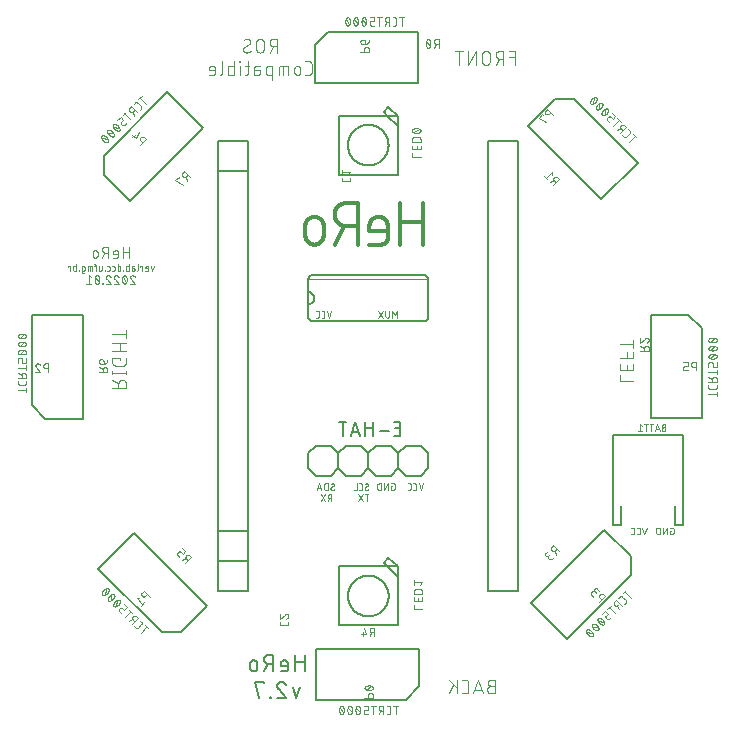
<source format=gbr>
G04 EAGLE Gerber RS-274X export*
G75*
%MOMM*%
%FSLAX34Y34*%
%LPD*%
%INSilkscreen Bottom*%
%IPPOS*%
%AMOC8*
5,1,8,0,0,1.08239X$1,22.5*%
G01*
%ADD10C,0.101600*%
%ADD11C,0.050800*%
%ADD12C,0.127000*%
%ADD13C,0.076200*%
%ADD14C,0.304800*%
%ADD15C,0.152400*%
%ADD16C,0.203200*%


D10*
X246192Y550208D02*
X246192Y561892D01*
X240999Y561892D01*
X240999Y556699D02*
X246192Y556699D01*
X236235Y561892D02*
X236235Y550208D01*
X236235Y561892D02*
X232989Y561892D01*
X232876Y561890D01*
X232763Y561884D01*
X232650Y561874D01*
X232537Y561860D01*
X232425Y561843D01*
X232314Y561821D01*
X232204Y561796D01*
X232094Y561766D01*
X231986Y561733D01*
X231879Y561696D01*
X231773Y561656D01*
X231669Y561611D01*
X231566Y561563D01*
X231465Y561512D01*
X231366Y561457D01*
X231269Y561399D01*
X231174Y561337D01*
X231081Y561272D01*
X230991Y561204D01*
X230903Y561133D01*
X230817Y561058D01*
X230734Y560981D01*
X230654Y560901D01*
X230577Y560818D01*
X230502Y560732D01*
X230431Y560644D01*
X230363Y560554D01*
X230298Y560461D01*
X230236Y560366D01*
X230178Y560269D01*
X230123Y560170D01*
X230072Y560069D01*
X230024Y559966D01*
X229979Y559862D01*
X229939Y559756D01*
X229902Y559649D01*
X229869Y559541D01*
X229839Y559431D01*
X229814Y559321D01*
X229792Y559210D01*
X229775Y559098D01*
X229761Y558985D01*
X229751Y558872D01*
X229745Y558759D01*
X229743Y558646D01*
X229745Y558533D01*
X229751Y558420D01*
X229761Y558307D01*
X229775Y558194D01*
X229792Y558082D01*
X229814Y557971D01*
X229839Y557861D01*
X229869Y557751D01*
X229902Y557643D01*
X229939Y557536D01*
X229979Y557430D01*
X230024Y557326D01*
X230072Y557223D01*
X230123Y557122D01*
X230178Y557023D01*
X230236Y556926D01*
X230298Y556831D01*
X230363Y556738D01*
X230431Y556648D01*
X230502Y556560D01*
X230577Y556474D01*
X230654Y556391D01*
X230734Y556311D01*
X230817Y556234D01*
X230903Y556159D01*
X230991Y556088D01*
X231081Y556020D01*
X231174Y555955D01*
X231269Y555893D01*
X231366Y555835D01*
X231465Y555780D01*
X231566Y555729D01*
X231669Y555681D01*
X231773Y555636D01*
X231879Y555596D01*
X231986Y555559D01*
X232094Y555526D01*
X232204Y555496D01*
X232314Y555471D01*
X232425Y555449D01*
X232537Y555432D01*
X232650Y555418D01*
X232763Y555408D01*
X232876Y555402D01*
X232989Y555400D01*
X232989Y555401D02*
X236235Y555401D01*
X232340Y555401D02*
X229744Y550208D01*
X224879Y553454D02*
X224879Y558646D01*
X224877Y558759D01*
X224871Y558872D01*
X224861Y558985D01*
X224847Y559098D01*
X224830Y559210D01*
X224808Y559321D01*
X224783Y559431D01*
X224753Y559541D01*
X224720Y559649D01*
X224683Y559756D01*
X224643Y559862D01*
X224598Y559966D01*
X224550Y560069D01*
X224499Y560170D01*
X224444Y560269D01*
X224386Y560366D01*
X224324Y560461D01*
X224259Y560554D01*
X224191Y560644D01*
X224120Y560732D01*
X224045Y560818D01*
X223968Y560901D01*
X223888Y560981D01*
X223805Y561058D01*
X223719Y561133D01*
X223631Y561204D01*
X223541Y561272D01*
X223448Y561337D01*
X223353Y561399D01*
X223256Y561457D01*
X223157Y561512D01*
X223056Y561563D01*
X222953Y561611D01*
X222849Y561656D01*
X222743Y561696D01*
X222636Y561733D01*
X222528Y561766D01*
X222418Y561796D01*
X222308Y561821D01*
X222197Y561843D01*
X222085Y561860D01*
X221972Y561874D01*
X221859Y561884D01*
X221746Y561890D01*
X221633Y561892D01*
X221520Y561890D01*
X221407Y561884D01*
X221294Y561874D01*
X221181Y561860D01*
X221069Y561843D01*
X220958Y561821D01*
X220848Y561796D01*
X220738Y561766D01*
X220630Y561733D01*
X220523Y561696D01*
X220417Y561656D01*
X220313Y561611D01*
X220210Y561563D01*
X220109Y561512D01*
X220010Y561457D01*
X219913Y561399D01*
X219818Y561337D01*
X219725Y561272D01*
X219635Y561204D01*
X219547Y561133D01*
X219461Y561058D01*
X219378Y560981D01*
X219298Y560901D01*
X219221Y560818D01*
X219146Y560732D01*
X219075Y560644D01*
X219007Y560554D01*
X218942Y560461D01*
X218880Y560366D01*
X218822Y560269D01*
X218767Y560170D01*
X218716Y560069D01*
X218668Y559966D01*
X218623Y559862D01*
X218583Y559756D01*
X218546Y559649D01*
X218513Y559541D01*
X218483Y559431D01*
X218458Y559321D01*
X218436Y559210D01*
X218419Y559098D01*
X218405Y558985D01*
X218395Y558872D01*
X218389Y558759D01*
X218387Y558646D01*
X218388Y558646D02*
X218388Y553454D01*
X218387Y553454D02*
X218389Y553341D01*
X218395Y553228D01*
X218405Y553115D01*
X218419Y553002D01*
X218436Y552890D01*
X218458Y552779D01*
X218483Y552669D01*
X218513Y552559D01*
X218546Y552451D01*
X218583Y552344D01*
X218623Y552238D01*
X218668Y552134D01*
X218716Y552031D01*
X218767Y551930D01*
X218822Y551831D01*
X218880Y551734D01*
X218942Y551639D01*
X219007Y551546D01*
X219075Y551456D01*
X219146Y551368D01*
X219221Y551282D01*
X219298Y551199D01*
X219378Y551119D01*
X219461Y551042D01*
X219547Y550967D01*
X219635Y550896D01*
X219725Y550828D01*
X219818Y550763D01*
X219913Y550701D01*
X220010Y550643D01*
X220109Y550588D01*
X220210Y550537D01*
X220313Y550489D01*
X220417Y550444D01*
X220523Y550404D01*
X220630Y550367D01*
X220738Y550334D01*
X220848Y550304D01*
X220958Y550279D01*
X221069Y550257D01*
X221181Y550240D01*
X221294Y550226D01*
X221407Y550216D01*
X221520Y550210D01*
X221633Y550208D01*
X221746Y550210D01*
X221859Y550216D01*
X221972Y550226D01*
X222085Y550240D01*
X222197Y550257D01*
X222308Y550279D01*
X222418Y550304D01*
X222528Y550334D01*
X222636Y550367D01*
X222743Y550404D01*
X222849Y550444D01*
X222953Y550489D01*
X223056Y550537D01*
X223157Y550588D01*
X223256Y550643D01*
X223353Y550701D01*
X223448Y550763D01*
X223541Y550828D01*
X223631Y550896D01*
X223719Y550967D01*
X223805Y551042D01*
X223888Y551119D01*
X223968Y551199D01*
X224045Y551282D01*
X224120Y551368D01*
X224191Y551456D01*
X224259Y551546D01*
X224324Y551639D01*
X224386Y551734D01*
X224444Y551831D01*
X224499Y551930D01*
X224550Y552031D01*
X224598Y552134D01*
X224643Y552238D01*
X224683Y552344D01*
X224720Y552451D01*
X224753Y552559D01*
X224783Y552669D01*
X224808Y552779D01*
X224830Y552890D01*
X224847Y553002D01*
X224861Y553115D01*
X224871Y553228D01*
X224877Y553341D01*
X224879Y553454D01*
X213068Y550208D02*
X213068Y561892D01*
X206577Y550208D01*
X206577Y561892D01*
X198773Y561892D02*
X198773Y550208D01*
X202019Y561892D02*
X195528Y561892D01*
X225846Y24499D02*
X229092Y24499D01*
X225846Y24500D02*
X225733Y24498D01*
X225620Y24492D01*
X225507Y24482D01*
X225394Y24468D01*
X225282Y24451D01*
X225171Y24429D01*
X225061Y24404D01*
X224951Y24374D01*
X224843Y24341D01*
X224736Y24304D01*
X224630Y24264D01*
X224526Y24219D01*
X224423Y24171D01*
X224322Y24120D01*
X224223Y24065D01*
X224126Y24007D01*
X224031Y23945D01*
X223938Y23880D01*
X223848Y23812D01*
X223760Y23741D01*
X223674Y23666D01*
X223591Y23589D01*
X223511Y23509D01*
X223434Y23426D01*
X223359Y23340D01*
X223288Y23252D01*
X223220Y23162D01*
X223155Y23069D01*
X223093Y22974D01*
X223035Y22877D01*
X222980Y22778D01*
X222929Y22677D01*
X222881Y22574D01*
X222836Y22470D01*
X222796Y22364D01*
X222759Y22257D01*
X222726Y22149D01*
X222696Y22039D01*
X222671Y21929D01*
X222649Y21818D01*
X222632Y21706D01*
X222618Y21593D01*
X222608Y21480D01*
X222602Y21367D01*
X222600Y21254D01*
X222602Y21141D01*
X222608Y21028D01*
X222618Y20915D01*
X222632Y20802D01*
X222649Y20690D01*
X222671Y20579D01*
X222696Y20469D01*
X222726Y20359D01*
X222759Y20251D01*
X222796Y20144D01*
X222836Y20038D01*
X222881Y19934D01*
X222929Y19831D01*
X222980Y19730D01*
X223035Y19631D01*
X223093Y19534D01*
X223155Y19439D01*
X223220Y19346D01*
X223288Y19256D01*
X223359Y19168D01*
X223434Y19082D01*
X223511Y18999D01*
X223591Y18919D01*
X223674Y18842D01*
X223760Y18767D01*
X223848Y18696D01*
X223938Y18628D01*
X224031Y18563D01*
X224126Y18501D01*
X224223Y18443D01*
X224322Y18388D01*
X224423Y18337D01*
X224526Y18289D01*
X224630Y18244D01*
X224736Y18204D01*
X224843Y18167D01*
X224951Y18134D01*
X225061Y18104D01*
X225171Y18079D01*
X225282Y18057D01*
X225394Y18040D01*
X225507Y18026D01*
X225620Y18016D01*
X225733Y18010D01*
X225846Y18008D01*
X229092Y18008D01*
X229092Y29692D01*
X225846Y29692D01*
X225745Y29690D01*
X225645Y29684D01*
X225545Y29674D01*
X225445Y29661D01*
X225346Y29643D01*
X225247Y29622D01*
X225150Y29597D01*
X225053Y29568D01*
X224958Y29535D01*
X224864Y29499D01*
X224772Y29459D01*
X224681Y29416D01*
X224592Y29369D01*
X224505Y29319D01*
X224419Y29265D01*
X224336Y29208D01*
X224256Y29148D01*
X224177Y29085D01*
X224101Y29018D01*
X224028Y28949D01*
X223958Y28877D01*
X223890Y28803D01*
X223825Y28726D01*
X223764Y28646D01*
X223705Y28564D01*
X223650Y28480D01*
X223598Y28394D01*
X223549Y28306D01*
X223504Y28216D01*
X223462Y28124D01*
X223424Y28031D01*
X223390Y27936D01*
X223359Y27841D01*
X223332Y27744D01*
X223309Y27646D01*
X223289Y27547D01*
X223274Y27447D01*
X223262Y27347D01*
X223254Y27247D01*
X223250Y27146D01*
X223250Y27046D01*
X223254Y26945D01*
X223262Y26845D01*
X223274Y26745D01*
X223289Y26645D01*
X223309Y26546D01*
X223332Y26448D01*
X223359Y26351D01*
X223390Y26256D01*
X223424Y26161D01*
X223462Y26068D01*
X223504Y25976D01*
X223549Y25886D01*
X223598Y25798D01*
X223650Y25712D01*
X223705Y25628D01*
X223764Y25546D01*
X223825Y25466D01*
X223890Y25389D01*
X223958Y25315D01*
X224028Y25243D01*
X224101Y25174D01*
X224177Y25107D01*
X224256Y25044D01*
X224336Y24984D01*
X224419Y24927D01*
X224505Y24873D01*
X224592Y24823D01*
X224681Y24776D01*
X224772Y24733D01*
X224864Y24693D01*
X224958Y24657D01*
X225053Y24624D01*
X225150Y24595D01*
X225247Y24570D01*
X225346Y24549D01*
X225445Y24531D01*
X225545Y24518D01*
X225645Y24508D01*
X225745Y24502D01*
X225846Y24500D01*
X218861Y18008D02*
X214967Y29692D01*
X211072Y18008D01*
X212046Y20929D02*
X217888Y20929D01*
X204219Y18008D02*
X201623Y18008D01*
X204219Y18008D02*
X204318Y18010D01*
X204418Y18016D01*
X204517Y18025D01*
X204615Y18038D01*
X204713Y18055D01*
X204811Y18076D01*
X204907Y18101D01*
X205002Y18129D01*
X205096Y18161D01*
X205189Y18196D01*
X205281Y18235D01*
X205371Y18278D01*
X205459Y18323D01*
X205546Y18373D01*
X205630Y18425D01*
X205713Y18481D01*
X205793Y18539D01*
X205871Y18601D01*
X205946Y18666D01*
X206019Y18734D01*
X206089Y18804D01*
X206157Y18877D01*
X206222Y18952D01*
X206284Y19030D01*
X206342Y19110D01*
X206398Y19193D01*
X206450Y19277D01*
X206500Y19364D01*
X206545Y19452D01*
X206588Y19542D01*
X206627Y19634D01*
X206662Y19727D01*
X206694Y19821D01*
X206722Y19916D01*
X206747Y20012D01*
X206768Y20110D01*
X206785Y20208D01*
X206798Y20306D01*
X206807Y20405D01*
X206813Y20505D01*
X206815Y20604D01*
X206816Y20604D02*
X206816Y27096D01*
X206815Y27096D02*
X206813Y27195D01*
X206807Y27295D01*
X206798Y27394D01*
X206785Y27492D01*
X206768Y27590D01*
X206747Y27688D01*
X206722Y27784D01*
X206694Y27879D01*
X206662Y27973D01*
X206627Y28066D01*
X206588Y28158D01*
X206545Y28248D01*
X206500Y28336D01*
X206450Y28423D01*
X206398Y28507D01*
X206342Y28590D01*
X206284Y28670D01*
X206222Y28748D01*
X206157Y28823D01*
X206089Y28896D01*
X206019Y28966D01*
X205946Y29034D01*
X205871Y29099D01*
X205793Y29161D01*
X205713Y29219D01*
X205630Y29275D01*
X205546Y29327D01*
X205459Y29377D01*
X205371Y29422D01*
X205281Y29465D01*
X205189Y29504D01*
X205096Y29539D01*
X205002Y29571D01*
X204907Y29599D01*
X204811Y29624D01*
X204713Y29645D01*
X204615Y29662D01*
X204517Y29675D01*
X204418Y29684D01*
X204318Y29690D01*
X204219Y29692D01*
X201623Y29692D01*
X196707Y29692D02*
X196707Y18008D01*
X196707Y22552D02*
X190216Y29692D01*
X194111Y25148D02*
X190216Y18008D01*
D11*
X120254Y190258D02*
X120184Y190260D01*
X120115Y190266D01*
X120046Y190276D01*
X119978Y190289D01*
X119910Y190307D01*
X119844Y190328D01*
X119779Y190353D01*
X119715Y190381D01*
X119653Y190413D01*
X119593Y190448D01*
X119535Y190487D01*
X119480Y190529D01*
X119426Y190574D01*
X119376Y190622D01*
X119328Y190672D01*
X119283Y190726D01*
X119241Y190781D01*
X119202Y190839D01*
X119167Y190899D01*
X119135Y190961D01*
X119107Y191025D01*
X119082Y191090D01*
X119061Y191156D01*
X119043Y191224D01*
X119030Y191292D01*
X119020Y191361D01*
X119014Y191430D01*
X119012Y191500D01*
X120254Y190258D02*
X120353Y190260D01*
X120451Y190265D01*
X120549Y190275D01*
X120647Y190288D01*
X120744Y190304D01*
X120841Y190324D01*
X120936Y190348D01*
X121031Y190376D01*
X121125Y190407D01*
X121217Y190441D01*
X121308Y190479D01*
X121398Y190520D01*
X121486Y190565D01*
X121572Y190613D01*
X121656Y190664D01*
X121738Y190718D01*
X121819Y190776D01*
X121897Y190836D01*
X121972Y190899D01*
X122046Y190965D01*
X122116Y191034D01*
X121962Y194604D02*
X121960Y194674D01*
X121954Y194743D01*
X121944Y194812D01*
X121931Y194880D01*
X121913Y194948D01*
X121892Y195014D01*
X121867Y195079D01*
X121839Y195143D01*
X121807Y195205D01*
X121772Y195265D01*
X121733Y195323D01*
X121691Y195378D01*
X121646Y195432D01*
X121598Y195482D01*
X121548Y195530D01*
X121494Y195575D01*
X121439Y195617D01*
X121381Y195656D01*
X121321Y195691D01*
X121259Y195723D01*
X121195Y195751D01*
X121130Y195776D01*
X121064Y195797D01*
X120996Y195815D01*
X120928Y195828D01*
X120859Y195838D01*
X120790Y195844D01*
X120720Y195846D01*
X120626Y195844D01*
X120533Y195838D01*
X120440Y195829D01*
X120347Y195816D01*
X120255Y195799D01*
X120164Y195779D01*
X120073Y195754D01*
X119984Y195727D01*
X119896Y195695D01*
X119809Y195660D01*
X119723Y195622D01*
X119640Y195580D01*
X119557Y195535D01*
X119477Y195487D01*
X119399Y195435D01*
X119323Y195380D01*
X121340Y193518D02*
X121399Y193554D01*
X121455Y193594D01*
X121509Y193637D01*
X121561Y193682D01*
X121610Y193731D01*
X121656Y193782D01*
X121699Y193835D01*
X121740Y193891D01*
X121777Y193949D01*
X121812Y194009D01*
X121842Y194070D01*
X121870Y194133D01*
X121894Y194198D01*
X121914Y194264D01*
X121931Y194331D01*
X121944Y194398D01*
X121953Y194466D01*
X121959Y194535D01*
X121961Y194604D01*
X119634Y192586D02*
X119575Y192550D01*
X119519Y192510D01*
X119465Y192467D01*
X119413Y192422D01*
X119364Y192373D01*
X119318Y192322D01*
X119275Y192269D01*
X119234Y192213D01*
X119197Y192155D01*
X119162Y192096D01*
X119132Y192034D01*
X119104Y191971D01*
X119080Y191906D01*
X119060Y191840D01*
X119043Y191773D01*
X119030Y191706D01*
X119021Y191638D01*
X119015Y191569D01*
X119013Y191500D01*
X119633Y192586D02*
X121341Y193518D01*
X115588Y190258D02*
X114346Y190258D01*
X115588Y190258D02*
X115658Y190260D01*
X115727Y190266D01*
X115796Y190276D01*
X115864Y190289D01*
X115932Y190307D01*
X115998Y190328D01*
X116063Y190353D01*
X116127Y190381D01*
X116189Y190413D01*
X116249Y190448D01*
X116307Y190487D01*
X116362Y190529D01*
X116416Y190574D01*
X116466Y190622D01*
X116514Y190672D01*
X116559Y190726D01*
X116601Y190781D01*
X116640Y190839D01*
X116675Y190899D01*
X116707Y190961D01*
X116735Y191025D01*
X116760Y191090D01*
X116781Y191156D01*
X116799Y191224D01*
X116812Y191292D01*
X116822Y191361D01*
X116828Y191430D01*
X116830Y191500D01*
X116830Y194604D01*
X116828Y194674D01*
X116822Y194743D01*
X116812Y194812D01*
X116799Y194880D01*
X116781Y194948D01*
X116760Y195014D01*
X116735Y195079D01*
X116707Y195143D01*
X116675Y195205D01*
X116640Y195265D01*
X116601Y195323D01*
X116559Y195378D01*
X116514Y195432D01*
X116466Y195482D01*
X116416Y195530D01*
X116362Y195575D01*
X116307Y195617D01*
X116249Y195656D01*
X116189Y195691D01*
X116127Y195723D01*
X116063Y195751D01*
X115998Y195776D01*
X115932Y195797D01*
X115864Y195815D01*
X115796Y195828D01*
X115727Y195838D01*
X115658Y195844D01*
X115588Y195846D01*
X114346Y195846D01*
X112047Y195846D02*
X112047Y190258D01*
X109564Y190258D01*
X91177Y190258D02*
X91107Y190260D01*
X91038Y190266D01*
X90969Y190276D01*
X90901Y190289D01*
X90833Y190307D01*
X90767Y190328D01*
X90702Y190353D01*
X90638Y190381D01*
X90576Y190413D01*
X90516Y190448D01*
X90458Y190487D01*
X90403Y190529D01*
X90349Y190574D01*
X90299Y190622D01*
X90251Y190672D01*
X90206Y190726D01*
X90164Y190781D01*
X90125Y190839D01*
X90090Y190899D01*
X90058Y190961D01*
X90030Y191025D01*
X90005Y191090D01*
X89984Y191156D01*
X89966Y191224D01*
X89953Y191292D01*
X89943Y191361D01*
X89937Y191430D01*
X89935Y191500D01*
X91177Y190258D02*
X91276Y190260D01*
X91374Y190265D01*
X91472Y190275D01*
X91570Y190288D01*
X91667Y190304D01*
X91764Y190324D01*
X91859Y190348D01*
X91954Y190376D01*
X92048Y190407D01*
X92140Y190441D01*
X92231Y190479D01*
X92321Y190520D01*
X92409Y190565D01*
X92495Y190613D01*
X92579Y190664D01*
X92661Y190718D01*
X92742Y190776D01*
X92820Y190836D01*
X92895Y190899D01*
X92969Y190965D01*
X93039Y191034D01*
X92884Y194604D02*
X92882Y194674D01*
X92876Y194743D01*
X92866Y194812D01*
X92853Y194880D01*
X92835Y194948D01*
X92814Y195014D01*
X92789Y195079D01*
X92761Y195143D01*
X92729Y195205D01*
X92694Y195265D01*
X92655Y195323D01*
X92613Y195378D01*
X92568Y195432D01*
X92520Y195482D01*
X92470Y195530D01*
X92416Y195575D01*
X92361Y195617D01*
X92303Y195656D01*
X92243Y195691D01*
X92181Y195723D01*
X92117Y195751D01*
X92052Y195776D01*
X91986Y195797D01*
X91918Y195815D01*
X91850Y195828D01*
X91781Y195838D01*
X91712Y195844D01*
X91642Y195846D01*
X91548Y195844D01*
X91455Y195838D01*
X91362Y195829D01*
X91269Y195816D01*
X91177Y195799D01*
X91086Y195779D01*
X90995Y195754D01*
X90906Y195727D01*
X90818Y195695D01*
X90731Y195660D01*
X90645Y195622D01*
X90562Y195580D01*
X90479Y195535D01*
X90399Y195487D01*
X90321Y195435D01*
X90245Y195380D01*
X92263Y193518D02*
X92322Y193554D01*
X92378Y193594D01*
X92432Y193637D01*
X92484Y193682D01*
X92533Y193731D01*
X92579Y193782D01*
X92622Y193835D01*
X92663Y193891D01*
X92700Y193949D01*
X92735Y194009D01*
X92765Y194070D01*
X92793Y194133D01*
X92817Y194198D01*
X92837Y194264D01*
X92854Y194331D01*
X92867Y194398D01*
X92876Y194466D01*
X92882Y194535D01*
X92884Y194604D01*
X90556Y192586D02*
X90497Y192550D01*
X90441Y192510D01*
X90387Y192467D01*
X90335Y192422D01*
X90286Y192373D01*
X90240Y192322D01*
X90197Y192269D01*
X90156Y192213D01*
X90119Y192155D01*
X90084Y192096D01*
X90054Y192034D01*
X90026Y191971D01*
X90002Y191906D01*
X89982Y191840D01*
X89965Y191773D01*
X89952Y191706D01*
X89943Y191638D01*
X89937Y191569D01*
X89935Y191500D01*
X90556Y192586D02*
X92263Y193518D01*
X87553Y195846D02*
X87553Y190258D01*
X87553Y195846D02*
X86001Y195846D01*
X85925Y195844D01*
X85849Y195839D01*
X85773Y195829D01*
X85698Y195816D01*
X85624Y195799D01*
X85550Y195779D01*
X85478Y195755D01*
X85407Y195728D01*
X85337Y195697D01*
X85269Y195663D01*
X85203Y195625D01*
X85139Y195584D01*
X85076Y195541D01*
X85016Y195494D01*
X84959Y195444D01*
X84904Y195391D01*
X84851Y195336D01*
X84801Y195279D01*
X84754Y195219D01*
X84711Y195156D01*
X84670Y195092D01*
X84632Y195026D01*
X84598Y194958D01*
X84567Y194888D01*
X84540Y194817D01*
X84516Y194745D01*
X84496Y194671D01*
X84479Y194597D01*
X84466Y194522D01*
X84456Y194446D01*
X84451Y194370D01*
X84449Y194294D01*
X84448Y194294D02*
X84448Y191810D01*
X84449Y191810D02*
X84451Y191734D01*
X84456Y191658D01*
X84466Y191582D01*
X84479Y191507D01*
X84496Y191433D01*
X84516Y191359D01*
X84540Y191287D01*
X84567Y191216D01*
X84598Y191146D01*
X84632Y191078D01*
X84670Y191012D01*
X84711Y190948D01*
X84754Y190885D01*
X84801Y190825D01*
X84851Y190768D01*
X84904Y190713D01*
X84959Y190660D01*
X85016Y190610D01*
X85076Y190563D01*
X85139Y190520D01*
X85203Y190479D01*
X85269Y190441D01*
X85337Y190407D01*
X85407Y190376D01*
X85478Y190349D01*
X85550Y190325D01*
X85624Y190305D01*
X85698Y190288D01*
X85773Y190275D01*
X85849Y190265D01*
X85925Y190260D01*
X86001Y190258D01*
X87553Y190258D01*
X82194Y190258D02*
X80331Y195846D01*
X78469Y190258D01*
X78934Y191655D02*
X81728Y191655D01*
X120565Y186702D02*
X120565Y181114D01*
X122117Y186702D02*
X119012Y186702D01*
X113581Y186702D02*
X117307Y181114D01*
X113581Y181114D02*
X117307Y186702D01*
X90809Y186702D02*
X90809Y181114D01*
X90809Y186702D02*
X89256Y186702D01*
X89179Y186700D01*
X89101Y186694D01*
X89025Y186685D01*
X88948Y186671D01*
X88873Y186654D01*
X88799Y186633D01*
X88725Y186608D01*
X88653Y186580D01*
X88583Y186548D01*
X88514Y186513D01*
X88447Y186474D01*
X88382Y186432D01*
X88319Y186387D01*
X88258Y186339D01*
X88200Y186288D01*
X88145Y186234D01*
X88092Y186177D01*
X88043Y186118D01*
X87996Y186056D01*
X87952Y185992D01*
X87912Y185926D01*
X87875Y185858D01*
X87841Y185788D01*
X87811Y185717D01*
X87785Y185644D01*
X87762Y185570D01*
X87743Y185495D01*
X87728Y185420D01*
X87716Y185343D01*
X87708Y185266D01*
X87704Y185189D01*
X87704Y185111D01*
X87708Y185034D01*
X87716Y184957D01*
X87728Y184880D01*
X87743Y184805D01*
X87762Y184730D01*
X87785Y184656D01*
X87811Y184583D01*
X87841Y184512D01*
X87875Y184442D01*
X87912Y184374D01*
X87952Y184308D01*
X87996Y184244D01*
X88043Y184182D01*
X88092Y184123D01*
X88145Y184066D01*
X88200Y184012D01*
X88258Y183961D01*
X88319Y183913D01*
X88382Y183868D01*
X88447Y183826D01*
X88514Y183787D01*
X88583Y183752D01*
X88653Y183720D01*
X88725Y183692D01*
X88799Y183667D01*
X88873Y183646D01*
X88948Y183629D01*
X89025Y183615D01*
X89101Y183606D01*
X89179Y183600D01*
X89256Y183598D01*
X90809Y183598D01*
X88946Y183598D02*
X87704Y181114D01*
X85669Y181114D02*
X81943Y186702D01*
X85669Y186702D02*
X81943Y181114D01*
D10*
X334808Y282249D02*
X346492Y282249D01*
X334808Y282249D02*
X334808Y287441D01*
X334808Y292155D02*
X334808Y297347D01*
X334808Y292155D02*
X346492Y292155D01*
X346492Y297347D01*
X341299Y296049D02*
X341299Y292155D01*
X346492Y302061D02*
X334808Y302061D01*
X346492Y302061D02*
X346492Y307253D01*
X341299Y307253D02*
X341299Y302061D01*
X346492Y314046D02*
X334808Y314046D01*
X346492Y310801D02*
X346492Y317292D01*
X-83008Y277065D02*
X-94692Y277065D01*
X-83008Y277065D02*
X-83008Y280310D01*
X-83010Y280423D01*
X-83016Y280536D01*
X-83026Y280649D01*
X-83040Y280762D01*
X-83057Y280874D01*
X-83079Y280985D01*
X-83104Y281095D01*
X-83134Y281205D01*
X-83167Y281313D01*
X-83204Y281420D01*
X-83244Y281526D01*
X-83289Y281630D01*
X-83337Y281733D01*
X-83388Y281834D01*
X-83443Y281933D01*
X-83501Y282030D01*
X-83563Y282125D01*
X-83628Y282218D01*
X-83696Y282308D01*
X-83767Y282396D01*
X-83842Y282482D01*
X-83919Y282565D01*
X-83999Y282645D01*
X-84082Y282722D01*
X-84168Y282797D01*
X-84256Y282868D01*
X-84346Y282936D01*
X-84439Y283001D01*
X-84534Y283063D01*
X-84631Y283121D01*
X-84730Y283176D01*
X-84831Y283227D01*
X-84934Y283275D01*
X-85038Y283320D01*
X-85144Y283360D01*
X-85251Y283397D01*
X-85359Y283430D01*
X-85469Y283460D01*
X-85579Y283485D01*
X-85690Y283507D01*
X-85802Y283524D01*
X-85915Y283538D01*
X-86028Y283548D01*
X-86141Y283554D01*
X-86254Y283556D01*
X-86367Y283554D01*
X-86480Y283548D01*
X-86593Y283538D01*
X-86706Y283524D01*
X-86818Y283507D01*
X-86929Y283485D01*
X-87039Y283460D01*
X-87149Y283430D01*
X-87257Y283397D01*
X-87364Y283360D01*
X-87470Y283320D01*
X-87574Y283275D01*
X-87677Y283227D01*
X-87778Y283176D01*
X-87877Y283121D01*
X-87974Y283063D01*
X-88069Y283001D01*
X-88162Y282936D01*
X-88252Y282868D01*
X-88340Y282797D01*
X-88426Y282722D01*
X-88509Y282645D01*
X-88589Y282565D01*
X-88666Y282482D01*
X-88741Y282396D01*
X-88812Y282308D01*
X-88880Y282218D01*
X-88945Y282125D01*
X-89007Y282030D01*
X-89065Y281933D01*
X-89120Y281834D01*
X-89171Y281733D01*
X-89219Y281630D01*
X-89264Y281526D01*
X-89304Y281420D01*
X-89341Y281313D01*
X-89374Y281205D01*
X-89404Y281095D01*
X-89429Y280985D01*
X-89451Y280874D01*
X-89468Y280762D01*
X-89482Y280649D01*
X-89492Y280536D01*
X-89498Y280423D01*
X-89500Y280310D01*
X-89499Y280310D02*
X-89499Y277065D01*
X-89499Y280959D02*
X-94692Y283556D01*
X-94692Y289381D02*
X-83008Y289381D01*
X-94692Y288082D02*
X-94692Y290679D01*
X-83008Y290679D02*
X-83008Y288082D01*
X-88201Y300204D02*
X-88201Y302151D01*
X-94692Y302151D01*
X-94692Y298256D01*
X-94690Y298157D01*
X-94684Y298057D01*
X-94675Y297958D01*
X-94662Y297860D01*
X-94645Y297762D01*
X-94624Y297664D01*
X-94599Y297568D01*
X-94571Y297473D01*
X-94539Y297379D01*
X-94504Y297286D01*
X-94465Y297194D01*
X-94422Y297104D01*
X-94377Y297016D01*
X-94327Y296929D01*
X-94275Y296845D01*
X-94219Y296762D01*
X-94161Y296682D01*
X-94099Y296604D01*
X-94034Y296529D01*
X-93966Y296456D01*
X-93896Y296386D01*
X-93823Y296318D01*
X-93748Y296253D01*
X-93670Y296191D01*
X-93590Y296133D01*
X-93507Y296077D01*
X-93423Y296025D01*
X-93336Y295975D01*
X-93248Y295930D01*
X-93158Y295887D01*
X-93066Y295848D01*
X-92973Y295813D01*
X-92879Y295781D01*
X-92784Y295753D01*
X-92688Y295728D01*
X-92590Y295707D01*
X-92492Y295690D01*
X-92394Y295677D01*
X-92295Y295668D01*
X-92195Y295662D01*
X-92096Y295660D01*
X-85604Y295660D01*
X-85604Y295659D02*
X-85505Y295661D01*
X-85405Y295667D01*
X-85306Y295676D01*
X-85208Y295689D01*
X-85110Y295707D01*
X-85012Y295727D01*
X-84916Y295752D01*
X-84820Y295780D01*
X-84726Y295812D01*
X-84633Y295847D01*
X-84542Y295886D01*
X-84452Y295929D01*
X-84363Y295974D01*
X-84277Y296024D01*
X-84192Y296076D01*
X-84110Y296132D01*
X-84030Y296191D01*
X-83952Y296252D01*
X-83876Y296317D01*
X-83803Y296385D01*
X-83733Y296455D01*
X-83665Y296528D01*
X-83600Y296604D01*
X-83539Y296682D01*
X-83480Y296762D01*
X-83424Y296844D01*
X-83372Y296929D01*
X-83323Y297015D01*
X-83277Y297104D01*
X-83234Y297194D01*
X-83195Y297285D01*
X-83160Y297378D01*
X-83128Y297472D01*
X-83100Y297568D01*
X-83075Y297664D01*
X-83055Y297762D01*
X-83037Y297860D01*
X-83024Y297958D01*
X-83015Y298057D01*
X-83009Y298156D01*
X-83007Y298256D01*
X-83008Y298256D02*
X-83008Y302151D01*
X-83008Y307852D02*
X-94692Y307852D01*
X-88201Y307852D02*
X-88201Y314343D01*
X-83008Y314343D02*
X-94692Y314343D01*
X-94692Y322146D02*
X-83008Y322146D01*
X-83008Y318901D02*
X-83008Y325392D01*
D11*
X168346Y195842D02*
X166483Y190254D01*
X164621Y195842D01*
X161324Y190254D02*
X160082Y190254D01*
X161324Y190254D02*
X161394Y190256D01*
X161463Y190262D01*
X161532Y190272D01*
X161600Y190285D01*
X161668Y190303D01*
X161734Y190324D01*
X161799Y190349D01*
X161863Y190377D01*
X161925Y190409D01*
X161985Y190444D01*
X162043Y190483D01*
X162098Y190525D01*
X162152Y190570D01*
X162202Y190618D01*
X162250Y190668D01*
X162295Y190722D01*
X162337Y190777D01*
X162376Y190835D01*
X162411Y190895D01*
X162443Y190957D01*
X162471Y191021D01*
X162496Y191086D01*
X162517Y191152D01*
X162535Y191220D01*
X162548Y191288D01*
X162558Y191357D01*
X162564Y191426D01*
X162566Y191496D01*
X162565Y191496D02*
X162565Y194600D01*
X162566Y194600D02*
X162564Y194670D01*
X162558Y194739D01*
X162548Y194808D01*
X162535Y194876D01*
X162517Y194944D01*
X162496Y195010D01*
X162471Y195075D01*
X162443Y195139D01*
X162411Y195201D01*
X162376Y195261D01*
X162337Y195319D01*
X162295Y195374D01*
X162250Y195428D01*
X162202Y195478D01*
X162152Y195526D01*
X162098Y195571D01*
X162043Y195613D01*
X161985Y195652D01*
X161925Y195687D01*
X161863Y195719D01*
X161799Y195747D01*
X161734Y195772D01*
X161668Y195793D01*
X161600Y195811D01*
X161532Y195824D01*
X161463Y195834D01*
X161394Y195840D01*
X161324Y195842D01*
X160082Y195842D01*
X156752Y190254D02*
X155510Y190254D01*
X156752Y190254D02*
X156822Y190256D01*
X156891Y190262D01*
X156960Y190272D01*
X157028Y190285D01*
X157096Y190303D01*
X157162Y190324D01*
X157227Y190349D01*
X157291Y190377D01*
X157353Y190409D01*
X157413Y190444D01*
X157471Y190483D01*
X157526Y190525D01*
X157580Y190570D01*
X157630Y190618D01*
X157678Y190668D01*
X157723Y190722D01*
X157765Y190777D01*
X157804Y190835D01*
X157839Y190895D01*
X157871Y190957D01*
X157899Y191021D01*
X157924Y191086D01*
X157945Y191152D01*
X157963Y191220D01*
X157976Y191288D01*
X157986Y191357D01*
X157992Y191426D01*
X157994Y191496D01*
X157994Y194600D01*
X157992Y194670D01*
X157986Y194739D01*
X157976Y194808D01*
X157963Y194876D01*
X157945Y194944D01*
X157924Y195010D01*
X157899Y195075D01*
X157871Y195139D01*
X157839Y195201D01*
X157804Y195261D01*
X157765Y195319D01*
X157723Y195374D01*
X157678Y195428D01*
X157630Y195478D01*
X157580Y195526D01*
X157526Y195571D01*
X157471Y195613D01*
X157413Y195652D01*
X157353Y195687D01*
X157291Y195719D01*
X157227Y195747D01*
X157162Y195772D01*
X157096Y195793D01*
X157028Y195811D01*
X156960Y195824D01*
X156891Y195834D01*
X156822Y195840D01*
X156752Y195842D01*
X155510Y195842D01*
X142271Y193358D02*
X141340Y193358D01*
X141340Y190254D01*
X143203Y190254D01*
X143273Y190256D01*
X143342Y190262D01*
X143411Y190272D01*
X143479Y190285D01*
X143547Y190303D01*
X143613Y190324D01*
X143678Y190349D01*
X143742Y190377D01*
X143804Y190409D01*
X143864Y190444D01*
X143922Y190483D01*
X143977Y190525D01*
X144031Y190570D01*
X144081Y190618D01*
X144129Y190668D01*
X144174Y190722D01*
X144216Y190777D01*
X144255Y190835D01*
X144290Y190895D01*
X144322Y190957D01*
X144350Y191021D01*
X144375Y191086D01*
X144396Y191152D01*
X144414Y191220D01*
X144427Y191288D01*
X144437Y191357D01*
X144443Y191426D01*
X144445Y191496D01*
X144444Y191496D02*
X144444Y194600D01*
X144445Y194600D02*
X144443Y194670D01*
X144437Y194739D01*
X144427Y194808D01*
X144414Y194876D01*
X144396Y194944D01*
X144375Y195010D01*
X144350Y195075D01*
X144322Y195139D01*
X144290Y195201D01*
X144255Y195261D01*
X144216Y195319D01*
X144174Y195374D01*
X144129Y195428D01*
X144081Y195478D01*
X144031Y195526D01*
X143977Y195571D01*
X143922Y195613D01*
X143864Y195652D01*
X143804Y195687D01*
X143742Y195719D01*
X143678Y195747D01*
X143613Y195772D01*
X143547Y195793D01*
X143479Y195811D01*
X143411Y195824D01*
X143342Y195834D01*
X143273Y195840D01*
X143203Y195842D01*
X141340Y195842D01*
X138592Y195842D02*
X138592Y190254D01*
X135488Y190254D02*
X138592Y195842D01*
X135488Y195842D02*
X135488Y190254D01*
X132740Y190254D02*
X132740Y195842D01*
X131188Y195842D01*
X131112Y195840D01*
X131036Y195835D01*
X130960Y195825D01*
X130885Y195812D01*
X130811Y195795D01*
X130737Y195775D01*
X130665Y195751D01*
X130594Y195724D01*
X130524Y195693D01*
X130456Y195659D01*
X130390Y195621D01*
X130326Y195580D01*
X130263Y195537D01*
X130203Y195490D01*
X130146Y195440D01*
X130091Y195387D01*
X130038Y195332D01*
X129988Y195275D01*
X129941Y195215D01*
X129898Y195152D01*
X129857Y195088D01*
X129819Y195022D01*
X129785Y194954D01*
X129754Y194884D01*
X129727Y194813D01*
X129703Y194741D01*
X129683Y194667D01*
X129666Y194593D01*
X129653Y194518D01*
X129643Y194442D01*
X129638Y194366D01*
X129636Y194290D01*
X129636Y191806D01*
X129638Y191730D01*
X129643Y191654D01*
X129653Y191578D01*
X129666Y191503D01*
X129683Y191429D01*
X129703Y191355D01*
X129727Y191283D01*
X129754Y191212D01*
X129785Y191142D01*
X129819Y191074D01*
X129857Y191008D01*
X129898Y190944D01*
X129941Y190881D01*
X129988Y190821D01*
X130038Y190764D01*
X130091Y190709D01*
X130146Y190656D01*
X130203Y190606D01*
X130263Y190559D01*
X130326Y190516D01*
X130390Y190475D01*
X130456Y190437D01*
X130524Y190403D01*
X130594Y190372D01*
X130665Y190345D01*
X130737Y190321D01*
X130811Y190301D01*
X130885Y190284D01*
X130960Y190271D01*
X131036Y190261D01*
X131112Y190256D01*
X131188Y190254D01*
X132740Y190254D01*
D12*
X68113Y50915D02*
X68113Y36945D01*
X68113Y44706D02*
X60352Y44706D01*
X60352Y50915D02*
X60352Y36945D01*
X51776Y36945D02*
X47895Y36945D01*
X51776Y36945D02*
X51870Y36947D01*
X51963Y36953D01*
X52057Y36962D01*
X52149Y36975D01*
X52242Y36992D01*
X52333Y37013D01*
X52424Y37037D01*
X52513Y37065D01*
X52602Y37096D01*
X52688Y37131D01*
X52774Y37170D01*
X52858Y37212D01*
X52940Y37257D01*
X53020Y37305D01*
X53098Y37357D01*
X53175Y37412D01*
X53248Y37470D01*
X53320Y37530D01*
X53389Y37594D01*
X53455Y37660D01*
X53519Y37729D01*
X53579Y37801D01*
X53637Y37874D01*
X53692Y37951D01*
X53744Y38029D01*
X53792Y38109D01*
X53837Y38191D01*
X53879Y38275D01*
X53918Y38361D01*
X53953Y38447D01*
X53984Y38536D01*
X54012Y38625D01*
X54036Y38716D01*
X54057Y38807D01*
X54074Y38900D01*
X54087Y38992D01*
X54096Y39086D01*
X54102Y39179D01*
X54104Y39273D01*
X54104Y43154D01*
X54102Y43265D01*
X54096Y43375D01*
X54086Y43486D01*
X54072Y43596D01*
X54055Y43705D01*
X54033Y43814D01*
X54008Y43922D01*
X53978Y44028D01*
X53945Y44134D01*
X53908Y44239D01*
X53868Y44342D01*
X53823Y44443D01*
X53776Y44543D01*
X53724Y44642D01*
X53669Y44738D01*
X53611Y44832D01*
X53550Y44924D01*
X53485Y45014D01*
X53417Y45102D01*
X53346Y45187D01*
X53272Y45269D01*
X53195Y45349D01*
X53115Y45426D01*
X53033Y45500D01*
X52948Y45571D01*
X52860Y45639D01*
X52770Y45704D01*
X52678Y45765D01*
X52584Y45823D01*
X52488Y45878D01*
X52389Y45930D01*
X52289Y45977D01*
X52188Y46022D01*
X52085Y46062D01*
X51980Y46099D01*
X51874Y46132D01*
X51768Y46162D01*
X51660Y46187D01*
X51551Y46209D01*
X51442Y46226D01*
X51332Y46240D01*
X51221Y46250D01*
X51111Y46256D01*
X51000Y46258D01*
X50889Y46256D01*
X50779Y46250D01*
X50668Y46240D01*
X50558Y46226D01*
X50449Y46209D01*
X50340Y46187D01*
X50232Y46162D01*
X50126Y46132D01*
X50020Y46099D01*
X49915Y46062D01*
X49812Y46022D01*
X49711Y45977D01*
X49611Y45930D01*
X49512Y45878D01*
X49416Y45823D01*
X49322Y45765D01*
X49230Y45704D01*
X49140Y45639D01*
X49052Y45571D01*
X48967Y45500D01*
X48885Y45426D01*
X48805Y45349D01*
X48728Y45269D01*
X48654Y45187D01*
X48583Y45102D01*
X48515Y45014D01*
X48450Y44924D01*
X48389Y44832D01*
X48331Y44738D01*
X48276Y44642D01*
X48224Y44543D01*
X48177Y44443D01*
X48132Y44342D01*
X48092Y44239D01*
X48055Y44134D01*
X48022Y44028D01*
X47992Y43922D01*
X47967Y43814D01*
X47945Y43705D01*
X47928Y43596D01*
X47914Y43486D01*
X47904Y43375D01*
X47898Y43265D01*
X47896Y43154D01*
X47895Y43154D02*
X47895Y41602D01*
X54104Y41602D01*
X41559Y36945D02*
X41559Y50915D01*
X37679Y50915D01*
X37556Y50913D01*
X37433Y50907D01*
X37310Y50897D01*
X37188Y50884D01*
X37066Y50866D01*
X36945Y50845D01*
X36824Y50820D01*
X36704Y50791D01*
X36586Y50758D01*
X36468Y50721D01*
X36352Y50681D01*
X36237Y50637D01*
X36123Y50589D01*
X36011Y50538D01*
X35901Y50484D01*
X35792Y50425D01*
X35685Y50364D01*
X35581Y50299D01*
X35478Y50231D01*
X35378Y50159D01*
X35280Y50085D01*
X35184Y50007D01*
X35091Y49926D01*
X35001Y49843D01*
X34913Y49756D01*
X34828Y49667D01*
X34746Y49576D01*
X34667Y49481D01*
X34591Y49384D01*
X34518Y49285D01*
X34448Y49184D01*
X34381Y49080D01*
X34318Y48975D01*
X34258Y48867D01*
X34202Y48757D01*
X34149Y48646D01*
X34099Y48533D01*
X34054Y48419D01*
X34011Y48303D01*
X33973Y48186D01*
X33938Y48068D01*
X33907Y47949D01*
X33880Y47829D01*
X33857Y47708D01*
X33838Y47586D01*
X33822Y47464D01*
X33810Y47342D01*
X33802Y47219D01*
X33798Y47096D01*
X33798Y46972D01*
X33802Y46849D01*
X33810Y46726D01*
X33822Y46604D01*
X33838Y46482D01*
X33857Y46360D01*
X33880Y46239D01*
X33907Y46119D01*
X33938Y46000D01*
X33973Y45882D01*
X34011Y45765D01*
X34054Y45649D01*
X34099Y45535D01*
X34149Y45422D01*
X34202Y45311D01*
X34258Y45201D01*
X34318Y45094D01*
X34381Y44988D01*
X34448Y44884D01*
X34518Y44783D01*
X34591Y44684D01*
X34667Y44587D01*
X34746Y44492D01*
X34828Y44401D01*
X34913Y44312D01*
X35001Y44225D01*
X35091Y44142D01*
X35184Y44061D01*
X35280Y43983D01*
X35378Y43909D01*
X35478Y43837D01*
X35581Y43769D01*
X35685Y43704D01*
X35792Y43643D01*
X35901Y43584D01*
X36011Y43530D01*
X36123Y43479D01*
X36237Y43431D01*
X36352Y43387D01*
X36468Y43347D01*
X36586Y43310D01*
X36704Y43277D01*
X36824Y43248D01*
X36945Y43223D01*
X37066Y43202D01*
X37188Y43184D01*
X37310Y43171D01*
X37433Y43161D01*
X37556Y43155D01*
X37679Y43153D01*
X37679Y43154D02*
X41559Y43154D01*
X36903Y43154D02*
X33798Y36945D01*
X28096Y40049D02*
X28096Y43154D01*
X28094Y43265D01*
X28088Y43375D01*
X28078Y43486D01*
X28064Y43596D01*
X28047Y43705D01*
X28025Y43814D01*
X28000Y43922D01*
X27970Y44028D01*
X27937Y44134D01*
X27900Y44239D01*
X27860Y44342D01*
X27815Y44443D01*
X27768Y44543D01*
X27716Y44642D01*
X27661Y44738D01*
X27603Y44832D01*
X27542Y44924D01*
X27477Y45014D01*
X27409Y45102D01*
X27338Y45187D01*
X27264Y45269D01*
X27187Y45349D01*
X27107Y45426D01*
X27025Y45500D01*
X26940Y45571D01*
X26852Y45639D01*
X26762Y45704D01*
X26670Y45765D01*
X26576Y45823D01*
X26480Y45878D01*
X26381Y45930D01*
X26281Y45977D01*
X26180Y46022D01*
X26077Y46062D01*
X25972Y46099D01*
X25866Y46132D01*
X25760Y46162D01*
X25652Y46187D01*
X25543Y46209D01*
X25434Y46226D01*
X25324Y46240D01*
X25213Y46250D01*
X25103Y46256D01*
X24992Y46258D01*
X24881Y46256D01*
X24771Y46250D01*
X24660Y46240D01*
X24550Y46226D01*
X24441Y46209D01*
X24332Y46187D01*
X24224Y46162D01*
X24118Y46132D01*
X24012Y46099D01*
X23907Y46062D01*
X23804Y46022D01*
X23703Y45977D01*
X23603Y45930D01*
X23504Y45878D01*
X23408Y45823D01*
X23314Y45765D01*
X23222Y45704D01*
X23132Y45639D01*
X23044Y45571D01*
X22959Y45500D01*
X22877Y45426D01*
X22797Y45349D01*
X22720Y45269D01*
X22646Y45187D01*
X22575Y45102D01*
X22507Y45014D01*
X22442Y44924D01*
X22381Y44832D01*
X22323Y44738D01*
X22268Y44642D01*
X22216Y44543D01*
X22169Y44443D01*
X22124Y44342D01*
X22084Y44239D01*
X22047Y44134D01*
X22014Y44028D01*
X21984Y43922D01*
X21959Y43814D01*
X21937Y43705D01*
X21920Y43596D01*
X21906Y43486D01*
X21896Y43375D01*
X21890Y43265D01*
X21888Y43154D01*
X21887Y43154D02*
X21887Y40049D01*
X21888Y40049D02*
X21890Y39938D01*
X21896Y39828D01*
X21906Y39717D01*
X21920Y39607D01*
X21937Y39498D01*
X21959Y39389D01*
X21984Y39281D01*
X22014Y39175D01*
X22047Y39069D01*
X22084Y38964D01*
X22124Y38861D01*
X22169Y38760D01*
X22216Y38660D01*
X22268Y38561D01*
X22323Y38465D01*
X22381Y38371D01*
X22442Y38279D01*
X22507Y38189D01*
X22575Y38101D01*
X22646Y38016D01*
X22720Y37934D01*
X22797Y37854D01*
X22877Y37777D01*
X22959Y37703D01*
X23044Y37632D01*
X23132Y37564D01*
X23222Y37499D01*
X23314Y37438D01*
X23408Y37380D01*
X23504Y37325D01*
X23603Y37273D01*
X23703Y37226D01*
X23804Y37181D01*
X23907Y37141D01*
X24012Y37104D01*
X24118Y37071D01*
X24224Y37041D01*
X24332Y37016D01*
X24441Y36994D01*
X24550Y36977D01*
X24660Y36963D01*
X24771Y36953D01*
X24881Y36947D01*
X24992Y36945D01*
X25103Y36947D01*
X25213Y36953D01*
X25324Y36963D01*
X25434Y36977D01*
X25543Y36994D01*
X25652Y37016D01*
X25760Y37041D01*
X25866Y37071D01*
X25972Y37104D01*
X26077Y37141D01*
X26180Y37181D01*
X26281Y37226D01*
X26381Y37273D01*
X26480Y37325D01*
X26576Y37380D01*
X26670Y37438D01*
X26762Y37499D01*
X26852Y37564D01*
X26940Y37632D01*
X27025Y37703D01*
X27107Y37777D01*
X27187Y37854D01*
X27264Y37934D01*
X27338Y38016D01*
X27409Y38101D01*
X27477Y38189D01*
X27542Y38279D01*
X27603Y38371D01*
X27661Y38465D01*
X27716Y38561D01*
X27768Y38660D01*
X27815Y38760D01*
X27860Y38861D01*
X27900Y38964D01*
X27937Y39069D01*
X27970Y39175D01*
X28000Y39281D01*
X28025Y39389D01*
X28047Y39498D01*
X28064Y39607D01*
X28078Y39717D01*
X28088Y39828D01*
X28094Y39938D01*
X28096Y40049D01*
X64234Y23398D02*
X61130Y14085D01*
X58025Y23398D01*
X48422Y28056D02*
X48305Y28054D01*
X48189Y28048D01*
X48072Y28038D01*
X47956Y28025D01*
X47841Y28007D01*
X47726Y27986D01*
X47612Y27961D01*
X47499Y27932D01*
X47387Y27899D01*
X47276Y27863D01*
X47167Y27823D01*
X47058Y27779D01*
X46952Y27731D01*
X46847Y27681D01*
X46743Y27626D01*
X46642Y27568D01*
X46542Y27507D01*
X46445Y27443D01*
X46350Y27375D01*
X46257Y27304D01*
X46167Y27230D01*
X46079Y27154D01*
X45994Y27074D01*
X45911Y26991D01*
X45831Y26906D01*
X45755Y26818D01*
X45681Y26728D01*
X45610Y26635D01*
X45542Y26540D01*
X45478Y26443D01*
X45417Y26343D01*
X45359Y26242D01*
X45304Y26138D01*
X45254Y26033D01*
X45206Y25927D01*
X45162Y25818D01*
X45122Y25709D01*
X45086Y25598D01*
X45053Y25486D01*
X45024Y25373D01*
X44999Y25259D01*
X44978Y25144D01*
X44960Y25029D01*
X44947Y24913D01*
X44937Y24796D01*
X44931Y24680D01*
X44929Y24563D01*
X48422Y28055D02*
X48553Y28053D01*
X48684Y28047D01*
X48815Y28038D01*
X48946Y28024D01*
X49076Y28007D01*
X49205Y27986D01*
X49334Y27961D01*
X49462Y27933D01*
X49589Y27900D01*
X49716Y27864D01*
X49841Y27825D01*
X49965Y27781D01*
X50087Y27735D01*
X50208Y27684D01*
X50328Y27630D01*
X50446Y27573D01*
X50562Y27512D01*
X50677Y27447D01*
X50789Y27380D01*
X50899Y27309D01*
X51008Y27235D01*
X51114Y27158D01*
X51218Y27078D01*
X51319Y26994D01*
X51418Y26908D01*
X51515Y26819D01*
X51608Y26727D01*
X51699Y26633D01*
X51788Y26536D01*
X51873Y26436D01*
X51955Y26334D01*
X52035Y26229D01*
X52111Y26122D01*
X52184Y26013D01*
X52254Y25902D01*
X52321Y25789D01*
X52384Y25674D01*
X52444Y25558D01*
X52500Y25439D01*
X52553Y25319D01*
X52603Y25198D01*
X52648Y25075D01*
X52691Y24950D01*
X46094Y21847D02*
X46007Y21932D01*
X45924Y22020D01*
X45843Y22111D01*
X45765Y22204D01*
X45690Y22299D01*
X45618Y22398D01*
X45550Y22498D01*
X45484Y22600D01*
X45423Y22705D01*
X45364Y22811D01*
X45309Y22920D01*
X45258Y23030D01*
X45210Y23141D01*
X45166Y23255D01*
X45125Y23369D01*
X45088Y23485D01*
X45055Y23602D01*
X45026Y23720D01*
X45001Y23839D01*
X44979Y23958D01*
X44961Y24078D01*
X44948Y24199D01*
X44938Y24320D01*
X44932Y24442D01*
X44930Y24563D01*
X46094Y21846D02*
X52691Y14085D01*
X44930Y14085D01*
X39616Y14085D02*
X39616Y14861D01*
X38840Y14861D01*
X38840Y14085D01*
X39616Y14085D01*
X33527Y26503D02*
X33527Y28055D01*
X25766Y28055D01*
X29646Y14085D01*
D13*
X-80488Y386975D02*
X-80488Y396373D01*
X-80488Y392196D02*
X-85709Y392196D01*
X-85709Y396373D02*
X-85709Y386975D01*
X-91415Y386975D02*
X-94026Y386975D01*
X-91415Y386975D02*
X-91338Y386977D01*
X-91262Y386983D01*
X-91185Y386992D01*
X-91109Y387005D01*
X-91034Y387022D01*
X-90960Y387042D01*
X-90887Y387067D01*
X-90816Y387094D01*
X-90745Y387125D01*
X-90677Y387160D01*
X-90610Y387198D01*
X-90545Y387239D01*
X-90482Y387283D01*
X-90422Y387330D01*
X-90363Y387381D01*
X-90308Y387434D01*
X-90255Y387489D01*
X-90204Y387548D01*
X-90157Y387608D01*
X-90113Y387671D01*
X-90072Y387736D01*
X-90034Y387803D01*
X-89999Y387871D01*
X-89968Y387942D01*
X-89941Y388013D01*
X-89916Y388086D01*
X-89896Y388160D01*
X-89879Y388235D01*
X-89866Y388311D01*
X-89857Y388388D01*
X-89851Y388464D01*
X-89849Y388541D01*
X-89849Y391152D01*
X-89851Y391242D01*
X-89857Y391331D01*
X-89866Y391421D01*
X-89880Y391510D01*
X-89897Y391598D01*
X-89918Y391685D01*
X-89943Y391772D01*
X-89972Y391857D01*
X-90004Y391941D01*
X-90039Y392023D01*
X-90079Y392104D01*
X-90121Y392183D01*
X-90167Y392260D01*
X-90217Y392335D01*
X-90269Y392408D01*
X-90325Y392479D01*
X-90383Y392547D01*
X-90445Y392612D01*
X-90509Y392675D01*
X-90576Y392735D01*
X-90645Y392792D01*
X-90717Y392846D01*
X-90791Y392897D01*
X-90867Y392945D01*
X-90945Y392989D01*
X-91025Y393030D01*
X-91107Y393068D01*
X-91190Y393102D01*
X-91275Y393132D01*
X-91361Y393159D01*
X-91447Y393182D01*
X-91535Y393201D01*
X-91624Y393216D01*
X-91713Y393228D01*
X-91802Y393236D01*
X-91892Y393240D01*
X-91982Y393240D01*
X-92072Y393236D01*
X-92161Y393228D01*
X-92250Y393216D01*
X-92339Y393201D01*
X-92427Y393182D01*
X-92513Y393159D01*
X-92599Y393132D01*
X-92684Y393102D01*
X-92767Y393068D01*
X-92849Y393030D01*
X-92929Y392989D01*
X-93007Y392945D01*
X-93083Y392897D01*
X-93157Y392846D01*
X-93229Y392792D01*
X-93298Y392735D01*
X-93365Y392675D01*
X-93429Y392612D01*
X-93491Y392547D01*
X-93549Y392479D01*
X-93605Y392408D01*
X-93657Y392335D01*
X-93707Y392260D01*
X-93753Y392183D01*
X-93795Y392104D01*
X-93835Y392023D01*
X-93870Y391941D01*
X-93902Y391857D01*
X-93931Y391772D01*
X-93956Y391685D01*
X-93977Y391598D01*
X-93994Y391510D01*
X-94008Y391421D01*
X-94017Y391331D01*
X-94023Y391242D01*
X-94025Y391152D01*
X-94026Y391152D02*
X-94026Y390107D01*
X-89849Y390107D01*
X-98223Y386975D02*
X-98223Y396373D01*
X-100834Y396373D01*
X-100935Y396371D01*
X-101036Y396365D01*
X-101137Y396355D01*
X-101237Y396342D01*
X-101337Y396324D01*
X-101436Y396303D01*
X-101534Y396277D01*
X-101631Y396248D01*
X-101727Y396216D01*
X-101821Y396179D01*
X-101914Y396139D01*
X-102006Y396095D01*
X-102095Y396048D01*
X-102183Y395997D01*
X-102269Y395943D01*
X-102352Y395886D01*
X-102434Y395826D01*
X-102512Y395762D01*
X-102589Y395696D01*
X-102662Y395626D01*
X-102733Y395554D01*
X-102801Y395479D01*
X-102866Y395401D01*
X-102928Y395321D01*
X-102987Y395239D01*
X-103043Y395154D01*
X-103095Y395068D01*
X-103144Y394979D01*
X-103190Y394888D01*
X-103231Y394796D01*
X-103270Y394702D01*
X-103304Y394607D01*
X-103335Y394511D01*
X-103362Y394413D01*
X-103386Y394315D01*
X-103405Y394215D01*
X-103421Y394115D01*
X-103433Y394015D01*
X-103441Y393914D01*
X-103445Y393813D01*
X-103445Y393711D01*
X-103441Y393610D01*
X-103433Y393509D01*
X-103421Y393409D01*
X-103405Y393309D01*
X-103386Y393209D01*
X-103362Y393111D01*
X-103335Y393013D01*
X-103304Y392917D01*
X-103270Y392822D01*
X-103231Y392728D01*
X-103190Y392636D01*
X-103144Y392545D01*
X-103095Y392457D01*
X-103043Y392370D01*
X-102987Y392285D01*
X-102928Y392203D01*
X-102866Y392123D01*
X-102801Y392045D01*
X-102733Y391970D01*
X-102662Y391898D01*
X-102589Y391828D01*
X-102512Y391762D01*
X-102434Y391698D01*
X-102352Y391638D01*
X-102269Y391581D01*
X-102183Y391527D01*
X-102095Y391476D01*
X-102006Y391429D01*
X-101914Y391385D01*
X-101821Y391345D01*
X-101727Y391308D01*
X-101631Y391276D01*
X-101534Y391247D01*
X-101436Y391221D01*
X-101337Y391200D01*
X-101237Y391182D01*
X-101137Y391169D01*
X-101036Y391159D01*
X-100935Y391153D01*
X-100834Y391151D01*
X-100834Y391152D02*
X-98223Y391152D01*
X-101356Y391152D02*
X-103444Y386975D01*
X-107222Y389063D02*
X-107222Y391152D01*
X-107223Y391152D02*
X-107225Y391242D01*
X-107231Y391331D01*
X-107240Y391421D01*
X-107254Y391510D01*
X-107271Y391598D01*
X-107292Y391685D01*
X-107317Y391772D01*
X-107346Y391857D01*
X-107378Y391941D01*
X-107413Y392023D01*
X-107453Y392104D01*
X-107495Y392183D01*
X-107541Y392260D01*
X-107591Y392335D01*
X-107643Y392408D01*
X-107699Y392479D01*
X-107757Y392547D01*
X-107819Y392612D01*
X-107883Y392675D01*
X-107950Y392735D01*
X-108019Y392792D01*
X-108091Y392846D01*
X-108165Y392897D01*
X-108241Y392945D01*
X-108319Y392989D01*
X-108399Y393030D01*
X-108481Y393068D01*
X-108564Y393102D01*
X-108649Y393132D01*
X-108735Y393159D01*
X-108821Y393182D01*
X-108909Y393201D01*
X-108998Y393216D01*
X-109087Y393228D01*
X-109176Y393236D01*
X-109266Y393240D01*
X-109356Y393240D01*
X-109446Y393236D01*
X-109535Y393228D01*
X-109624Y393216D01*
X-109713Y393201D01*
X-109801Y393182D01*
X-109887Y393159D01*
X-109973Y393132D01*
X-110058Y393102D01*
X-110141Y393068D01*
X-110223Y393030D01*
X-110303Y392989D01*
X-110381Y392945D01*
X-110457Y392897D01*
X-110531Y392846D01*
X-110603Y392792D01*
X-110672Y392735D01*
X-110739Y392675D01*
X-110803Y392612D01*
X-110865Y392547D01*
X-110923Y392479D01*
X-110979Y392408D01*
X-111031Y392335D01*
X-111081Y392260D01*
X-111127Y392183D01*
X-111169Y392104D01*
X-111209Y392023D01*
X-111244Y391941D01*
X-111276Y391857D01*
X-111305Y391772D01*
X-111330Y391685D01*
X-111351Y391598D01*
X-111368Y391510D01*
X-111382Y391421D01*
X-111391Y391331D01*
X-111397Y391242D01*
X-111399Y391152D01*
X-111399Y389063D01*
X-111397Y388973D01*
X-111391Y388884D01*
X-111382Y388794D01*
X-111368Y388705D01*
X-111351Y388617D01*
X-111330Y388530D01*
X-111305Y388443D01*
X-111276Y388358D01*
X-111244Y388274D01*
X-111209Y388192D01*
X-111169Y388111D01*
X-111127Y388032D01*
X-111081Y387955D01*
X-111031Y387880D01*
X-110979Y387807D01*
X-110923Y387736D01*
X-110865Y387668D01*
X-110803Y387603D01*
X-110739Y387540D01*
X-110672Y387480D01*
X-110603Y387423D01*
X-110531Y387369D01*
X-110457Y387318D01*
X-110381Y387270D01*
X-110303Y387226D01*
X-110223Y387185D01*
X-110141Y387147D01*
X-110058Y387113D01*
X-109973Y387083D01*
X-109887Y387056D01*
X-109801Y387033D01*
X-109713Y387014D01*
X-109624Y386999D01*
X-109535Y386987D01*
X-109446Y386979D01*
X-109356Y386975D01*
X-109266Y386975D01*
X-109176Y386979D01*
X-109087Y386987D01*
X-108998Y386999D01*
X-108909Y387014D01*
X-108821Y387033D01*
X-108735Y387056D01*
X-108649Y387083D01*
X-108564Y387113D01*
X-108481Y387147D01*
X-108399Y387185D01*
X-108319Y387226D01*
X-108241Y387270D01*
X-108165Y387318D01*
X-108091Y387369D01*
X-108019Y387423D01*
X-107950Y387480D01*
X-107883Y387540D01*
X-107819Y387603D01*
X-107757Y387668D01*
X-107699Y387736D01*
X-107643Y387807D01*
X-107591Y387880D01*
X-107541Y387955D01*
X-107495Y388032D01*
X-107453Y388111D01*
X-107413Y388192D01*
X-107378Y388274D01*
X-107346Y388358D01*
X-107317Y388443D01*
X-107292Y388530D01*
X-107271Y388617D01*
X-107254Y388705D01*
X-107240Y388794D01*
X-107231Y388884D01*
X-107225Y388973D01*
X-107223Y389063D01*
D11*
X146124Y341794D02*
X146124Y336206D01*
X144261Y338690D02*
X146124Y341794D01*
X144261Y338690D02*
X142399Y341794D01*
X142399Y336206D01*
X139596Y337758D02*
X139596Y341794D01*
X139595Y337758D02*
X139593Y337681D01*
X139587Y337603D01*
X139578Y337527D01*
X139564Y337450D01*
X139547Y337375D01*
X139526Y337301D01*
X139501Y337227D01*
X139473Y337155D01*
X139441Y337085D01*
X139406Y337016D01*
X139367Y336949D01*
X139325Y336884D01*
X139280Y336821D01*
X139232Y336760D01*
X139181Y336702D01*
X139127Y336647D01*
X139070Y336594D01*
X139011Y336545D01*
X138949Y336498D01*
X138885Y336454D01*
X138819Y336414D01*
X138751Y336377D01*
X138681Y336343D01*
X138610Y336313D01*
X138537Y336287D01*
X138463Y336264D01*
X138388Y336245D01*
X138313Y336230D01*
X138236Y336218D01*
X138159Y336210D01*
X138082Y336206D01*
X138004Y336206D01*
X137927Y336210D01*
X137850Y336218D01*
X137773Y336230D01*
X137698Y336245D01*
X137623Y336264D01*
X137549Y336287D01*
X137476Y336313D01*
X137405Y336343D01*
X137335Y336377D01*
X137267Y336414D01*
X137201Y336454D01*
X137137Y336498D01*
X137075Y336545D01*
X137016Y336594D01*
X136959Y336647D01*
X136905Y336702D01*
X136854Y336760D01*
X136806Y336821D01*
X136761Y336884D01*
X136719Y336949D01*
X136680Y337016D01*
X136645Y337085D01*
X136613Y337155D01*
X136585Y337227D01*
X136560Y337301D01*
X136539Y337375D01*
X136522Y337450D01*
X136508Y337527D01*
X136499Y337603D01*
X136493Y337681D01*
X136491Y337758D01*
X136491Y341794D01*
X130512Y341794D02*
X134237Y336206D01*
X130512Y336206D02*
X134237Y341794D01*
X90712Y341794D02*
X88849Y336206D01*
X86987Y341794D01*
X83690Y336206D02*
X82448Y336206D01*
X83690Y336206D02*
X83760Y336208D01*
X83829Y336214D01*
X83898Y336224D01*
X83966Y336237D01*
X84034Y336255D01*
X84100Y336276D01*
X84165Y336301D01*
X84229Y336329D01*
X84291Y336361D01*
X84351Y336396D01*
X84409Y336435D01*
X84464Y336477D01*
X84518Y336522D01*
X84568Y336570D01*
X84616Y336620D01*
X84661Y336674D01*
X84703Y336729D01*
X84742Y336787D01*
X84777Y336847D01*
X84809Y336909D01*
X84837Y336973D01*
X84862Y337038D01*
X84883Y337104D01*
X84901Y337172D01*
X84914Y337240D01*
X84924Y337309D01*
X84930Y337378D01*
X84932Y337448D01*
X84932Y340552D01*
X84930Y340622D01*
X84924Y340691D01*
X84914Y340760D01*
X84901Y340828D01*
X84883Y340896D01*
X84862Y340962D01*
X84837Y341027D01*
X84809Y341091D01*
X84777Y341153D01*
X84742Y341213D01*
X84703Y341271D01*
X84661Y341326D01*
X84616Y341380D01*
X84568Y341430D01*
X84518Y341478D01*
X84464Y341523D01*
X84409Y341565D01*
X84351Y341604D01*
X84291Y341639D01*
X84229Y341671D01*
X84165Y341699D01*
X84100Y341724D01*
X84034Y341745D01*
X83966Y341763D01*
X83898Y341776D01*
X83829Y341786D01*
X83760Y341792D01*
X83690Y341794D01*
X82448Y341794D01*
X79118Y336206D02*
X77876Y336206D01*
X79118Y336206D02*
X79188Y336208D01*
X79257Y336214D01*
X79326Y336224D01*
X79394Y336237D01*
X79462Y336255D01*
X79528Y336276D01*
X79593Y336301D01*
X79657Y336329D01*
X79719Y336361D01*
X79779Y336396D01*
X79837Y336435D01*
X79892Y336477D01*
X79946Y336522D01*
X79996Y336570D01*
X80044Y336620D01*
X80089Y336674D01*
X80131Y336729D01*
X80170Y336787D01*
X80205Y336847D01*
X80237Y336909D01*
X80265Y336973D01*
X80290Y337038D01*
X80311Y337104D01*
X80329Y337172D01*
X80342Y337240D01*
X80352Y337309D01*
X80358Y337378D01*
X80360Y337448D01*
X80360Y340552D01*
X80358Y340622D01*
X80352Y340691D01*
X80342Y340760D01*
X80329Y340828D01*
X80311Y340896D01*
X80290Y340962D01*
X80265Y341027D01*
X80237Y341091D01*
X80205Y341153D01*
X80170Y341213D01*
X80131Y341271D01*
X80089Y341326D01*
X80044Y341380D01*
X79996Y341430D01*
X79946Y341478D01*
X79892Y341523D01*
X79837Y341565D01*
X79779Y341604D01*
X79719Y341639D01*
X79657Y341671D01*
X79593Y341699D01*
X79528Y341724D01*
X79462Y341745D01*
X79394Y341763D01*
X79326Y341776D01*
X79257Y341786D01*
X79188Y341792D01*
X79118Y341794D01*
X77876Y341794D01*
D10*
X44948Y560683D02*
X44948Y572367D01*
X41703Y572367D01*
X41590Y572365D01*
X41477Y572359D01*
X41364Y572349D01*
X41251Y572335D01*
X41139Y572318D01*
X41028Y572296D01*
X40918Y572271D01*
X40808Y572241D01*
X40700Y572208D01*
X40593Y572171D01*
X40487Y572131D01*
X40383Y572086D01*
X40280Y572038D01*
X40179Y571987D01*
X40080Y571932D01*
X39983Y571874D01*
X39888Y571812D01*
X39795Y571747D01*
X39705Y571679D01*
X39617Y571608D01*
X39531Y571533D01*
X39448Y571456D01*
X39368Y571376D01*
X39291Y571293D01*
X39216Y571207D01*
X39145Y571119D01*
X39077Y571029D01*
X39012Y570936D01*
X38950Y570841D01*
X38892Y570744D01*
X38837Y570645D01*
X38786Y570544D01*
X38738Y570441D01*
X38693Y570337D01*
X38653Y570231D01*
X38616Y570124D01*
X38583Y570016D01*
X38553Y569906D01*
X38528Y569796D01*
X38506Y569685D01*
X38489Y569573D01*
X38475Y569460D01*
X38465Y569347D01*
X38459Y569234D01*
X38457Y569121D01*
X38459Y569008D01*
X38465Y568895D01*
X38475Y568782D01*
X38489Y568669D01*
X38506Y568557D01*
X38528Y568446D01*
X38553Y568336D01*
X38583Y568226D01*
X38616Y568118D01*
X38653Y568011D01*
X38693Y567905D01*
X38738Y567801D01*
X38786Y567698D01*
X38837Y567597D01*
X38892Y567498D01*
X38950Y567401D01*
X39012Y567306D01*
X39077Y567213D01*
X39145Y567123D01*
X39216Y567035D01*
X39291Y566949D01*
X39368Y566866D01*
X39448Y566786D01*
X39531Y566709D01*
X39617Y566634D01*
X39705Y566563D01*
X39795Y566495D01*
X39888Y566430D01*
X39983Y566368D01*
X40080Y566310D01*
X40179Y566255D01*
X40280Y566204D01*
X40383Y566156D01*
X40487Y566111D01*
X40593Y566071D01*
X40700Y566034D01*
X40808Y566001D01*
X40918Y565971D01*
X41028Y565946D01*
X41139Y565924D01*
X41251Y565907D01*
X41364Y565893D01*
X41477Y565883D01*
X41590Y565877D01*
X41703Y565875D01*
X41703Y565876D02*
X44948Y565876D01*
X41054Y565876D02*
X38457Y560683D01*
X33592Y563929D02*
X33592Y569121D01*
X33590Y569234D01*
X33584Y569347D01*
X33574Y569460D01*
X33560Y569573D01*
X33543Y569685D01*
X33521Y569796D01*
X33496Y569906D01*
X33466Y570016D01*
X33433Y570124D01*
X33396Y570231D01*
X33356Y570337D01*
X33311Y570441D01*
X33263Y570544D01*
X33212Y570645D01*
X33157Y570744D01*
X33099Y570841D01*
X33037Y570936D01*
X32972Y571029D01*
X32904Y571119D01*
X32833Y571207D01*
X32758Y571293D01*
X32681Y571376D01*
X32601Y571456D01*
X32518Y571533D01*
X32432Y571608D01*
X32344Y571679D01*
X32254Y571747D01*
X32161Y571812D01*
X32066Y571874D01*
X31969Y571932D01*
X31870Y571987D01*
X31769Y572038D01*
X31666Y572086D01*
X31562Y572131D01*
X31456Y572171D01*
X31349Y572208D01*
X31241Y572241D01*
X31131Y572271D01*
X31021Y572296D01*
X30910Y572318D01*
X30798Y572335D01*
X30685Y572349D01*
X30572Y572359D01*
X30459Y572365D01*
X30346Y572367D01*
X30233Y572365D01*
X30120Y572359D01*
X30007Y572349D01*
X29894Y572335D01*
X29782Y572318D01*
X29671Y572296D01*
X29561Y572271D01*
X29451Y572241D01*
X29343Y572208D01*
X29236Y572171D01*
X29130Y572131D01*
X29026Y572086D01*
X28923Y572038D01*
X28822Y571987D01*
X28723Y571932D01*
X28626Y571874D01*
X28531Y571812D01*
X28438Y571747D01*
X28348Y571679D01*
X28260Y571608D01*
X28174Y571533D01*
X28091Y571456D01*
X28011Y571376D01*
X27934Y571293D01*
X27859Y571207D01*
X27788Y571119D01*
X27720Y571029D01*
X27655Y570936D01*
X27593Y570841D01*
X27535Y570744D01*
X27480Y570645D01*
X27429Y570544D01*
X27381Y570441D01*
X27336Y570337D01*
X27296Y570231D01*
X27259Y570124D01*
X27226Y570016D01*
X27196Y569906D01*
X27171Y569796D01*
X27149Y569685D01*
X27132Y569573D01*
X27118Y569460D01*
X27108Y569347D01*
X27102Y569234D01*
X27100Y569121D01*
X27101Y569121D02*
X27101Y563929D01*
X27100Y563929D02*
X27102Y563816D01*
X27108Y563703D01*
X27118Y563590D01*
X27132Y563477D01*
X27149Y563365D01*
X27171Y563254D01*
X27196Y563144D01*
X27226Y563034D01*
X27259Y562926D01*
X27296Y562819D01*
X27336Y562713D01*
X27381Y562609D01*
X27429Y562506D01*
X27480Y562405D01*
X27535Y562306D01*
X27593Y562209D01*
X27655Y562114D01*
X27720Y562021D01*
X27788Y561931D01*
X27859Y561843D01*
X27934Y561757D01*
X28011Y561674D01*
X28091Y561594D01*
X28174Y561517D01*
X28260Y561442D01*
X28348Y561371D01*
X28438Y561303D01*
X28531Y561238D01*
X28626Y561176D01*
X28723Y561118D01*
X28822Y561063D01*
X28923Y561012D01*
X29026Y560964D01*
X29130Y560919D01*
X29236Y560879D01*
X29343Y560842D01*
X29451Y560809D01*
X29561Y560779D01*
X29671Y560754D01*
X29782Y560732D01*
X29894Y560715D01*
X30007Y560701D01*
X30120Y560691D01*
X30233Y560685D01*
X30346Y560683D01*
X30459Y560685D01*
X30572Y560691D01*
X30685Y560701D01*
X30798Y560715D01*
X30910Y560732D01*
X31021Y560754D01*
X31131Y560779D01*
X31241Y560809D01*
X31349Y560842D01*
X31456Y560879D01*
X31562Y560919D01*
X31666Y560964D01*
X31769Y561012D01*
X31870Y561063D01*
X31969Y561118D01*
X32066Y561176D01*
X32161Y561238D01*
X32254Y561303D01*
X32344Y561371D01*
X32432Y561442D01*
X32518Y561517D01*
X32601Y561594D01*
X32681Y561674D01*
X32758Y561757D01*
X32833Y561843D01*
X32904Y561931D01*
X32972Y562021D01*
X33037Y562114D01*
X33099Y562209D01*
X33157Y562306D01*
X33212Y562405D01*
X33263Y562506D01*
X33311Y562609D01*
X33356Y562713D01*
X33396Y562819D01*
X33433Y562926D01*
X33466Y563034D01*
X33496Y563144D01*
X33521Y563254D01*
X33543Y563365D01*
X33560Y563477D01*
X33574Y563590D01*
X33584Y563703D01*
X33590Y563816D01*
X33592Y563929D01*
X18648Y560683D02*
X18549Y560685D01*
X18449Y560691D01*
X18350Y560700D01*
X18252Y560713D01*
X18154Y560730D01*
X18056Y560751D01*
X17960Y560776D01*
X17865Y560804D01*
X17771Y560836D01*
X17678Y560871D01*
X17586Y560910D01*
X17496Y560953D01*
X17408Y560998D01*
X17321Y561048D01*
X17237Y561100D01*
X17154Y561156D01*
X17074Y561214D01*
X16996Y561276D01*
X16921Y561341D01*
X16848Y561409D01*
X16778Y561479D01*
X16710Y561552D01*
X16645Y561627D01*
X16583Y561705D01*
X16525Y561785D01*
X16469Y561868D01*
X16417Y561952D01*
X16367Y562039D01*
X16322Y562127D01*
X16279Y562217D01*
X16240Y562309D01*
X16205Y562402D01*
X16173Y562496D01*
X16145Y562591D01*
X16120Y562687D01*
X16099Y562785D01*
X16082Y562883D01*
X16069Y562981D01*
X16060Y563080D01*
X16054Y563180D01*
X16052Y563279D01*
X18648Y560683D02*
X18792Y560685D01*
X18937Y560691D01*
X19081Y560700D01*
X19224Y560713D01*
X19368Y560730D01*
X19511Y560751D01*
X19653Y560776D01*
X19794Y560804D01*
X19935Y560836D01*
X20075Y560872D01*
X20214Y560911D01*
X20352Y560954D01*
X20488Y561001D01*
X20624Y561051D01*
X20758Y561105D01*
X20890Y561162D01*
X21021Y561223D01*
X21150Y561287D01*
X21278Y561355D01*
X21404Y561426D01*
X21528Y561500D01*
X21649Y561577D01*
X21769Y561658D01*
X21887Y561741D01*
X22002Y561828D01*
X22115Y561918D01*
X22226Y562011D01*
X22334Y562106D01*
X22440Y562205D01*
X22543Y562306D01*
X22218Y569771D02*
X22216Y569870D01*
X22210Y569970D01*
X22201Y570069D01*
X22188Y570167D01*
X22171Y570265D01*
X22150Y570363D01*
X22125Y570459D01*
X22097Y570554D01*
X22065Y570648D01*
X22030Y570741D01*
X21991Y570833D01*
X21948Y570923D01*
X21903Y571011D01*
X21853Y571098D01*
X21801Y571182D01*
X21745Y571265D01*
X21687Y571345D01*
X21625Y571423D01*
X21560Y571498D01*
X21492Y571571D01*
X21422Y571641D01*
X21349Y571709D01*
X21274Y571774D01*
X21196Y571836D01*
X21116Y571894D01*
X21033Y571950D01*
X20949Y572002D01*
X20862Y572052D01*
X20774Y572097D01*
X20684Y572140D01*
X20592Y572179D01*
X20499Y572214D01*
X20405Y572246D01*
X20310Y572274D01*
X20214Y572299D01*
X20116Y572320D01*
X20018Y572337D01*
X19920Y572350D01*
X19821Y572359D01*
X19721Y572365D01*
X19622Y572367D01*
X19486Y572365D01*
X19350Y572359D01*
X19214Y572350D01*
X19078Y572337D01*
X18943Y572319D01*
X18809Y572299D01*
X18675Y572274D01*
X18541Y572246D01*
X18409Y572213D01*
X18278Y572178D01*
X18147Y572138D01*
X18018Y572095D01*
X17890Y572049D01*
X17764Y571998D01*
X17638Y571945D01*
X17515Y571887D01*
X17393Y571827D01*
X17273Y571763D01*
X17154Y571695D01*
X17038Y571625D01*
X16924Y571551D01*
X16811Y571474D01*
X16701Y571393D01*
X20920Y567499D02*
X21006Y567552D01*
X21090Y567609D01*
X21172Y567668D01*
X21252Y567731D01*
X21329Y567797D01*
X21404Y567865D01*
X21476Y567937D01*
X21545Y568011D01*
X21611Y568088D01*
X21674Y568167D01*
X21734Y568249D01*
X21791Y568333D01*
X21845Y568419D01*
X21895Y568507D01*
X21942Y568597D01*
X21986Y568688D01*
X22025Y568782D01*
X22062Y568876D01*
X22094Y568972D01*
X22123Y569070D01*
X22148Y569168D01*
X22169Y569267D01*
X22187Y569367D01*
X22200Y569467D01*
X22210Y569568D01*
X22216Y569670D01*
X22218Y569771D01*
X17350Y565551D02*
X17264Y565498D01*
X17180Y565441D01*
X17098Y565382D01*
X17018Y565319D01*
X16941Y565253D01*
X16866Y565185D01*
X16794Y565113D01*
X16725Y565039D01*
X16659Y564962D01*
X16596Y564883D01*
X16536Y564801D01*
X16479Y564717D01*
X16425Y564631D01*
X16375Y564543D01*
X16328Y564453D01*
X16284Y564362D01*
X16245Y564268D01*
X16208Y564174D01*
X16176Y564078D01*
X16147Y563980D01*
X16122Y563882D01*
X16101Y563783D01*
X16083Y563683D01*
X16070Y563583D01*
X16060Y563482D01*
X16054Y563380D01*
X16052Y563279D01*
X17350Y565551D02*
X20920Y567499D01*
X68821Y541633D02*
X71418Y541633D01*
X71517Y541635D01*
X71617Y541641D01*
X71716Y541650D01*
X71814Y541663D01*
X71912Y541680D01*
X72010Y541701D01*
X72106Y541726D01*
X72201Y541754D01*
X72295Y541786D01*
X72388Y541821D01*
X72480Y541860D01*
X72570Y541903D01*
X72658Y541948D01*
X72745Y541998D01*
X72829Y542050D01*
X72912Y542106D01*
X72992Y542164D01*
X73070Y542226D01*
X73145Y542291D01*
X73218Y542359D01*
X73288Y542429D01*
X73356Y542502D01*
X73421Y542577D01*
X73483Y542655D01*
X73541Y542735D01*
X73597Y542818D01*
X73649Y542902D01*
X73699Y542989D01*
X73744Y543077D01*
X73787Y543167D01*
X73826Y543259D01*
X73861Y543352D01*
X73893Y543446D01*
X73921Y543541D01*
X73946Y543637D01*
X73967Y543735D01*
X73984Y543833D01*
X73997Y543931D01*
X74006Y544030D01*
X74012Y544130D01*
X74014Y544229D01*
X74014Y550721D01*
X74012Y550820D01*
X74006Y550920D01*
X73997Y551019D01*
X73984Y551117D01*
X73967Y551215D01*
X73946Y551313D01*
X73921Y551409D01*
X73893Y551504D01*
X73861Y551598D01*
X73826Y551691D01*
X73787Y551783D01*
X73744Y551873D01*
X73699Y551961D01*
X73649Y552048D01*
X73597Y552132D01*
X73541Y552215D01*
X73483Y552295D01*
X73421Y552373D01*
X73356Y552448D01*
X73288Y552521D01*
X73218Y552591D01*
X73145Y552659D01*
X73070Y552724D01*
X72992Y552786D01*
X72912Y552844D01*
X72829Y552900D01*
X72745Y552952D01*
X72658Y553002D01*
X72570Y553047D01*
X72480Y553090D01*
X72388Y553129D01*
X72295Y553164D01*
X72201Y553196D01*
X72106Y553224D01*
X72010Y553249D01*
X71912Y553270D01*
X71814Y553287D01*
X71716Y553300D01*
X71617Y553309D01*
X71517Y553315D01*
X71418Y553317D01*
X68821Y553317D01*
X64569Y546826D02*
X64569Y544229D01*
X64568Y546826D02*
X64566Y546927D01*
X64560Y547027D01*
X64550Y547127D01*
X64537Y547227D01*
X64519Y547326D01*
X64498Y547425D01*
X64473Y547522D01*
X64444Y547619D01*
X64411Y547714D01*
X64375Y547808D01*
X64335Y547900D01*
X64292Y547991D01*
X64245Y548080D01*
X64195Y548167D01*
X64141Y548253D01*
X64084Y548336D01*
X64024Y548416D01*
X63961Y548495D01*
X63894Y548571D01*
X63825Y548644D01*
X63753Y548714D01*
X63679Y548782D01*
X63602Y548847D01*
X63522Y548908D01*
X63440Y548967D01*
X63356Y549022D01*
X63270Y549074D01*
X63182Y549123D01*
X63092Y549168D01*
X63000Y549210D01*
X62907Y549248D01*
X62812Y549282D01*
X62717Y549313D01*
X62620Y549340D01*
X62522Y549363D01*
X62423Y549383D01*
X62323Y549398D01*
X62223Y549410D01*
X62123Y549418D01*
X62022Y549422D01*
X61922Y549422D01*
X61821Y549418D01*
X61721Y549410D01*
X61621Y549398D01*
X61521Y549383D01*
X61422Y549363D01*
X61324Y549340D01*
X61227Y549313D01*
X61132Y549282D01*
X61037Y549248D01*
X60944Y549210D01*
X60852Y549168D01*
X60762Y549123D01*
X60674Y549074D01*
X60588Y549022D01*
X60504Y548967D01*
X60422Y548908D01*
X60342Y548847D01*
X60265Y548782D01*
X60191Y548714D01*
X60119Y548644D01*
X60050Y548571D01*
X59983Y548495D01*
X59920Y548416D01*
X59860Y548336D01*
X59803Y548253D01*
X59749Y548167D01*
X59699Y548080D01*
X59652Y547991D01*
X59609Y547900D01*
X59569Y547808D01*
X59533Y547714D01*
X59500Y547619D01*
X59471Y547522D01*
X59446Y547425D01*
X59425Y547326D01*
X59407Y547227D01*
X59394Y547127D01*
X59384Y547027D01*
X59378Y546927D01*
X59376Y546826D01*
X59376Y544229D01*
X59378Y544128D01*
X59384Y544028D01*
X59394Y543928D01*
X59407Y543828D01*
X59425Y543729D01*
X59446Y543630D01*
X59471Y543533D01*
X59500Y543436D01*
X59533Y543341D01*
X59569Y543247D01*
X59609Y543155D01*
X59652Y543064D01*
X59699Y542975D01*
X59749Y542888D01*
X59803Y542802D01*
X59860Y542719D01*
X59920Y542639D01*
X59983Y542560D01*
X60050Y542484D01*
X60119Y542411D01*
X60191Y542341D01*
X60265Y542273D01*
X60342Y542208D01*
X60422Y542147D01*
X60504Y542088D01*
X60588Y542033D01*
X60674Y541981D01*
X60762Y541932D01*
X60852Y541887D01*
X60944Y541845D01*
X61037Y541807D01*
X61132Y541773D01*
X61227Y541742D01*
X61324Y541715D01*
X61422Y541692D01*
X61521Y541672D01*
X61621Y541657D01*
X61721Y541645D01*
X61821Y541637D01*
X61922Y541633D01*
X62022Y541633D01*
X62123Y541637D01*
X62223Y541645D01*
X62323Y541657D01*
X62423Y541672D01*
X62522Y541692D01*
X62620Y541715D01*
X62717Y541742D01*
X62812Y541773D01*
X62907Y541807D01*
X63000Y541845D01*
X63092Y541887D01*
X63182Y541932D01*
X63270Y541981D01*
X63356Y542033D01*
X63440Y542088D01*
X63522Y542147D01*
X63602Y542208D01*
X63679Y542273D01*
X63753Y542341D01*
X63825Y542411D01*
X63894Y542484D01*
X63961Y542560D01*
X64024Y542639D01*
X64084Y542719D01*
X64141Y542802D01*
X64195Y542888D01*
X64245Y542975D01*
X64292Y543064D01*
X64335Y543155D01*
X64375Y543247D01*
X64411Y543341D01*
X64444Y543436D01*
X64473Y543533D01*
X64498Y543630D01*
X64519Y543729D01*
X64537Y543828D01*
X64550Y543928D01*
X64560Y544028D01*
X64566Y544128D01*
X64568Y544229D01*
X54056Y541633D02*
X54056Y549422D01*
X48214Y549422D01*
X48127Y549420D01*
X48039Y549414D01*
X47953Y549404D01*
X47866Y549391D01*
X47781Y549373D01*
X47696Y549352D01*
X47612Y549327D01*
X47530Y549298D01*
X47449Y549265D01*
X47369Y549229D01*
X47291Y549190D01*
X47215Y549146D01*
X47141Y549100D01*
X47070Y549050D01*
X47000Y548997D01*
X46933Y548941D01*
X46869Y548882D01*
X46807Y548820D01*
X46748Y548756D01*
X46692Y548689D01*
X46639Y548619D01*
X46589Y548548D01*
X46543Y548474D01*
X46499Y548398D01*
X46460Y548320D01*
X46424Y548240D01*
X46391Y548159D01*
X46362Y548077D01*
X46337Y547993D01*
X46316Y547908D01*
X46298Y547823D01*
X46285Y547736D01*
X46275Y547650D01*
X46269Y547562D01*
X46267Y547475D01*
X46267Y541633D01*
X50161Y541633D02*
X50161Y549422D01*
X40507Y549422D02*
X40507Y537738D01*
X40507Y549422D02*
X37261Y549422D01*
X37174Y549420D01*
X37086Y549414D01*
X37000Y549404D01*
X36913Y549391D01*
X36828Y549373D01*
X36743Y549352D01*
X36659Y549327D01*
X36577Y549298D01*
X36496Y549265D01*
X36416Y549229D01*
X36338Y549190D01*
X36262Y549146D01*
X36188Y549100D01*
X36117Y549050D01*
X36047Y548997D01*
X35980Y548941D01*
X35916Y548882D01*
X35854Y548821D01*
X35795Y548756D01*
X35739Y548689D01*
X35686Y548619D01*
X35636Y548548D01*
X35590Y548474D01*
X35547Y548398D01*
X35507Y548320D01*
X35471Y548240D01*
X35438Y548159D01*
X35409Y548077D01*
X35384Y547993D01*
X35363Y547908D01*
X35345Y547823D01*
X35332Y547736D01*
X35322Y547650D01*
X35316Y547562D01*
X35314Y547475D01*
X35314Y543580D01*
X35316Y543493D01*
X35322Y543405D01*
X35332Y543319D01*
X35345Y543232D01*
X35363Y543147D01*
X35384Y543062D01*
X35409Y542978D01*
X35438Y542896D01*
X35471Y542815D01*
X35507Y542735D01*
X35546Y542657D01*
X35590Y542581D01*
X35636Y542507D01*
X35686Y542436D01*
X35739Y542366D01*
X35795Y542299D01*
X35854Y542234D01*
X35916Y542173D01*
X35980Y542114D01*
X36047Y542058D01*
X36117Y542005D01*
X36188Y541955D01*
X36262Y541909D01*
X36338Y541865D01*
X36416Y541826D01*
X36496Y541790D01*
X36577Y541757D01*
X36659Y541728D01*
X36743Y541703D01*
X36828Y541682D01*
X36913Y541664D01*
X37000Y541651D01*
X37087Y541641D01*
X37174Y541635D01*
X37261Y541633D01*
X40507Y541633D01*
X28447Y546177D02*
X25526Y546177D01*
X28447Y546177D02*
X28541Y546175D01*
X28635Y546169D01*
X28728Y546160D01*
X28821Y546146D01*
X28913Y546129D01*
X29005Y546107D01*
X29095Y546083D01*
X29185Y546054D01*
X29273Y546022D01*
X29360Y545986D01*
X29445Y545946D01*
X29528Y545903D01*
X29610Y545857D01*
X29690Y545807D01*
X29767Y545754D01*
X29842Y545698D01*
X29915Y545639D01*
X29986Y545577D01*
X30054Y545512D01*
X30119Y545444D01*
X30181Y545373D01*
X30240Y545300D01*
X30296Y545225D01*
X30349Y545148D01*
X30399Y545068D01*
X30445Y544986D01*
X30488Y544903D01*
X30528Y544818D01*
X30564Y544731D01*
X30596Y544643D01*
X30625Y544553D01*
X30649Y544463D01*
X30671Y544371D01*
X30688Y544279D01*
X30702Y544186D01*
X30711Y544093D01*
X30717Y543999D01*
X30719Y543905D01*
X30717Y543811D01*
X30711Y543717D01*
X30702Y543624D01*
X30688Y543531D01*
X30671Y543439D01*
X30649Y543347D01*
X30625Y543257D01*
X30596Y543167D01*
X30564Y543079D01*
X30528Y542992D01*
X30488Y542907D01*
X30445Y542824D01*
X30399Y542742D01*
X30349Y542662D01*
X30296Y542585D01*
X30240Y542510D01*
X30181Y542437D01*
X30119Y542366D01*
X30054Y542298D01*
X29986Y542233D01*
X29915Y542171D01*
X29842Y542112D01*
X29767Y542056D01*
X29690Y542003D01*
X29610Y541953D01*
X29528Y541907D01*
X29445Y541864D01*
X29360Y541824D01*
X29273Y541788D01*
X29185Y541756D01*
X29095Y541727D01*
X29005Y541703D01*
X28913Y541681D01*
X28821Y541664D01*
X28728Y541650D01*
X28635Y541641D01*
X28541Y541635D01*
X28447Y541633D01*
X25526Y541633D01*
X25526Y547475D01*
X25528Y547562D01*
X25534Y547650D01*
X25544Y547736D01*
X25557Y547823D01*
X25575Y547908D01*
X25596Y547993D01*
X25621Y548077D01*
X25650Y548159D01*
X25683Y548240D01*
X25719Y548320D01*
X25758Y548398D01*
X25802Y548474D01*
X25848Y548548D01*
X25898Y548619D01*
X25951Y548689D01*
X26007Y548756D01*
X26066Y548821D01*
X26128Y548882D01*
X26192Y548941D01*
X26259Y548997D01*
X26329Y549050D01*
X26400Y549100D01*
X26474Y549146D01*
X26550Y549190D01*
X26628Y549229D01*
X26708Y549265D01*
X26789Y549298D01*
X26871Y549327D01*
X26955Y549352D01*
X27040Y549373D01*
X27125Y549391D01*
X27212Y549404D01*
X27299Y549414D01*
X27386Y549420D01*
X27473Y549422D01*
X30070Y549422D01*
X21340Y549422D02*
X17445Y549422D01*
X20042Y553317D02*
X20042Y543580D01*
X20040Y543493D01*
X20034Y543405D01*
X20024Y543319D01*
X20011Y543232D01*
X19993Y543147D01*
X19972Y543062D01*
X19947Y542978D01*
X19918Y542896D01*
X19885Y542815D01*
X19849Y542735D01*
X19810Y542657D01*
X19766Y542581D01*
X19720Y542507D01*
X19670Y542436D01*
X19617Y542366D01*
X19561Y542299D01*
X19502Y542235D01*
X19440Y542173D01*
X19376Y542114D01*
X19309Y542058D01*
X19239Y542005D01*
X19168Y541955D01*
X19094Y541909D01*
X19018Y541865D01*
X18940Y541826D01*
X18860Y541790D01*
X18779Y541757D01*
X18697Y541728D01*
X18613Y541703D01*
X18528Y541682D01*
X18443Y541664D01*
X18356Y541651D01*
X18270Y541641D01*
X18182Y541635D01*
X18095Y541633D01*
X17445Y541633D01*
X13204Y541633D02*
X13204Y549422D01*
X13529Y552668D02*
X13529Y553317D01*
X12880Y553317D01*
X12880Y552668D01*
X13529Y552668D01*
X8122Y553317D02*
X8122Y541633D01*
X4876Y541633D01*
X4789Y541635D01*
X4701Y541641D01*
X4615Y541651D01*
X4528Y541664D01*
X4443Y541682D01*
X4358Y541703D01*
X4274Y541728D01*
X4192Y541757D01*
X4111Y541790D01*
X4031Y541826D01*
X3953Y541865D01*
X3877Y541909D01*
X3803Y541955D01*
X3732Y542005D01*
X3662Y542058D01*
X3595Y542114D01*
X3531Y542173D01*
X3469Y542234D01*
X3410Y542299D01*
X3354Y542366D01*
X3301Y542436D01*
X3251Y542507D01*
X3205Y542581D01*
X3162Y542657D01*
X3122Y542735D01*
X3086Y542815D01*
X3053Y542896D01*
X3024Y542978D01*
X2999Y543062D01*
X2978Y543147D01*
X2960Y543232D01*
X2947Y543319D01*
X2937Y543405D01*
X2931Y543493D01*
X2929Y543580D01*
X2929Y547475D01*
X2931Y547562D01*
X2937Y547650D01*
X2947Y547736D01*
X2960Y547823D01*
X2978Y547908D01*
X2999Y547993D01*
X3024Y548077D01*
X3053Y548159D01*
X3086Y548240D01*
X3122Y548320D01*
X3161Y548398D01*
X3205Y548474D01*
X3251Y548548D01*
X3301Y548619D01*
X3354Y548689D01*
X3410Y548756D01*
X3469Y548821D01*
X3531Y548882D01*
X3595Y548941D01*
X3662Y548997D01*
X3732Y549050D01*
X3803Y549100D01*
X3877Y549146D01*
X3953Y549190D01*
X4031Y549229D01*
X4111Y549265D01*
X4192Y549298D01*
X4274Y549327D01*
X4358Y549352D01*
X4443Y549373D01*
X4528Y549391D01*
X4615Y549404D01*
X4702Y549414D01*
X4789Y549420D01*
X4876Y549422D01*
X8122Y549422D01*
X-1875Y553317D02*
X-1875Y543580D01*
X-1877Y543493D01*
X-1883Y543405D01*
X-1893Y543319D01*
X-1906Y543232D01*
X-1924Y543147D01*
X-1945Y543062D01*
X-1970Y542978D01*
X-1999Y542896D01*
X-2032Y542815D01*
X-2068Y542735D01*
X-2107Y542657D01*
X-2151Y542581D01*
X-2197Y542507D01*
X-2247Y542436D01*
X-2300Y542366D01*
X-2356Y542299D01*
X-2415Y542235D01*
X-2477Y542173D01*
X-2541Y542114D01*
X-2608Y542058D01*
X-2678Y542005D01*
X-2749Y541955D01*
X-2823Y541909D01*
X-2899Y541865D01*
X-2977Y541826D01*
X-3057Y541790D01*
X-3138Y541757D01*
X-3220Y541728D01*
X-3304Y541703D01*
X-3389Y541682D01*
X-3474Y541664D01*
X-3561Y541651D01*
X-3647Y541641D01*
X-3735Y541635D01*
X-3822Y541633D01*
X-9768Y541633D02*
X-13014Y541633D01*
X-9768Y541633D02*
X-9681Y541635D01*
X-9593Y541641D01*
X-9507Y541651D01*
X-9420Y541664D01*
X-9335Y541682D01*
X-9250Y541703D01*
X-9166Y541728D01*
X-9084Y541757D01*
X-9003Y541790D01*
X-8923Y541826D01*
X-8845Y541865D01*
X-8769Y541909D01*
X-8695Y541955D01*
X-8624Y542005D01*
X-8554Y542058D01*
X-8487Y542114D01*
X-8423Y542173D01*
X-8361Y542235D01*
X-8302Y542299D01*
X-8246Y542366D01*
X-8193Y542436D01*
X-8143Y542507D01*
X-8097Y542581D01*
X-8053Y542657D01*
X-8014Y542735D01*
X-7978Y542815D01*
X-7945Y542896D01*
X-7916Y542978D01*
X-7891Y543062D01*
X-7870Y543147D01*
X-7852Y543232D01*
X-7839Y543319D01*
X-7829Y543405D01*
X-7823Y543493D01*
X-7821Y543580D01*
X-7821Y546826D01*
X-7822Y546826D02*
X-7824Y546927D01*
X-7830Y547027D01*
X-7840Y547127D01*
X-7853Y547227D01*
X-7871Y547326D01*
X-7892Y547425D01*
X-7917Y547522D01*
X-7946Y547619D01*
X-7979Y547714D01*
X-8015Y547808D01*
X-8055Y547900D01*
X-8098Y547991D01*
X-8145Y548080D01*
X-8195Y548167D01*
X-8249Y548253D01*
X-8306Y548336D01*
X-8366Y548416D01*
X-8429Y548495D01*
X-8496Y548571D01*
X-8565Y548644D01*
X-8637Y548714D01*
X-8711Y548782D01*
X-8788Y548847D01*
X-8868Y548908D01*
X-8950Y548967D01*
X-9034Y549022D01*
X-9120Y549074D01*
X-9208Y549123D01*
X-9298Y549168D01*
X-9390Y549210D01*
X-9483Y549248D01*
X-9578Y549282D01*
X-9673Y549313D01*
X-9770Y549340D01*
X-9868Y549363D01*
X-9967Y549383D01*
X-10067Y549398D01*
X-10167Y549410D01*
X-10267Y549418D01*
X-10368Y549422D01*
X-10468Y549422D01*
X-10569Y549418D01*
X-10669Y549410D01*
X-10769Y549398D01*
X-10869Y549383D01*
X-10968Y549363D01*
X-11066Y549340D01*
X-11163Y549313D01*
X-11258Y549282D01*
X-11353Y549248D01*
X-11446Y549210D01*
X-11538Y549168D01*
X-11628Y549123D01*
X-11716Y549074D01*
X-11802Y549022D01*
X-11886Y548967D01*
X-11968Y548908D01*
X-12048Y548847D01*
X-12125Y548782D01*
X-12199Y548714D01*
X-12271Y548644D01*
X-12340Y548571D01*
X-12407Y548495D01*
X-12470Y548416D01*
X-12530Y548336D01*
X-12587Y548253D01*
X-12641Y548167D01*
X-12691Y548080D01*
X-12738Y547991D01*
X-12781Y547900D01*
X-12821Y547808D01*
X-12857Y547714D01*
X-12890Y547619D01*
X-12919Y547522D01*
X-12944Y547425D01*
X-12965Y547326D01*
X-12983Y547227D01*
X-12996Y547127D01*
X-13006Y547027D01*
X-13012Y546927D01*
X-13014Y546826D01*
X-13014Y545528D01*
X-7821Y545528D01*
D11*
X-59665Y379724D02*
X-60907Y375999D01*
X-62149Y379724D01*
X-65169Y375999D02*
X-66721Y375999D01*
X-65169Y375999D02*
X-65111Y376001D01*
X-65052Y376006D01*
X-64995Y376015D01*
X-64937Y376028D01*
X-64881Y376045D01*
X-64826Y376064D01*
X-64773Y376088D01*
X-64720Y376114D01*
X-64670Y376144D01*
X-64622Y376177D01*
X-64576Y376213D01*
X-64532Y376251D01*
X-64490Y376293D01*
X-64452Y376337D01*
X-64416Y376383D01*
X-64383Y376431D01*
X-64353Y376481D01*
X-64327Y376534D01*
X-64303Y376587D01*
X-64284Y376642D01*
X-64267Y376698D01*
X-64254Y376756D01*
X-64245Y376813D01*
X-64240Y376872D01*
X-64238Y376930D01*
X-64237Y376930D02*
X-64237Y378482D01*
X-64239Y378552D01*
X-64245Y378621D01*
X-64255Y378690D01*
X-64268Y378758D01*
X-64286Y378826D01*
X-64307Y378892D01*
X-64332Y378957D01*
X-64360Y379021D01*
X-64392Y379083D01*
X-64427Y379143D01*
X-64466Y379201D01*
X-64508Y379256D01*
X-64553Y379310D01*
X-64601Y379360D01*
X-64651Y379408D01*
X-64705Y379453D01*
X-64760Y379495D01*
X-64818Y379534D01*
X-64878Y379569D01*
X-64940Y379601D01*
X-65004Y379629D01*
X-65069Y379654D01*
X-65135Y379675D01*
X-65203Y379693D01*
X-65271Y379706D01*
X-65340Y379716D01*
X-65409Y379722D01*
X-65479Y379724D01*
X-65549Y379722D01*
X-65618Y379716D01*
X-65687Y379706D01*
X-65755Y379693D01*
X-65823Y379675D01*
X-65889Y379654D01*
X-65954Y379629D01*
X-66018Y379601D01*
X-66080Y379569D01*
X-66140Y379534D01*
X-66198Y379495D01*
X-66253Y379453D01*
X-66307Y379408D01*
X-66357Y379360D01*
X-66405Y379310D01*
X-66450Y379256D01*
X-66492Y379201D01*
X-66531Y379143D01*
X-66566Y379083D01*
X-66598Y379021D01*
X-66626Y378957D01*
X-66651Y378892D01*
X-66672Y378826D01*
X-66690Y378758D01*
X-66703Y378690D01*
X-66713Y378621D01*
X-66719Y378552D01*
X-66721Y378482D01*
X-66721Y377862D01*
X-64237Y377862D01*
X-69208Y375999D02*
X-69208Y379724D01*
X-71070Y379724D01*
X-71070Y379103D01*
X-72902Y376930D02*
X-72902Y381587D01*
X-72903Y376930D02*
X-72905Y376872D01*
X-72910Y376813D01*
X-72919Y376756D01*
X-72932Y376698D01*
X-72949Y376642D01*
X-72968Y376587D01*
X-72992Y376534D01*
X-73018Y376481D01*
X-73048Y376431D01*
X-73081Y376383D01*
X-73117Y376337D01*
X-73155Y376293D01*
X-73197Y376251D01*
X-73241Y376213D01*
X-73287Y376177D01*
X-73335Y376144D01*
X-73385Y376114D01*
X-73438Y376088D01*
X-73491Y376064D01*
X-73546Y376045D01*
X-73602Y376028D01*
X-73660Y376015D01*
X-73717Y376006D01*
X-73776Y376001D01*
X-73834Y375999D01*
X-76816Y378172D02*
X-78213Y378172D01*
X-76816Y378172D02*
X-76752Y378170D01*
X-76687Y378164D01*
X-76624Y378155D01*
X-76561Y378142D01*
X-76499Y378125D01*
X-76438Y378104D01*
X-76378Y378080D01*
X-76320Y378052D01*
X-76263Y378021D01*
X-76209Y377987D01*
X-76156Y377949D01*
X-76106Y377908D01*
X-76059Y377865D01*
X-76014Y377819D01*
X-75972Y377770D01*
X-75933Y377719D01*
X-75897Y377665D01*
X-75864Y377610D01*
X-75835Y377552D01*
X-75809Y377494D01*
X-75786Y377433D01*
X-75767Y377372D01*
X-75752Y377309D01*
X-75741Y377245D01*
X-75733Y377182D01*
X-75729Y377117D01*
X-75729Y377053D01*
X-75733Y376988D01*
X-75741Y376925D01*
X-75752Y376861D01*
X-75767Y376798D01*
X-75786Y376737D01*
X-75809Y376676D01*
X-75835Y376618D01*
X-75864Y376560D01*
X-75897Y376505D01*
X-75933Y376451D01*
X-75972Y376400D01*
X-76014Y376351D01*
X-76059Y376305D01*
X-76106Y376262D01*
X-76156Y376221D01*
X-76209Y376183D01*
X-76263Y376149D01*
X-76320Y376118D01*
X-76378Y376090D01*
X-76438Y376066D01*
X-76499Y376045D01*
X-76561Y376028D01*
X-76624Y376015D01*
X-76687Y376006D01*
X-76752Y376000D01*
X-76816Y375998D01*
X-76816Y375999D02*
X-78213Y375999D01*
X-78213Y378793D01*
X-78211Y378851D01*
X-78206Y378910D01*
X-78197Y378967D01*
X-78184Y379025D01*
X-78167Y379081D01*
X-78148Y379136D01*
X-78124Y379189D01*
X-78098Y379242D01*
X-78068Y379292D01*
X-78035Y379340D01*
X-77999Y379386D01*
X-77961Y379430D01*
X-77919Y379472D01*
X-77875Y379510D01*
X-77829Y379546D01*
X-77781Y379579D01*
X-77731Y379609D01*
X-77678Y379635D01*
X-77625Y379659D01*
X-77570Y379678D01*
X-77514Y379695D01*
X-77456Y379708D01*
X-77399Y379717D01*
X-77340Y379722D01*
X-77282Y379724D01*
X-76040Y379724D01*
X-80908Y381587D02*
X-80908Y375999D01*
X-82460Y375999D01*
X-82518Y376001D01*
X-82577Y376006D01*
X-82634Y376015D01*
X-82692Y376028D01*
X-82748Y376045D01*
X-82803Y376064D01*
X-82856Y376088D01*
X-82909Y376114D01*
X-82959Y376144D01*
X-83007Y376177D01*
X-83053Y376213D01*
X-83097Y376251D01*
X-83139Y376293D01*
X-83177Y376337D01*
X-83213Y376383D01*
X-83246Y376431D01*
X-83276Y376481D01*
X-83302Y376534D01*
X-83326Y376587D01*
X-83345Y376642D01*
X-83362Y376698D01*
X-83375Y376756D01*
X-83384Y376813D01*
X-83389Y376872D01*
X-83391Y376930D01*
X-83392Y376930D02*
X-83392Y378793D01*
X-83391Y378793D02*
X-83389Y378851D01*
X-83384Y378910D01*
X-83375Y378967D01*
X-83362Y379025D01*
X-83345Y379081D01*
X-83326Y379136D01*
X-83302Y379189D01*
X-83276Y379242D01*
X-83246Y379292D01*
X-83213Y379340D01*
X-83177Y379386D01*
X-83139Y379430D01*
X-83097Y379472D01*
X-83053Y379510D01*
X-83007Y379546D01*
X-82959Y379579D01*
X-82909Y379609D01*
X-82856Y379635D01*
X-82803Y379659D01*
X-82748Y379678D01*
X-82692Y379695D01*
X-82634Y379708D01*
X-82577Y379717D01*
X-82518Y379722D01*
X-82460Y379724D01*
X-80908Y379724D01*
X-85441Y376309D02*
X-85441Y375999D01*
X-85441Y376309D02*
X-85751Y376309D01*
X-85751Y375999D01*
X-85441Y375999D01*
X-90283Y375999D02*
X-90283Y381587D01*
X-90283Y375999D02*
X-88731Y375999D01*
X-88673Y376001D01*
X-88614Y376006D01*
X-88557Y376015D01*
X-88499Y376028D01*
X-88443Y376045D01*
X-88388Y376064D01*
X-88335Y376088D01*
X-88282Y376114D01*
X-88232Y376144D01*
X-88184Y376177D01*
X-88138Y376213D01*
X-88094Y376251D01*
X-88052Y376293D01*
X-88014Y376337D01*
X-87978Y376383D01*
X-87945Y376431D01*
X-87915Y376481D01*
X-87889Y376534D01*
X-87865Y376587D01*
X-87846Y376642D01*
X-87829Y376698D01*
X-87816Y376756D01*
X-87807Y376813D01*
X-87802Y376872D01*
X-87800Y376930D01*
X-87800Y378793D01*
X-87802Y378851D01*
X-87807Y378910D01*
X-87816Y378967D01*
X-87829Y379025D01*
X-87846Y379081D01*
X-87865Y379136D01*
X-87889Y379189D01*
X-87915Y379242D01*
X-87945Y379292D01*
X-87978Y379340D01*
X-88014Y379386D01*
X-88052Y379430D01*
X-88094Y379472D01*
X-88138Y379510D01*
X-88184Y379546D01*
X-88232Y379579D01*
X-88282Y379609D01*
X-88335Y379635D01*
X-88388Y379659D01*
X-88443Y379678D01*
X-88499Y379695D01*
X-88557Y379708D01*
X-88614Y379717D01*
X-88673Y379722D01*
X-88731Y379724D01*
X-90283Y379724D01*
X-93704Y375999D02*
X-94946Y375999D01*
X-93704Y375999D02*
X-93646Y376001D01*
X-93587Y376006D01*
X-93530Y376015D01*
X-93472Y376028D01*
X-93416Y376045D01*
X-93361Y376064D01*
X-93308Y376088D01*
X-93255Y376114D01*
X-93205Y376144D01*
X-93157Y376177D01*
X-93111Y376213D01*
X-93067Y376251D01*
X-93025Y376293D01*
X-92987Y376337D01*
X-92951Y376383D01*
X-92918Y376431D01*
X-92888Y376481D01*
X-92862Y376534D01*
X-92838Y376587D01*
X-92819Y376642D01*
X-92802Y376698D01*
X-92789Y376756D01*
X-92780Y376813D01*
X-92775Y376872D01*
X-92773Y376930D01*
X-92773Y378793D01*
X-92775Y378851D01*
X-92780Y378910D01*
X-92789Y378967D01*
X-92802Y379025D01*
X-92819Y379081D01*
X-92838Y379136D01*
X-92862Y379189D01*
X-92888Y379242D01*
X-92918Y379292D01*
X-92951Y379340D01*
X-92987Y379386D01*
X-93025Y379430D01*
X-93067Y379472D01*
X-93111Y379510D01*
X-93157Y379546D01*
X-93205Y379579D01*
X-93255Y379609D01*
X-93308Y379635D01*
X-93361Y379659D01*
X-93416Y379678D01*
X-93472Y379695D01*
X-93530Y379708D01*
X-93587Y379717D01*
X-93646Y379722D01*
X-93704Y379724D01*
X-94946Y379724D01*
X-97910Y375999D02*
X-99152Y375999D01*
X-97910Y375999D02*
X-97852Y376001D01*
X-97793Y376006D01*
X-97736Y376015D01*
X-97678Y376028D01*
X-97622Y376045D01*
X-97567Y376064D01*
X-97514Y376088D01*
X-97461Y376114D01*
X-97411Y376144D01*
X-97363Y376177D01*
X-97317Y376213D01*
X-97273Y376251D01*
X-97231Y376293D01*
X-97193Y376337D01*
X-97157Y376383D01*
X-97124Y376431D01*
X-97094Y376481D01*
X-97068Y376534D01*
X-97044Y376587D01*
X-97025Y376642D01*
X-97008Y376698D01*
X-96995Y376756D01*
X-96986Y376813D01*
X-96981Y376872D01*
X-96979Y376930D01*
X-96979Y378793D01*
X-96981Y378851D01*
X-96986Y378910D01*
X-96995Y378967D01*
X-97008Y379025D01*
X-97025Y379081D01*
X-97044Y379136D01*
X-97068Y379189D01*
X-97094Y379242D01*
X-97124Y379292D01*
X-97157Y379340D01*
X-97193Y379386D01*
X-97231Y379430D01*
X-97273Y379472D01*
X-97317Y379510D01*
X-97363Y379546D01*
X-97411Y379579D01*
X-97461Y379609D01*
X-97514Y379635D01*
X-97567Y379659D01*
X-97622Y379678D01*
X-97678Y379695D01*
X-97736Y379708D01*
X-97793Y379717D01*
X-97852Y379722D01*
X-97910Y379724D01*
X-99152Y379724D01*
X-100985Y376309D02*
X-100985Y375999D01*
X-100985Y376309D02*
X-101296Y376309D01*
X-101296Y375999D01*
X-100985Y375999D01*
X-103556Y376930D02*
X-103556Y379724D01*
X-103556Y376930D02*
X-103558Y376872D01*
X-103563Y376813D01*
X-103572Y376756D01*
X-103585Y376698D01*
X-103602Y376642D01*
X-103621Y376587D01*
X-103645Y376534D01*
X-103671Y376481D01*
X-103701Y376431D01*
X-103734Y376383D01*
X-103770Y376337D01*
X-103808Y376293D01*
X-103850Y376251D01*
X-103894Y376213D01*
X-103940Y376177D01*
X-103988Y376144D01*
X-104038Y376114D01*
X-104091Y376088D01*
X-104144Y376064D01*
X-104199Y376045D01*
X-104255Y376028D01*
X-104313Y376015D01*
X-104370Y376006D01*
X-104429Y376001D01*
X-104487Y375999D01*
X-106040Y375999D01*
X-106040Y379724D01*
X-108793Y380656D02*
X-108793Y375999D01*
X-108794Y380656D02*
X-108796Y380714D01*
X-108801Y380773D01*
X-108810Y380830D01*
X-108823Y380888D01*
X-108840Y380944D01*
X-108859Y380999D01*
X-108883Y381052D01*
X-108909Y381105D01*
X-108939Y381155D01*
X-108972Y381203D01*
X-109008Y381249D01*
X-109046Y381293D01*
X-109088Y381335D01*
X-109132Y381373D01*
X-109178Y381409D01*
X-109226Y381442D01*
X-109277Y381472D01*
X-109329Y381498D01*
X-109382Y381522D01*
X-109437Y381541D01*
X-109493Y381558D01*
X-109551Y381571D01*
X-109608Y381580D01*
X-109667Y381585D01*
X-109725Y381587D01*
X-110035Y381587D01*
X-110035Y379724D02*
X-108172Y379724D01*
X-111896Y379724D02*
X-111896Y375999D01*
X-111896Y379724D02*
X-114690Y379724D01*
X-114748Y379722D01*
X-114807Y379717D01*
X-114864Y379708D01*
X-114922Y379695D01*
X-114978Y379678D01*
X-115033Y379659D01*
X-115086Y379635D01*
X-115139Y379609D01*
X-115189Y379579D01*
X-115237Y379546D01*
X-115283Y379510D01*
X-115327Y379472D01*
X-115369Y379430D01*
X-115407Y379386D01*
X-115443Y379340D01*
X-115476Y379292D01*
X-115506Y379242D01*
X-115532Y379189D01*
X-115556Y379136D01*
X-115575Y379081D01*
X-115592Y379025D01*
X-115605Y378967D01*
X-115614Y378910D01*
X-115619Y378851D01*
X-115621Y378793D01*
X-115622Y378793D02*
X-115622Y375999D01*
X-113759Y375999D02*
X-113759Y379724D01*
X-119089Y375999D02*
X-120641Y375999D01*
X-119089Y375999D02*
X-119031Y376001D01*
X-118972Y376006D01*
X-118915Y376015D01*
X-118857Y376028D01*
X-118801Y376045D01*
X-118746Y376064D01*
X-118693Y376088D01*
X-118640Y376114D01*
X-118590Y376144D01*
X-118542Y376177D01*
X-118496Y376213D01*
X-118452Y376251D01*
X-118410Y376293D01*
X-118372Y376337D01*
X-118336Y376383D01*
X-118303Y376431D01*
X-118273Y376481D01*
X-118247Y376534D01*
X-118223Y376587D01*
X-118204Y376642D01*
X-118187Y376698D01*
X-118174Y376756D01*
X-118165Y376813D01*
X-118160Y376872D01*
X-118158Y376930D01*
X-118158Y378793D01*
X-118160Y378851D01*
X-118165Y378910D01*
X-118174Y378967D01*
X-118187Y379025D01*
X-118204Y379081D01*
X-118223Y379136D01*
X-118247Y379189D01*
X-118273Y379242D01*
X-118303Y379292D01*
X-118336Y379340D01*
X-118372Y379386D01*
X-118410Y379430D01*
X-118452Y379472D01*
X-118496Y379510D01*
X-118542Y379546D01*
X-118590Y379579D01*
X-118640Y379609D01*
X-118693Y379635D01*
X-118746Y379659D01*
X-118801Y379678D01*
X-118857Y379695D01*
X-118915Y379708D01*
X-118972Y379717D01*
X-119031Y379722D01*
X-119089Y379724D01*
X-120641Y379724D01*
X-120641Y375068D01*
X-120639Y375007D01*
X-120633Y374946D01*
X-120623Y374886D01*
X-120609Y374827D01*
X-120592Y374769D01*
X-120570Y374712D01*
X-120545Y374656D01*
X-120516Y374603D01*
X-120484Y374551D01*
X-120449Y374501D01*
X-120410Y374454D01*
X-120368Y374410D01*
X-120324Y374368D01*
X-120277Y374329D01*
X-120227Y374294D01*
X-120176Y374262D01*
X-120122Y374233D01*
X-120066Y374208D01*
X-120009Y374186D01*
X-119951Y374169D01*
X-119892Y374155D01*
X-119832Y374145D01*
X-119771Y374139D01*
X-119710Y374137D01*
X-119710Y374136D02*
X-118468Y374136D01*
X-122931Y375999D02*
X-122931Y376309D01*
X-123241Y376309D01*
X-123241Y375999D01*
X-122931Y375999D01*
X-125530Y375999D02*
X-125530Y381587D01*
X-125530Y375999D02*
X-127083Y375999D01*
X-127141Y376001D01*
X-127200Y376006D01*
X-127257Y376015D01*
X-127315Y376028D01*
X-127371Y376045D01*
X-127426Y376064D01*
X-127479Y376088D01*
X-127532Y376114D01*
X-127582Y376144D01*
X-127630Y376177D01*
X-127676Y376213D01*
X-127720Y376251D01*
X-127762Y376293D01*
X-127800Y376337D01*
X-127836Y376383D01*
X-127869Y376431D01*
X-127899Y376481D01*
X-127925Y376534D01*
X-127949Y376587D01*
X-127968Y376642D01*
X-127985Y376698D01*
X-127998Y376756D01*
X-128007Y376813D01*
X-128012Y376872D01*
X-128014Y376930D01*
X-128014Y378793D01*
X-128012Y378851D01*
X-128007Y378910D01*
X-127998Y378967D01*
X-127985Y379025D01*
X-127968Y379081D01*
X-127949Y379136D01*
X-127925Y379189D01*
X-127899Y379242D01*
X-127869Y379292D01*
X-127836Y379340D01*
X-127800Y379386D01*
X-127762Y379430D01*
X-127720Y379472D01*
X-127676Y379510D01*
X-127630Y379546D01*
X-127582Y379579D01*
X-127532Y379609D01*
X-127479Y379635D01*
X-127426Y379659D01*
X-127371Y379678D01*
X-127315Y379695D01*
X-127257Y379708D01*
X-127200Y379717D01*
X-127141Y379722D01*
X-127083Y379724D01*
X-125530Y379724D01*
X-130472Y379724D02*
X-130472Y375999D01*
X-130472Y379724D02*
X-132335Y379724D01*
X-132335Y379103D01*
D14*
X168120Y398074D02*
X168120Y433126D01*
X168120Y417547D02*
X148647Y417547D01*
X148647Y433126D02*
X148647Y398074D01*
X132709Y398074D02*
X122972Y398074D01*
X132709Y398074D02*
X132859Y398076D01*
X133010Y398082D01*
X133160Y398091D01*
X133310Y398105D01*
X133459Y398122D01*
X133608Y398144D01*
X133756Y398169D01*
X133904Y398198D01*
X134051Y398230D01*
X134197Y398267D01*
X134342Y398307D01*
X134486Y398351D01*
X134628Y398398D01*
X134770Y398450D01*
X134910Y398504D01*
X135048Y398563D01*
X135186Y398625D01*
X135321Y398690D01*
X135455Y398759D01*
X135586Y398832D01*
X135716Y398908D01*
X135844Y398987D01*
X135970Y399069D01*
X136094Y399155D01*
X136215Y399243D01*
X136335Y399335D01*
X136451Y399430D01*
X136566Y399528D01*
X136677Y399629D01*
X136786Y399732D01*
X136893Y399839D01*
X136996Y399948D01*
X137097Y400059D01*
X137195Y400174D01*
X137290Y400290D01*
X137382Y400410D01*
X137470Y400531D01*
X137556Y400655D01*
X137638Y400781D01*
X137717Y400909D01*
X137793Y401039D01*
X137866Y401170D01*
X137935Y401304D01*
X138000Y401439D01*
X138062Y401577D01*
X138121Y401715D01*
X138175Y401855D01*
X138227Y401997D01*
X138274Y402139D01*
X138318Y402283D01*
X138358Y402428D01*
X138395Y402574D01*
X138427Y402721D01*
X138456Y402869D01*
X138481Y403017D01*
X138503Y403166D01*
X138520Y403315D01*
X138534Y403465D01*
X138543Y403615D01*
X138549Y403766D01*
X138551Y403916D01*
X138551Y413653D01*
X138550Y413653D02*
X138548Y413843D01*
X138541Y414032D01*
X138529Y414222D01*
X138513Y414411D01*
X138492Y414599D01*
X138467Y414787D01*
X138437Y414974D01*
X138403Y415161D01*
X138364Y415347D01*
X138320Y415531D01*
X138272Y415715D01*
X138220Y415897D01*
X138163Y416078D01*
X138102Y416257D01*
X138036Y416435D01*
X137966Y416612D01*
X137892Y416786D01*
X137814Y416959D01*
X137731Y417130D01*
X137644Y417299D01*
X137553Y417465D01*
X137459Y417629D01*
X137360Y417791D01*
X137257Y417951D01*
X137150Y418108D01*
X137040Y418262D01*
X136926Y418413D01*
X136808Y418562D01*
X136687Y418708D01*
X136562Y418851D01*
X136434Y418990D01*
X136302Y419127D01*
X136167Y419260D01*
X136029Y419390D01*
X135888Y419517D01*
X135743Y419640D01*
X135596Y419760D01*
X135446Y419875D01*
X135293Y419988D01*
X135137Y420096D01*
X134979Y420201D01*
X134819Y420302D01*
X134656Y420398D01*
X134490Y420491D01*
X134322Y420580D01*
X134153Y420665D01*
X133981Y420745D01*
X133807Y420822D01*
X133632Y420894D01*
X133455Y420961D01*
X133276Y421025D01*
X133096Y421084D01*
X132914Y421139D01*
X132731Y421189D01*
X132547Y421234D01*
X132362Y421276D01*
X132176Y421312D01*
X131989Y421345D01*
X131801Y421372D01*
X131613Y421395D01*
X131424Y421414D01*
X131235Y421428D01*
X131045Y421437D01*
X130856Y421441D01*
X130666Y421441D01*
X130477Y421437D01*
X130287Y421428D01*
X130098Y421414D01*
X129909Y421395D01*
X129721Y421372D01*
X129533Y421345D01*
X129346Y421312D01*
X129160Y421276D01*
X128975Y421234D01*
X128791Y421189D01*
X128608Y421139D01*
X128426Y421084D01*
X128246Y421025D01*
X128067Y420961D01*
X127890Y420894D01*
X127715Y420822D01*
X127541Y420745D01*
X127369Y420665D01*
X127200Y420580D01*
X127032Y420491D01*
X126867Y420398D01*
X126703Y420302D01*
X126543Y420201D01*
X126385Y420096D01*
X126229Y419988D01*
X126076Y419875D01*
X125926Y419760D01*
X125779Y419640D01*
X125634Y419517D01*
X125493Y419390D01*
X125355Y419260D01*
X125220Y419127D01*
X125088Y418990D01*
X124960Y418851D01*
X124835Y418708D01*
X124714Y418562D01*
X124596Y418413D01*
X124482Y418262D01*
X124372Y418108D01*
X124265Y417951D01*
X124162Y417791D01*
X124063Y417629D01*
X123969Y417465D01*
X123878Y417299D01*
X123791Y417130D01*
X123708Y416959D01*
X123630Y416786D01*
X123556Y416612D01*
X123486Y416435D01*
X123420Y416257D01*
X123359Y416078D01*
X123302Y415897D01*
X123250Y415715D01*
X123202Y415531D01*
X123158Y415347D01*
X123119Y415161D01*
X123085Y414974D01*
X123055Y414787D01*
X123030Y414599D01*
X123009Y414411D01*
X122993Y414222D01*
X122981Y414032D01*
X122974Y413843D01*
X122972Y413653D01*
X122972Y409758D01*
X138551Y409758D01*
X112906Y398074D02*
X112906Y433126D01*
X103169Y433126D01*
X102932Y433123D01*
X102695Y433114D01*
X102458Y433100D01*
X102222Y433080D01*
X101986Y433054D01*
X101751Y433022D01*
X101517Y432985D01*
X101284Y432942D01*
X101052Y432893D01*
X100821Y432839D01*
X100592Y432779D01*
X100364Y432713D01*
X100138Y432642D01*
X99913Y432566D01*
X99691Y432484D01*
X99470Y432396D01*
X99252Y432303D01*
X99036Y432205D01*
X98823Y432102D01*
X98612Y431994D01*
X98404Y431880D01*
X98198Y431762D01*
X97996Y431638D01*
X97796Y431510D01*
X97600Y431376D01*
X97407Y431238D01*
X97218Y431096D01*
X97032Y430949D01*
X96850Y430797D01*
X96671Y430641D01*
X96497Y430480D01*
X96326Y430316D01*
X96159Y430147D01*
X95997Y429975D01*
X95839Y429798D01*
X95685Y429617D01*
X95535Y429433D01*
X95390Y429246D01*
X95250Y429055D01*
X95114Y428860D01*
X94984Y428662D01*
X94858Y428461D01*
X94737Y428258D01*
X94620Y428051D01*
X94509Y427841D01*
X94404Y427629D01*
X94303Y427414D01*
X94208Y427197D01*
X94118Y426978D01*
X94033Y426756D01*
X93954Y426533D01*
X93880Y426308D01*
X93811Y426080D01*
X93749Y425852D01*
X93691Y425622D01*
X93640Y425390D01*
X93594Y425158D01*
X93554Y424924D01*
X93519Y424689D01*
X93490Y424454D01*
X93467Y424218D01*
X93450Y423981D01*
X93438Y423745D01*
X93433Y423508D01*
X93433Y423270D01*
X93438Y423033D01*
X93450Y422797D01*
X93467Y422560D01*
X93490Y422324D01*
X93519Y422089D01*
X93554Y421854D01*
X93594Y421620D01*
X93640Y421388D01*
X93691Y421156D01*
X93749Y420926D01*
X93811Y420698D01*
X93880Y420470D01*
X93954Y420245D01*
X94033Y420022D01*
X94118Y419800D01*
X94208Y419581D01*
X94303Y419364D01*
X94404Y419149D01*
X94509Y418937D01*
X94620Y418727D01*
X94737Y418520D01*
X94858Y418317D01*
X94984Y418116D01*
X95114Y417918D01*
X95250Y417723D01*
X95390Y417532D01*
X95535Y417345D01*
X95685Y417161D01*
X95839Y416980D01*
X95997Y416803D01*
X96159Y416631D01*
X96326Y416462D01*
X96497Y416298D01*
X96671Y416137D01*
X96850Y415981D01*
X97032Y415829D01*
X97218Y415682D01*
X97407Y415540D01*
X97600Y415402D01*
X97796Y415268D01*
X97996Y415140D01*
X98198Y415016D01*
X98404Y414898D01*
X98612Y414784D01*
X98823Y414676D01*
X99036Y414573D01*
X99252Y414475D01*
X99470Y414382D01*
X99691Y414294D01*
X99913Y414212D01*
X100138Y414136D01*
X100364Y414065D01*
X100592Y413999D01*
X100821Y413939D01*
X101052Y413885D01*
X101284Y413836D01*
X101517Y413793D01*
X101751Y413756D01*
X101986Y413724D01*
X102222Y413698D01*
X102458Y413678D01*
X102695Y413664D01*
X102932Y413655D01*
X103169Y413652D01*
X103169Y413653D02*
X112906Y413653D01*
X101222Y413653D02*
X93432Y398074D01*
X84258Y405863D02*
X84258Y413653D01*
X84256Y413843D01*
X84249Y414032D01*
X84237Y414222D01*
X84221Y414411D01*
X84200Y414599D01*
X84175Y414787D01*
X84145Y414974D01*
X84111Y415161D01*
X84072Y415347D01*
X84028Y415531D01*
X83980Y415715D01*
X83928Y415897D01*
X83871Y416078D01*
X83810Y416257D01*
X83744Y416435D01*
X83674Y416612D01*
X83600Y416786D01*
X83522Y416959D01*
X83439Y417130D01*
X83352Y417299D01*
X83261Y417465D01*
X83167Y417629D01*
X83068Y417791D01*
X82965Y417951D01*
X82858Y418108D01*
X82748Y418262D01*
X82634Y418413D01*
X82516Y418562D01*
X82395Y418708D01*
X82270Y418851D01*
X82142Y418990D01*
X82010Y419127D01*
X81875Y419260D01*
X81737Y419390D01*
X81596Y419517D01*
X81451Y419640D01*
X81304Y419760D01*
X81154Y419875D01*
X81001Y419988D01*
X80845Y420096D01*
X80687Y420201D01*
X80527Y420302D01*
X80364Y420398D01*
X80198Y420491D01*
X80030Y420580D01*
X79861Y420665D01*
X79689Y420745D01*
X79515Y420822D01*
X79340Y420894D01*
X79163Y420961D01*
X78984Y421025D01*
X78804Y421084D01*
X78622Y421139D01*
X78439Y421189D01*
X78255Y421234D01*
X78070Y421276D01*
X77884Y421312D01*
X77697Y421345D01*
X77509Y421372D01*
X77321Y421395D01*
X77132Y421414D01*
X76943Y421428D01*
X76753Y421437D01*
X76564Y421441D01*
X76374Y421441D01*
X76185Y421437D01*
X75995Y421428D01*
X75806Y421414D01*
X75617Y421395D01*
X75429Y421372D01*
X75241Y421345D01*
X75054Y421312D01*
X74868Y421276D01*
X74683Y421234D01*
X74499Y421189D01*
X74316Y421139D01*
X74134Y421084D01*
X73954Y421025D01*
X73775Y420961D01*
X73598Y420894D01*
X73423Y420822D01*
X73249Y420745D01*
X73077Y420665D01*
X72908Y420580D01*
X72740Y420491D01*
X72575Y420398D01*
X72411Y420302D01*
X72251Y420201D01*
X72093Y420096D01*
X71937Y419988D01*
X71784Y419875D01*
X71634Y419760D01*
X71487Y419640D01*
X71342Y419517D01*
X71201Y419390D01*
X71063Y419260D01*
X70928Y419127D01*
X70796Y418990D01*
X70668Y418851D01*
X70543Y418708D01*
X70422Y418562D01*
X70304Y418413D01*
X70190Y418262D01*
X70080Y418108D01*
X69973Y417951D01*
X69870Y417791D01*
X69771Y417629D01*
X69677Y417465D01*
X69586Y417299D01*
X69499Y417130D01*
X69416Y416959D01*
X69338Y416786D01*
X69264Y416612D01*
X69194Y416435D01*
X69128Y416257D01*
X69067Y416078D01*
X69010Y415897D01*
X68958Y415715D01*
X68910Y415531D01*
X68866Y415347D01*
X68827Y415161D01*
X68793Y414974D01*
X68763Y414787D01*
X68738Y414599D01*
X68717Y414411D01*
X68701Y414222D01*
X68689Y414032D01*
X68682Y413843D01*
X68680Y413653D01*
X68680Y405863D01*
X68682Y405673D01*
X68689Y405484D01*
X68701Y405294D01*
X68717Y405105D01*
X68738Y404917D01*
X68763Y404729D01*
X68793Y404542D01*
X68827Y404355D01*
X68866Y404169D01*
X68910Y403985D01*
X68958Y403801D01*
X69010Y403619D01*
X69067Y403438D01*
X69128Y403259D01*
X69194Y403081D01*
X69264Y402904D01*
X69338Y402730D01*
X69416Y402557D01*
X69499Y402386D01*
X69586Y402217D01*
X69677Y402051D01*
X69771Y401887D01*
X69870Y401725D01*
X69973Y401565D01*
X70080Y401408D01*
X70190Y401254D01*
X70304Y401103D01*
X70422Y400954D01*
X70543Y400808D01*
X70668Y400665D01*
X70796Y400526D01*
X70928Y400389D01*
X71063Y400256D01*
X71201Y400126D01*
X71342Y399999D01*
X71487Y399876D01*
X71634Y399756D01*
X71784Y399641D01*
X71937Y399528D01*
X72093Y399420D01*
X72251Y399315D01*
X72411Y399214D01*
X72575Y399118D01*
X72740Y399025D01*
X72908Y398936D01*
X73077Y398851D01*
X73249Y398771D01*
X73423Y398694D01*
X73598Y398622D01*
X73775Y398555D01*
X73954Y398491D01*
X74134Y398432D01*
X74316Y398377D01*
X74499Y398327D01*
X74683Y398282D01*
X74868Y398240D01*
X75054Y398204D01*
X75241Y398171D01*
X75429Y398144D01*
X75617Y398121D01*
X75806Y398102D01*
X75995Y398088D01*
X76185Y398079D01*
X76374Y398075D01*
X76564Y398075D01*
X76753Y398079D01*
X76943Y398088D01*
X77132Y398102D01*
X77321Y398121D01*
X77509Y398144D01*
X77697Y398171D01*
X77884Y398204D01*
X78070Y398240D01*
X78255Y398282D01*
X78439Y398327D01*
X78622Y398377D01*
X78804Y398432D01*
X78984Y398491D01*
X79163Y398555D01*
X79340Y398622D01*
X79515Y398694D01*
X79689Y398771D01*
X79861Y398851D01*
X80030Y398936D01*
X80198Y399025D01*
X80364Y399118D01*
X80527Y399214D01*
X80687Y399315D01*
X80845Y399420D01*
X81001Y399528D01*
X81154Y399641D01*
X81304Y399756D01*
X81451Y399876D01*
X81596Y399999D01*
X81737Y400126D01*
X81875Y400256D01*
X82010Y400389D01*
X82142Y400526D01*
X82270Y400665D01*
X82395Y400808D01*
X82516Y400954D01*
X82634Y401103D01*
X82748Y401254D01*
X82858Y401408D01*
X82965Y401565D01*
X83068Y401725D01*
X83167Y401887D01*
X83261Y402051D01*
X83352Y402217D01*
X83439Y402386D01*
X83522Y402557D01*
X83600Y402730D01*
X83674Y402904D01*
X83744Y403081D01*
X83810Y403259D01*
X83871Y403438D01*
X83928Y403619D01*
X83980Y403801D01*
X84028Y403985D01*
X84072Y404169D01*
X84111Y404355D01*
X84145Y404542D01*
X84175Y404729D01*
X84200Y404917D01*
X84221Y405105D01*
X84237Y405294D01*
X84249Y405484D01*
X84256Y405673D01*
X84258Y405863D01*
D11*
X-77754Y372046D02*
X-77836Y372044D01*
X-77918Y372038D01*
X-78000Y372029D01*
X-78081Y372016D01*
X-78161Y371999D01*
X-78241Y371978D01*
X-78319Y371954D01*
X-78396Y371926D01*
X-78472Y371895D01*
X-78547Y371860D01*
X-78619Y371821D01*
X-78690Y371780D01*
X-78759Y371735D01*
X-78825Y371687D01*
X-78890Y371636D01*
X-78952Y371582D01*
X-79011Y371525D01*
X-79068Y371466D01*
X-79122Y371404D01*
X-79173Y371339D01*
X-79221Y371273D01*
X-79266Y371204D01*
X-79307Y371133D01*
X-79346Y371061D01*
X-79381Y370986D01*
X-79412Y370910D01*
X-79440Y370833D01*
X-79464Y370755D01*
X-79485Y370675D01*
X-79502Y370595D01*
X-79515Y370514D01*
X-79524Y370432D01*
X-79530Y370350D01*
X-79532Y370268D01*
X-77754Y372046D02*
X-77661Y372044D01*
X-77569Y372038D01*
X-77477Y372029D01*
X-77385Y372016D01*
X-77294Y371999D01*
X-77204Y371979D01*
X-77114Y371955D01*
X-77026Y371927D01*
X-76938Y371895D01*
X-76853Y371861D01*
X-76768Y371822D01*
X-76686Y371781D01*
X-76605Y371736D01*
X-76525Y371687D01*
X-76448Y371636D01*
X-76373Y371582D01*
X-76301Y371524D01*
X-76231Y371464D01*
X-76163Y371400D01*
X-76098Y371335D01*
X-76035Y371266D01*
X-75976Y371195D01*
X-75919Y371122D01*
X-75865Y371046D01*
X-75815Y370969D01*
X-75767Y370889D01*
X-75723Y370808D01*
X-75683Y370724D01*
X-75645Y370640D01*
X-75611Y370553D01*
X-75581Y370466D01*
X-78939Y368885D02*
X-79000Y368946D01*
X-79058Y369009D01*
X-79113Y369075D01*
X-79166Y369143D01*
X-79215Y369214D01*
X-79260Y369286D01*
X-79303Y369361D01*
X-79342Y369437D01*
X-79378Y369516D01*
X-79410Y369595D01*
X-79438Y369676D01*
X-79463Y369759D01*
X-79484Y369842D01*
X-79501Y369926D01*
X-79515Y370011D01*
X-79524Y370096D01*
X-79530Y370182D01*
X-79532Y370268D01*
X-78939Y368885D02*
X-75581Y364934D01*
X-79532Y364934D01*
X-82439Y368490D02*
X-82441Y368638D01*
X-82446Y368785D01*
X-82456Y368933D01*
X-82469Y369080D01*
X-82485Y369227D01*
X-82506Y369373D01*
X-82530Y369519D01*
X-82558Y369664D01*
X-82589Y369808D01*
X-82624Y369951D01*
X-82663Y370094D01*
X-82705Y370235D01*
X-82751Y370376D01*
X-82800Y370515D01*
X-82853Y370653D01*
X-82909Y370790D01*
X-82969Y370925D01*
X-83032Y371058D01*
X-83031Y371058D02*
X-83057Y371129D01*
X-83087Y371198D01*
X-83121Y371266D01*
X-83158Y371332D01*
X-83198Y371396D01*
X-83242Y371458D01*
X-83288Y371517D01*
X-83338Y371574D01*
X-83391Y371628D01*
X-83446Y371680D01*
X-83504Y371728D01*
X-83564Y371774D01*
X-83627Y371816D01*
X-83692Y371855D01*
X-83758Y371891D01*
X-83827Y371923D01*
X-83896Y371951D01*
X-83968Y371976D01*
X-84040Y371997D01*
X-84114Y372015D01*
X-84188Y372028D01*
X-84263Y372038D01*
X-84338Y372044D01*
X-84414Y372046D01*
X-84490Y372044D01*
X-84565Y372038D01*
X-84640Y372028D01*
X-84714Y372015D01*
X-84788Y371997D01*
X-84860Y371976D01*
X-84931Y371951D01*
X-85001Y371923D01*
X-85070Y371891D01*
X-85136Y371855D01*
X-85201Y371816D01*
X-85264Y371774D01*
X-85324Y371728D01*
X-85382Y371680D01*
X-85437Y371628D01*
X-85490Y371574D01*
X-85540Y371517D01*
X-85586Y371458D01*
X-85630Y371396D01*
X-85670Y371332D01*
X-85707Y371266D01*
X-85741Y371198D01*
X-85771Y371129D01*
X-85797Y371058D01*
X-85860Y370925D01*
X-85920Y370790D01*
X-85976Y370653D01*
X-86029Y370515D01*
X-86078Y370376D01*
X-86124Y370235D01*
X-86166Y370094D01*
X-86205Y369951D01*
X-86240Y369808D01*
X-86271Y369664D01*
X-86299Y369519D01*
X-86323Y369373D01*
X-86344Y369227D01*
X-86360Y369080D01*
X-86373Y368933D01*
X-86383Y368785D01*
X-86388Y368638D01*
X-86390Y368490D01*
X-82439Y368490D02*
X-82441Y368342D01*
X-82446Y368195D01*
X-82456Y368047D01*
X-82469Y367900D01*
X-82485Y367753D01*
X-82506Y367607D01*
X-82530Y367462D01*
X-82558Y367316D01*
X-82589Y367172D01*
X-82624Y367029D01*
X-82663Y366886D01*
X-82705Y366745D01*
X-82751Y366604D01*
X-82800Y366465D01*
X-82853Y366327D01*
X-82909Y366190D01*
X-82969Y366055D01*
X-83032Y365922D01*
X-83031Y365922D02*
X-83057Y365851D01*
X-83087Y365782D01*
X-83121Y365714D01*
X-83158Y365648D01*
X-83198Y365584D01*
X-83242Y365522D01*
X-83288Y365463D01*
X-83338Y365406D01*
X-83391Y365352D01*
X-83446Y365300D01*
X-83504Y365252D01*
X-83564Y365206D01*
X-83627Y365164D01*
X-83692Y365125D01*
X-83758Y365089D01*
X-83827Y365057D01*
X-83897Y365029D01*
X-83968Y365004D01*
X-84040Y364983D01*
X-84114Y364965D01*
X-84188Y364952D01*
X-84263Y364942D01*
X-84338Y364936D01*
X-84414Y364934D01*
X-85797Y365922D02*
X-85860Y366055D01*
X-85920Y366190D01*
X-85976Y366327D01*
X-86029Y366465D01*
X-86078Y366604D01*
X-86124Y366745D01*
X-86166Y366886D01*
X-86205Y367029D01*
X-86240Y367172D01*
X-86271Y367316D01*
X-86299Y367462D01*
X-86323Y367607D01*
X-86344Y367753D01*
X-86360Y367900D01*
X-86373Y368047D01*
X-86383Y368195D01*
X-86388Y368342D01*
X-86390Y368490D01*
X-85797Y365922D02*
X-85771Y365851D01*
X-85741Y365782D01*
X-85707Y365714D01*
X-85670Y365648D01*
X-85630Y365584D01*
X-85586Y365522D01*
X-85540Y365463D01*
X-85490Y365406D01*
X-85437Y365352D01*
X-85382Y365300D01*
X-85324Y365252D01*
X-85264Y365206D01*
X-85201Y365164D01*
X-85136Y365125D01*
X-85070Y365089D01*
X-85001Y365057D01*
X-84931Y365029D01*
X-84860Y365004D01*
X-84788Y364983D01*
X-84714Y364965D01*
X-84640Y364952D01*
X-84565Y364942D01*
X-84490Y364936D01*
X-84414Y364934D01*
X-82834Y366514D02*
X-85995Y370465D01*
X-91470Y372046D02*
X-91552Y372044D01*
X-91634Y372038D01*
X-91716Y372029D01*
X-91797Y372016D01*
X-91877Y371999D01*
X-91957Y371978D01*
X-92035Y371954D01*
X-92112Y371926D01*
X-92188Y371895D01*
X-92263Y371860D01*
X-92335Y371821D01*
X-92406Y371780D01*
X-92475Y371735D01*
X-92541Y371687D01*
X-92606Y371636D01*
X-92668Y371582D01*
X-92727Y371525D01*
X-92784Y371466D01*
X-92838Y371404D01*
X-92889Y371339D01*
X-92937Y371273D01*
X-92982Y371204D01*
X-93023Y371133D01*
X-93062Y371061D01*
X-93097Y370986D01*
X-93128Y370910D01*
X-93156Y370833D01*
X-93180Y370755D01*
X-93201Y370675D01*
X-93218Y370595D01*
X-93231Y370514D01*
X-93240Y370432D01*
X-93246Y370350D01*
X-93248Y370268D01*
X-91470Y372046D02*
X-91377Y372044D01*
X-91285Y372038D01*
X-91193Y372029D01*
X-91101Y372016D01*
X-91010Y371999D01*
X-90920Y371979D01*
X-90830Y371955D01*
X-90742Y371927D01*
X-90654Y371895D01*
X-90569Y371861D01*
X-90484Y371822D01*
X-90402Y371781D01*
X-90321Y371736D01*
X-90241Y371687D01*
X-90164Y371636D01*
X-90089Y371582D01*
X-90017Y371524D01*
X-89947Y371464D01*
X-89879Y371400D01*
X-89814Y371335D01*
X-89751Y371266D01*
X-89692Y371195D01*
X-89635Y371122D01*
X-89581Y371046D01*
X-89531Y370969D01*
X-89483Y370889D01*
X-89439Y370808D01*
X-89399Y370724D01*
X-89361Y370640D01*
X-89327Y370553D01*
X-89297Y370466D01*
X-92655Y368885D02*
X-92716Y368946D01*
X-92774Y369009D01*
X-92829Y369075D01*
X-92882Y369143D01*
X-92931Y369214D01*
X-92976Y369286D01*
X-93019Y369361D01*
X-93058Y369437D01*
X-93094Y369516D01*
X-93126Y369595D01*
X-93154Y369676D01*
X-93179Y369759D01*
X-93200Y369842D01*
X-93217Y369926D01*
X-93231Y370011D01*
X-93240Y370096D01*
X-93246Y370182D01*
X-93248Y370268D01*
X-92655Y368885D02*
X-89297Y364934D01*
X-93248Y364934D01*
X-100106Y370268D02*
X-100104Y370350D01*
X-100098Y370432D01*
X-100089Y370514D01*
X-100076Y370595D01*
X-100059Y370675D01*
X-100038Y370755D01*
X-100014Y370833D01*
X-99986Y370910D01*
X-99955Y370986D01*
X-99920Y371061D01*
X-99881Y371133D01*
X-99840Y371204D01*
X-99795Y371273D01*
X-99747Y371339D01*
X-99696Y371404D01*
X-99642Y371466D01*
X-99585Y371525D01*
X-99526Y371582D01*
X-99464Y371636D01*
X-99399Y371687D01*
X-99333Y371735D01*
X-99264Y371780D01*
X-99193Y371821D01*
X-99121Y371860D01*
X-99046Y371895D01*
X-98970Y371926D01*
X-98893Y371954D01*
X-98815Y371978D01*
X-98735Y371999D01*
X-98655Y372016D01*
X-98574Y372029D01*
X-98492Y372038D01*
X-98410Y372044D01*
X-98328Y372046D01*
X-98235Y372044D01*
X-98143Y372038D01*
X-98051Y372029D01*
X-97959Y372016D01*
X-97868Y371999D01*
X-97778Y371979D01*
X-97688Y371955D01*
X-97600Y371927D01*
X-97512Y371895D01*
X-97427Y371861D01*
X-97342Y371822D01*
X-97260Y371781D01*
X-97179Y371736D01*
X-97099Y371687D01*
X-97022Y371636D01*
X-96947Y371582D01*
X-96875Y371524D01*
X-96805Y371464D01*
X-96737Y371400D01*
X-96672Y371335D01*
X-96609Y371266D01*
X-96550Y371195D01*
X-96493Y371122D01*
X-96439Y371046D01*
X-96389Y370969D01*
X-96341Y370889D01*
X-96297Y370808D01*
X-96257Y370724D01*
X-96219Y370640D01*
X-96185Y370553D01*
X-96155Y370466D01*
X-99513Y368885D02*
X-99574Y368946D01*
X-99632Y369009D01*
X-99687Y369075D01*
X-99740Y369143D01*
X-99789Y369214D01*
X-99834Y369286D01*
X-99877Y369361D01*
X-99916Y369437D01*
X-99952Y369516D01*
X-99984Y369595D01*
X-100012Y369676D01*
X-100037Y369759D01*
X-100058Y369842D01*
X-100075Y369926D01*
X-100089Y370011D01*
X-100098Y370096D01*
X-100104Y370182D01*
X-100106Y370268D01*
X-99513Y368885D02*
X-96155Y364934D01*
X-100106Y364934D01*
X-102733Y364934D02*
X-102733Y365329D01*
X-103128Y365329D01*
X-103128Y364934D01*
X-102733Y364934D01*
X-105756Y368490D02*
X-105758Y368638D01*
X-105763Y368785D01*
X-105773Y368933D01*
X-105786Y369080D01*
X-105802Y369227D01*
X-105823Y369373D01*
X-105847Y369519D01*
X-105875Y369664D01*
X-105906Y369808D01*
X-105941Y369951D01*
X-105980Y370094D01*
X-106022Y370235D01*
X-106068Y370376D01*
X-106117Y370515D01*
X-106170Y370653D01*
X-106226Y370790D01*
X-106286Y370925D01*
X-106349Y371058D01*
X-106348Y371058D02*
X-106374Y371129D01*
X-106404Y371198D01*
X-106438Y371266D01*
X-106475Y371332D01*
X-106515Y371396D01*
X-106559Y371458D01*
X-106605Y371517D01*
X-106655Y371574D01*
X-106708Y371628D01*
X-106763Y371680D01*
X-106821Y371728D01*
X-106881Y371774D01*
X-106944Y371816D01*
X-107009Y371855D01*
X-107075Y371891D01*
X-107144Y371923D01*
X-107213Y371951D01*
X-107285Y371976D01*
X-107357Y371997D01*
X-107431Y372015D01*
X-107505Y372028D01*
X-107580Y372038D01*
X-107655Y372044D01*
X-107731Y372046D01*
X-107807Y372044D01*
X-107882Y372038D01*
X-107957Y372028D01*
X-108031Y372015D01*
X-108105Y371997D01*
X-108177Y371976D01*
X-108248Y371951D01*
X-108318Y371923D01*
X-108387Y371891D01*
X-108453Y371855D01*
X-108518Y371816D01*
X-108581Y371774D01*
X-108641Y371728D01*
X-108699Y371680D01*
X-108754Y371628D01*
X-108807Y371574D01*
X-108857Y371517D01*
X-108903Y371458D01*
X-108947Y371396D01*
X-108987Y371332D01*
X-109024Y371266D01*
X-109058Y371198D01*
X-109088Y371129D01*
X-109114Y371058D01*
X-109177Y370925D01*
X-109237Y370790D01*
X-109293Y370653D01*
X-109346Y370515D01*
X-109395Y370376D01*
X-109441Y370235D01*
X-109483Y370094D01*
X-109522Y369951D01*
X-109557Y369808D01*
X-109588Y369664D01*
X-109616Y369519D01*
X-109640Y369373D01*
X-109661Y369227D01*
X-109677Y369080D01*
X-109690Y368933D01*
X-109700Y368785D01*
X-109705Y368638D01*
X-109707Y368490D01*
X-105756Y368490D02*
X-105758Y368342D01*
X-105763Y368195D01*
X-105773Y368047D01*
X-105786Y367900D01*
X-105802Y367753D01*
X-105823Y367607D01*
X-105847Y367462D01*
X-105875Y367316D01*
X-105906Y367172D01*
X-105941Y367029D01*
X-105980Y366886D01*
X-106022Y366745D01*
X-106068Y366604D01*
X-106117Y366465D01*
X-106170Y366327D01*
X-106226Y366190D01*
X-106286Y366055D01*
X-106349Y365922D01*
X-106348Y365922D02*
X-106374Y365851D01*
X-106404Y365782D01*
X-106438Y365714D01*
X-106475Y365648D01*
X-106515Y365584D01*
X-106559Y365522D01*
X-106605Y365463D01*
X-106655Y365406D01*
X-106708Y365352D01*
X-106763Y365300D01*
X-106821Y365252D01*
X-106881Y365206D01*
X-106944Y365164D01*
X-107009Y365125D01*
X-107075Y365089D01*
X-107144Y365057D01*
X-107214Y365029D01*
X-107285Y365004D01*
X-107357Y364983D01*
X-107431Y364965D01*
X-107505Y364952D01*
X-107580Y364942D01*
X-107655Y364936D01*
X-107731Y364934D01*
X-109114Y365922D02*
X-109177Y366055D01*
X-109237Y366190D01*
X-109293Y366327D01*
X-109346Y366465D01*
X-109395Y366604D01*
X-109441Y366745D01*
X-109483Y366886D01*
X-109522Y367029D01*
X-109557Y367172D01*
X-109588Y367316D01*
X-109616Y367462D01*
X-109640Y367607D01*
X-109661Y367753D01*
X-109677Y367900D01*
X-109690Y368047D01*
X-109700Y368195D01*
X-109705Y368342D01*
X-109707Y368490D01*
X-109114Y365922D02*
X-109088Y365851D01*
X-109058Y365782D01*
X-109024Y365714D01*
X-108987Y365648D01*
X-108947Y365584D01*
X-108903Y365522D01*
X-108857Y365463D01*
X-108807Y365406D01*
X-108754Y365352D01*
X-108699Y365300D01*
X-108641Y365252D01*
X-108581Y365206D01*
X-108518Y365164D01*
X-108453Y365125D01*
X-108387Y365089D01*
X-108318Y365057D01*
X-108248Y365029D01*
X-108177Y365004D01*
X-108105Y364983D01*
X-108031Y364965D01*
X-107957Y364952D01*
X-107882Y364942D01*
X-107807Y364936D01*
X-107731Y364934D01*
X-106151Y366514D02*
X-109312Y370465D01*
X-112614Y370465D02*
X-114589Y372046D01*
X-114589Y364934D01*
X-112614Y364934D02*
X-116565Y364934D01*
X342432Y485227D02*
X347461Y490256D01*
X348858Y488859D02*
X346064Y491653D01*
X338199Y489461D02*
X337081Y490578D01*
X338199Y489461D02*
X338255Y489407D01*
X338314Y489357D01*
X338375Y489309D01*
X338438Y489264D01*
X338504Y489223D01*
X338571Y489185D01*
X338640Y489150D01*
X338711Y489118D01*
X338784Y489090D01*
X338857Y489066D01*
X338932Y489045D01*
X339008Y489028D01*
X339084Y489015D01*
X339161Y489006D01*
X339238Y489000D01*
X339316Y488998D01*
X339394Y489000D01*
X339471Y489006D01*
X339548Y489015D01*
X339624Y489028D01*
X339700Y489045D01*
X339775Y489066D01*
X339848Y489090D01*
X339921Y489118D01*
X339992Y489150D01*
X340061Y489185D01*
X340128Y489223D01*
X340194Y489264D01*
X340257Y489309D01*
X340318Y489357D01*
X340377Y489407D01*
X340433Y489461D01*
X340434Y489461D02*
X343228Y492254D01*
X343227Y492255D02*
X343281Y492311D01*
X343331Y492370D01*
X343379Y492431D01*
X343424Y492494D01*
X343465Y492560D01*
X343503Y492627D01*
X343538Y492696D01*
X343570Y492767D01*
X343598Y492840D01*
X343622Y492913D01*
X343643Y492988D01*
X343660Y493064D01*
X343673Y493140D01*
X343682Y493217D01*
X343688Y493294D01*
X343690Y493372D01*
X343688Y493450D01*
X343682Y493527D01*
X343673Y493604D01*
X343660Y493680D01*
X343643Y493756D01*
X343622Y493831D01*
X343598Y493904D01*
X343570Y493977D01*
X343538Y494048D01*
X343503Y494117D01*
X343465Y494184D01*
X343424Y494250D01*
X343379Y494313D01*
X343331Y494374D01*
X343281Y494433D01*
X343227Y494489D01*
X343228Y494489D02*
X342110Y495607D01*
X340101Y497616D02*
X335072Y492587D01*
X340101Y497616D02*
X338704Y499013D01*
X338641Y499074D01*
X338575Y499131D01*
X338507Y499186D01*
X338436Y499237D01*
X338364Y499286D01*
X338289Y499331D01*
X338212Y499373D01*
X338133Y499411D01*
X338053Y499446D01*
X337971Y499477D01*
X337888Y499505D01*
X337804Y499528D01*
X337719Y499549D01*
X337633Y499565D01*
X337547Y499577D01*
X337460Y499586D01*
X337373Y499591D01*
X337285Y499592D01*
X337198Y499589D01*
X337111Y499582D01*
X337024Y499572D01*
X336938Y499557D01*
X336852Y499539D01*
X336767Y499517D01*
X336684Y499491D01*
X336602Y499462D01*
X336521Y499429D01*
X336441Y499392D01*
X336363Y499352D01*
X336288Y499309D01*
X336214Y499262D01*
X336142Y499212D01*
X336073Y499159D01*
X336006Y499103D01*
X335941Y499044D01*
X335879Y498982D01*
X335820Y498917D01*
X335764Y498850D01*
X335711Y498781D01*
X335661Y498709D01*
X335614Y498635D01*
X335571Y498560D01*
X335531Y498482D01*
X335494Y498402D01*
X335461Y498321D01*
X335432Y498239D01*
X335406Y498156D01*
X335384Y498071D01*
X335366Y497985D01*
X335351Y497899D01*
X335341Y497812D01*
X335334Y497725D01*
X335331Y497638D01*
X335332Y497550D01*
X335337Y497463D01*
X335346Y497376D01*
X335358Y497290D01*
X335374Y497204D01*
X335395Y497119D01*
X335418Y497035D01*
X335446Y496952D01*
X335477Y496870D01*
X335512Y496790D01*
X335550Y496711D01*
X335592Y496634D01*
X335637Y496559D01*
X335686Y496487D01*
X335737Y496416D01*
X335792Y496348D01*
X335849Y496282D01*
X335910Y496219D01*
X337307Y494822D01*
X335631Y496499D02*
X332278Y495381D01*
X329178Y498482D02*
X334207Y503510D01*
X335604Y502114D02*
X332810Y504907D01*
X326049Y501611D02*
X324372Y503287D01*
X324373Y503287D02*
X324319Y503343D01*
X324269Y503402D01*
X324221Y503463D01*
X324176Y503526D01*
X324135Y503592D01*
X324097Y503659D01*
X324062Y503728D01*
X324030Y503799D01*
X324002Y503872D01*
X323978Y503945D01*
X323957Y504020D01*
X323940Y504096D01*
X323927Y504172D01*
X323918Y504249D01*
X323912Y504326D01*
X323910Y504404D01*
X323912Y504482D01*
X323918Y504559D01*
X323927Y504636D01*
X323940Y504712D01*
X323957Y504788D01*
X323978Y504863D01*
X324002Y504936D01*
X324030Y505009D01*
X324062Y505080D01*
X324097Y505149D01*
X324135Y505216D01*
X324176Y505282D01*
X324221Y505345D01*
X324269Y505406D01*
X324319Y505465D01*
X324373Y505521D01*
X324372Y505522D02*
X324931Y506081D01*
X324932Y506080D02*
X324988Y506134D01*
X325047Y506184D01*
X325108Y506232D01*
X325171Y506277D01*
X325237Y506318D01*
X325304Y506356D01*
X325373Y506391D01*
X325444Y506423D01*
X325517Y506451D01*
X325590Y506475D01*
X325665Y506496D01*
X325741Y506513D01*
X325817Y506526D01*
X325894Y506535D01*
X325971Y506541D01*
X326049Y506543D01*
X326127Y506541D01*
X326204Y506535D01*
X326281Y506526D01*
X326357Y506513D01*
X326433Y506496D01*
X326508Y506475D01*
X326581Y506451D01*
X326654Y506423D01*
X326725Y506391D01*
X326794Y506356D01*
X326861Y506318D01*
X326927Y506277D01*
X326990Y506232D01*
X327051Y506184D01*
X327110Y506134D01*
X327166Y506080D01*
X327166Y506081D02*
X328842Y504404D01*
X331078Y506640D01*
X328284Y509433D01*
X325111Y511209D02*
X325061Y511070D01*
X325008Y510932D01*
X324951Y510796D01*
X324891Y510661D01*
X324827Y510528D01*
X324761Y510396D01*
X324690Y510266D01*
X324617Y510138D01*
X324540Y510012D01*
X324460Y509887D01*
X324377Y509765D01*
X324291Y509645D01*
X324202Y509527D01*
X324110Y509412D01*
X324016Y509299D01*
X323918Y509188D01*
X323817Y509079D01*
X323714Y508974D01*
X325111Y511209D02*
X325143Y511278D01*
X325170Y511348D01*
X325195Y511420D01*
X325215Y511493D01*
X325232Y511566D01*
X325245Y511641D01*
X325254Y511716D01*
X325259Y511791D01*
X325260Y511867D01*
X325257Y511942D01*
X325251Y512017D01*
X325240Y512092D01*
X325226Y512167D01*
X325208Y512240D01*
X325186Y512312D01*
X325160Y512383D01*
X325131Y512453D01*
X325098Y512521D01*
X325062Y512587D01*
X325022Y512652D01*
X324979Y512714D01*
X324933Y512774D01*
X324884Y512831D01*
X324832Y512886D01*
X324777Y512938D01*
X324720Y512987D01*
X324660Y513033D01*
X324598Y513076D01*
X324533Y513116D01*
X324467Y513152D01*
X324399Y513185D01*
X324329Y513214D01*
X324258Y513240D01*
X324186Y513262D01*
X324113Y513280D01*
X324038Y513294D01*
X323964Y513305D01*
X323888Y513311D01*
X323813Y513314D01*
X323737Y513313D01*
X323662Y513308D01*
X323587Y513299D01*
X323512Y513286D01*
X323439Y513269D01*
X323366Y513249D01*
X323294Y513224D01*
X323224Y513197D01*
X323155Y513165D01*
X323016Y513115D01*
X322878Y513062D01*
X322742Y513005D01*
X322607Y512945D01*
X322474Y512881D01*
X322342Y512815D01*
X322212Y512744D01*
X322084Y512671D01*
X321958Y512594D01*
X321833Y512514D01*
X321711Y512431D01*
X321591Y512345D01*
X321473Y512256D01*
X321358Y512164D01*
X321244Y512070D01*
X321134Y511972D01*
X321025Y511871D01*
X320920Y511768D01*
X323713Y508975D02*
X323608Y508872D01*
X323499Y508771D01*
X323389Y508673D01*
X323275Y508579D01*
X323160Y508487D01*
X323042Y508398D01*
X322922Y508312D01*
X322800Y508229D01*
X322675Y508149D01*
X322549Y508072D01*
X322421Y507999D01*
X322291Y507928D01*
X322159Y507862D01*
X322026Y507798D01*
X321891Y507738D01*
X321755Y507681D01*
X321617Y507628D01*
X321478Y507578D01*
X321479Y507578D02*
X321410Y507546D01*
X321340Y507518D01*
X321268Y507494D01*
X321195Y507474D01*
X321122Y507457D01*
X321047Y507444D01*
X320972Y507435D01*
X320897Y507430D01*
X320821Y507429D01*
X320746Y507432D01*
X320670Y507438D01*
X320596Y507449D01*
X320521Y507463D01*
X320448Y507481D01*
X320376Y507503D01*
X320305Y507529D01*
X320235Y507558D01*
X320167Y507591D01*
X320101Y507627D01*
X320036Y507667D01*
X319974Y507710D01*
X319914Y507756D01*
X319857Y507805D01*
X319802Y507857D01*
X319523Y509533D02*
X319573Y509672D01*
X319626Y509810D01*
X319683Y509946D01*
X319743Y510081D01*
X319807Y510214D01*
X319874Y510346D01*
X319944Y510476D01*
X320018Y510604D01*
X320094Y510730D01*
X320174Y510855D01*
X320257Y510977D01*
X320343Y511097D01*
X320432Y511215D01*
X320524Y511330D01*
X320619Y511444D01*
X320716Y511554D01*
X320817Y511663D01*
X320920Y511769D01*
X319523Y509534D02*
X319491Y509465D01*
X319463Y509395D01*
X319439Y509323D01*
X319419Y509250D01*
X319402Y509177D01*
X319389Y509102D01*
X319380Y509027D01*
X319375Y508952D01*
X319374Y508876D01*
X319377Y508801D01*
X319383Y508725D01*
X319394Y508651D01*
X319408Y508576D01*
X319426Y508503D01*
X319448Y508431D01*
X319474Y508360D01*
X319503Y508290D01*
X319536Y508222D01*
X319572Y508156D01*
X319612Y508091D01*
X319655Y508029D01*
X319701Y507969D01*
X319750Y507912D01*
X319802Y507857D01*
X322038Y507857D02*
X322596Y512886D01*
X318864Y513824D02*
X318967Y513929D01*
X319068Y514038D01*
X319166Y514149D01*
X319260Y514262D01*
X319352Y514377D01*
X319441Y514495D01*
X319527Y514615D01*
X319610Y514737D01*
X319690Y514862D01*
X319767Y514988D01*
X319840Y515116D01*
X319911Y515246D01*
X319977Y515378D01*
X320041Y515511D01*
X320101Y515646D01*
X320158Y515782D01*
X320211Y515920D01*
X320261Y516059D01*
X320261Y516058D02*
X320293Y516127D01*
X320320Y516197D01*
X320345Y516269D01*
X320365Y516342D01*
X320382Y516415D01*
X320395Y516490D01*
X320404Y516565D01*
X320409Y516640D01*
X320410Y516716D01*
X320407Y516791D01*
X320401Y516866D01*
X320390Y516941D01*
X320376Y517016D01*
X320358Y517089D01*
X320336Y517161D01*
X320310Y517232D01*
X320281Y517302D01*
X320248Y517370D01*
X320212Y517436D01*
X320172Y517501D01*
X320129Y517563D01*
X320083Y517623D01*
X320034Y517680D01*
X319982Y517735D01*
X319927Y517787D01*
X319870Y517836D01*
X319810Y517882D01*
X319748Y517925D01*
X319683Y517965D01*
X319617Y518001D01*
X319549Y518034D01*
X319479Y518063D01*
X319408Y518089D01*
X319336Y518111D01*
X319263Y518129D01*
X319188Y518143D01*
X319114Y518154D01*
X319038Y518160D01*
X318963Y518163D01*
X318887Y518162D01*
X318812Y518157D01*
X318737Y518148D01*
X318662Y518135D01*
X318589Y518118D01*
X318516Y518098D01*
X318444Y518073D01*
X318374Y518046D01*
X318305Y518014D01*
X318306Y518014D02*
X318167Y517964D01*
X318029Y517911D01*
X317893Y517854D01*
X317758Y517794D01*
X317625Y517730D01*
X317493Y517664D01*
X317363Y517593D01*
X317235Y517520D01*
X317109Y517443D01*
X316984Y517363D01*
X316862Y517280D01*
X316742Y517194D01*
X316624Y517105D01*
X316509Y517013D01*
X316395Y516919D01*
X316285Y516821D01*
X316176Y516720D01*
X316071Y516617D01*
X318864Y513824D02*
X318759Y513721D01*
X318650Y513620D01*
X318540Y513522D01*
X318426Y513428D01*
X318311Y513336D01*
X318193Y513247D01*
X318073Y513161D01*
X317951Y513078D01*
X317826Y512998D01*
X317700Y512921D01*
X317572Y512848D01*
X317442Y512777D01*
X317310Y512711D01*
X317177Y512647D01*
X317042Y512587D01*
X316906Y512530D01*
X316768Y512477D01*
X316629Y512427D01*
X316630Y512427D02*
X316561Y512395D01*
X316491Y512367D01*
X316419Y512343D01*
X316346Y512323D01*
X316273Y512306D01*
X316198Y512293D01*
X316123Y512284D01*
X316048Y512279D01*
X315972Y512278D01*
X315897Y512281D01*
X315821Y512287D01*
X315747Y512298D01*
X315672Y512312D01*
X315599Y512330D01*
X315527Y512352D01*
X315456Y512378D01*
X315386Y512407D01*
X315318Y512440D01*
X315252Y512476D01*
X315187Y512516D01*
X315125Y512559D01*
X315065Y512605D01*
X315008Y512654D01*
X314953Y512706D01*
X314673Y514382D02*
X314723Y514521D01*
X314776Y514659D01*
X314833Y514795D01*
X314893Y514930D01*
X314957Y515063D01*
X315024Y515195D01*
X315094Y515325D01*
X315168Y515453D01*
X315244Y515579D01*
X315324Y515704D01*
X315407Y515826D01*
X315493Y515946D01*
X315582Y516064D01*
X315674Y516179D01*
X315769Y516293D01*
X315866Y516403D01*
X315967Y516512D01*
X316070Y516618D01*
X314674Y514383D02*
X314642Y514314D01*
X314614Y514244D01*
X314590Y514172D01*
X314570Y514099D01*
X314553Y514026D01*
X314540Y513951D01*
X314531Y513876D01*
X314526Y513801D01*
X314525Y513725D01*
X314528Y513650D01*
X314534Y513574D01*
X314545Y513500D01*
X314559Y513425D01*
X314577Y513352D01*
X314599Y513280D01*
X314625Y513209D01*
X314654Y513139D01*
X314687Y513071D01*
X314723Y513005D01*
X314763Y512940D01*
X314806Y512878D01*
X314852Y512818D01*
X314901Y512761D01*
X314953Y512706D01*
X317188Y512706D02*
X317747Y517735D01*
X314015Y518673D02*
X314118Y518778D01*
X314219Y518887D01*
X314317Y518998D01*
X314411Y519111D01*
X314503Y519226D01*
X314592Y519344D01*
X314678Y519464D01*
X314761Y519586D01*
X314841Y519711D01*
X314918Y519837D01*
X314991Y519965D01*
X315062Y520095D01*
X315128Y520227D01*
X315192Y520360D01*
X315252Y520495D01*
X315309Y520631D01*
X315362Y520769D01*
X315412Y520908D01*
X315444Y520977D01*
X315471Y521047D01*
X315496Y521119D01*
X315516Y521192D01*
X315533Y521265D01*
X315546Y521340D01*
X315555Y521415D01*
X315560Y521490D01*
X315561Y521566D01*
X315558Y521641D01*
X315552Y521716D01*
X315541Y521791D01*
X315527Y521866D01*
X315509Y521939D01*
X315487Y522011D01*
X315461Y522082D01*
X315432Y522152D01*
X315399Y522220D01*
X315363Y522286D01*
X315323Y522351D01*
X315280Y522413D01*
X315234Y522473D01*
X315185Y522530D01*
X315133Y522585D01*
X315078Y522637D01*
X315021Y522686D01*
X314961Y522732D01*
X314899Y522775D01*
X314834Y522815D01*
X314768Y522851D01*
X314700Y522884D01*
X314630Y522913D01*
X314559Y522939D01*
X314487Y522961D01*
X314414Y522979D01*
X314339Y522993D01*
X314265Y523004D01*
X314189Y523010D01*
X314114Y523013D01*
X314038Y523012D01*
X313963Y523007D01*
X313888Y522998D01*
X313813Y522985D01*
X313740Y522968D01*
X313667Y522948D01*
X313595Y522923D01*
X313525Y522896D01*
X313456Y522864D01*
X313457Y522863D02*
X313318Y522813D01*
X313180Y522760D01*
X313044Y522703D01*
X312909Y522643D01*
X312776Y522579D01*
X312644Y522513D01*
X312514Y522442D01*
X312386Y522369D01*
X312260Y522292D01*
X312135Y522212D01*
X312013Y522129D01*
X311893Y522043D01*
X311775Y521954D01*
X311660Y521862D01*
X311546Y521768D01*
X311436Y521670D01*
X311327Y521569D01*
X311222Y521466D01*
X314015Y518673D02*
X313910Y518570D01*
X313801Y518469D01*
X313691Y518371D01*
X313577Y518277D01*
X313462Y518185D01*
X313344Y518096D01*
X313224Y518010D01*
X313102Y517927D01*
X312977Y517847D01*
X312851Y517770D01*
X312723Y517697D01*
X312593Y517626D01*
X312461Y517560D01*
X312328Y517496D01*
X312193Y517436D01*
X312057Y517379D01*
X311919Y517326D01*
X311780Y517276D01*
X311781Y517276D02*
X311712Y517244D01*
X311642Y517216D01*
X311570Y517192D01*
X311497Y517172D01*
X311424Y517155D01*
X311349Y517142D01*
X311274Y517133D01*
X311199Y517128D01*
X311123Y517127D01*
X311048Y517130D01*
X310972Y517136D01*
X310898Y517147D01*
X310823Y517161D01*
X310750Y517179D01*
X310678Y517201D01*
X310607Y517227D01*
X310537Y517256D01*
X310469Y517289D01*
X310403Y517325D01*
X310338Y517365D01*
X310276Y517408D01*
X310216Y517454D01*
X310159Y517503D01*
X310104Y517555D01*
X309824Y519232D02*
X309874Y519371D01*
X309927Y519509D01*
X309984Y519645D01*
X310044Y519780D01*
X310108Y519913D01*
X310175Y520045D01*
X310245Y520175D01*
X310319Y520303D01*
X310395Y520429D01*
X310475Y520554D01*
X310558Y520676D01*
X310644Y520796D01*
X310733Y520914D01*
X310825Y521029D01*
X310920Y521143D01*
X311017Y521253D01*
X311118Y521362D01*
X311221Y521468D01*
X309825Y519232D02*
X309793Y519163D01*
X309765Y519093D01*
X309741Y519021D01*
X309721Y518948D01*
X309704Y518875D01*
X309691Y518800D01*
X309682Y518725D01*
X309677Y518650D01*
X309676Y518574D01*
X309679Y518499D01*
X309685Y518423D01*
X309696Y518349D01*
X309710Y518274D01*
X309728Y518201D01*
X309750Y518129D01*
X309776Y518058D01*
X309805Y517988D01*
X309838Y517920D01*
X309874Y517854D01*
X309914Y517789D01*
X309957Y517727D01*
X310003Y517667D01*
X310052Y517610D01*
X310104Y517555D01*
X312339Y517555D02*
X312898Y522584D01*
X-66327Y517432D02*
X-71356Y522461D01*
X-69959Y523858D02*
X-72753Y521064D01*
X-70561Y513199D02*
X-71678Y512081D01*
X-70561Y513199D02*
X-70507Y513255D01*
X-70457Y513314D01*
X-70409Y513375D01*
X-70364Y513438D01*
X-70323Y513504D01*
X-70285Y513571D01*
X-70250Y513640D01*
X-70218Y513711D01*
X-70190Y513784D01*
X-70166Y513857D01*
X-70145Y513932D01*
X-70128Y514008D01*
X-70115Y514084D01*
X-70106Y514161D01*
X-70100Y514238D01*
X-70098Y514316D01*
X-70100Y514394D01*
X-70106Y514471D01*
X-70115Y514548D01*
X-70128Y514624D01*
X-70145Y514700D01*
X-70166Y514775D01*
X-70190Y514848D01*
X-70218Y514921D01*
X-70250Y514992D01*
X-70285Y515061D01*
X-70323Y515128D01*
X-70364Y515194D01*
X-70409Y515257D01*
X-70457Y515318D01*
X-70507Y515377D01*
X-70561Y515433D01*
X-70561Y515434D02*
X-73355Y518227D01*
X-73411Y518281D01*
X-73470Y518331D01*
X-73531Y518379D01*
X-73594Y518424D01*
X-73660Y518465D01*
X-73727Y518503D01*
X-73796Y518538D01*
X-73867Y518570D01*
X-73940Y518598D01*
X-74013Y518622D01*
X-74088Y518643D01*
X-74164Y518660D01*
X-74240Y518673D01*
X-74317Y518682D01*
X-74394Y518688D01*
X-74472Y518690D01*
X-74550Y518688D01*
X-74627Y518682D01*
X-74704Y518673D01*
X-74780Y518660D01*
X-74856Y518643D01*
X-74931Y518622D01*
X-75004Y518598D01*
X-75077Y518570D01*
X-75148Y518538D01*
X-75217Y518503D01*
X-75284Y518465D01*
X-75350Y518424D01*
X-75413Y518379D01*
X-75474Y518331D01*
X-75533Y518281D01*
X-75589Y518227D01*
X-75590Y518227D02*
X-76707Y517110D01*
X-78716Y515101D02*
X-73687Y510072D01*
X-78716Y515101D02*
X-80113Y513704D01*
X-80174Y513641D01*
X-80231Y513575D01*
X-80286Y513507D01*
X-80337Y513436D01*
X-80386Y513364D01*
X-80431Y513289D01*
X-80473Y513212D01*
X-80511Y513133D01*
X-80546Y513053D01*
X-80577Y512971D01*
X-80605Y512888D01*
X-80628Y512804D01*
X-80649Y512719D01*
X-80665Y512633D01*
X-80677Y512547D01*
X-80686Y512460D01*
X-80691Y512373D01*
X-80692Y512285D01*
X-80689Y512198D01*
X-80682Y512111D01*
X-80672Y512024D01*
X-80657Y511938D01*
X-80639Y511852D01*
X-80617Y511767D01*
X-80591Y511684D01*
X-80562Y511602D01*
X-80529Y511521D01*
X-80492Y511441D01*
X-80452Y511363D01*
X-80409Y511288D01*
X-80362Y511214D01*
X-80312Y511142D01*
X-80259Y511073D01*
X-80203Y511006D01*
X-80144Y510941D01*
X-80082Y510879D01*
X-80017Y510820D01*
X-79950Y510764D01*
X-79881Y510711D01*
X-79809Y510661D01*
X-79735Y510614D01*
X-79660Y510571D01*
X-79582Y510531D01*
X-79502Y510494D01*
X-79421Y510461D01*
X-79339Y510432D01*
X-79256Y510406D01*
X-79171Y510384D01*
X-79085Y510366D01*
X-78999Y510351D01*
X-78912Y510341D01*
X-78825Y510334D01*
X-78738Y510331D01*
X-78650Y510332D01*
X-78563Y510337D01*
X-78476Y510346D01*
X-78390Y510358D01*
X-78304Y510374D01*
X-78219Y510395D01*
X-78135Y510418D01*
X-78052Y510446D01*
X-77970Y510477D01*
X-77890Y510512D01*
X-77811Y510550D01*
X-77734Y510592D01*
X-77659Y510637D01*
X-77587Y510686D01*
X-77516Y510737D01*
X-77448Y510792D01*
X-77382Y510849D01*
X-77319Y510910D01*
X-75923Y512307D01*
X-77599Y510631D02*
X-76481Y507278D01*
X-79582Y504177D02*
X-84611Y509206D01*
X-83214Y510603D02*
X-86008Y507809D01*
X-82711Y501048D02*
X-84387Y499372D01*
X-84388Y499373D02*
X-84444Y499319D01*
X-84503Y499269D01*
X-84564Y499221D01*
X-84627Y499176D01*
X-84693Y499135D01*
X-84760Y499097D01*
X-84829Y499062D01*
X-84900Y499030D01*
X-84973Y499002D01*
X-85046Y498978D01*
X-85121Y498957D01*
X-85197Y498940D01*
X-85273Y498927D01*
X-85350Y498918D01*
X-85427Y498912D01*
X-85505Y498910D01*
X-85583Y498912D01*
X-85660Y498918D01*
X-85737Y498927D01*
X-85813Y498940D01*
X-85889Y498957D01*
X-85964Y498978D01*
X-86037Y499002D01*
X-86110Y499030D01*
X-86181Y499062D01*
X-86250Y499097D01*
X-86317Y499135D01*
X-86383Y499176D01*
X-86446Y499221D01*
X-86507Y499269D01*
X-86566Y499319D01*
X-86622Y499373D01*
X-86622Y499372D02*
X-87181Y499931D01*
X-87235Y499987D01*
X-87285Y500046D01*
X-87333Y500107D01*
X-87378Y500170D01*
X-87419Y500236D01*
X-87457Y500303D01*
X-87492Y500372D01*
X-87524Y500443D01*
X-87552Y500516D01*
X-87576Y500589D01*
X-87597Y500664D01*
X-87614Y500740D01*
X-87627Y500816D01*
X-87636Y500893D01*
X-87642Y500970D01*
X-87644Y501048D01*
X-87642Y501126D01*
X-87636Y501203D01*
X-87627Y501280D01*
X-87614Y501356D01*
X-87597Y501432D01*
X-87576Y501507D01*
X-87552Y501580D01*
X-87524Y501653D01*
X-87492Y501724D01*
X-87457Y501793D01*
X-87419Y501860D01*
X-87378Y501926D01*
X-87333Y501989D01*
X-87285Y502050D01*
X-87235Y502109D01*
X-87181Y502165D01*
X-87181Y502166D02*
X-85505Y503842D01*
X-87740Y506077D01*
X-90534Y503283D01*
X-92310Y500110D02*
X-92171Y500060D01*
X-92033Y500007D01*
X-91897Y499950D01*
X-91762Y499890D01*
X-91629Y499826D01*
X-91497Y499760D01*
X-91367Y499689D01*
X-91239Y499616D01*
X-91113Y499539D01*
X-90988Y499459D01*
X-90866Y499376D01*
X-90746Y499290D01*
X-90628Y499201D01*
X-90513Y499109D01*
X-90400Y499015D01*
X-90289Y498917D01*
X-90180Y498816D01*
X-90075Y498713D01*
X-92309Y500110D02*
X-92378Y500142D01*
X-92448Y500169D01*
X-92520Y500194D01*
X-92593Y500214D01*
X-92666Y500231D01*
X-92741Y500244D01*
X-92816Y500253D01*
X-92891Y500258D01*
X-92967Y500259D01*
X-93042Y500256D01*
X-93117Y500250D01*
X-93192Y500239D01*
X-93267Y500225D01*
X-93340Y500207D01*
X-93412Y500185D01*
X-93483Y500159D01*
X-93553Y500130D01*
X-93621Y500097D01*
X-93687Y500061D01*
X-93752Y500021D01*
X-93814Y499978D01*
X-93874Y499932D01*
X-93931Y499883D01*
X-93986Y499831D01*
X-93987Y499831D02*
X-94039Y499776D01*
X-94088Y499719D01*
X-94134Y499659D01*
X-94177Y499597D01*
X-94217Y499532D01*
X-94253Y499466D01*
X-94286Y499398D01*
X-94315Y499328D01*
X-94341Y499257D01*
X-94363Y499185D01*
X-94381Y499112D01*
X-94395Y499037D01*
X-94406Y498963D01*
X-94412Y498887D01*
X-94415Y498812D01*
X-94414Y498736D01*
X-94409Y498661D01*
X-94400Y498586D01*
X-94387Y498511D01*
X-94370Y498438D01*
X-94350Y498365D01*
X-94325Y498293D01*
X-94298Y498223D01*
X-94266Y498154D01*
X-94265Y498155D02*
X-94215Y498016D01*
X-94162Y497878D01*
X-94105Y497742D01*
X-94045Y497607D01*
X-93981Y497474D01*
X-93915Y497342D01*
X-93844Y497212D01*
X-93771Y497084D01*
X-93694Y496958D01*
X-93614Y496833D01*
X-93531Y496711D01*
X-93445Y496591D01*
X-93356Y496473D01*
X-93264Y496358D01*
X-93170Y496244D01*
X-93072Y496134D01*
X-92971Y496025D01*
X-92868Y495920D01*
X-90075Y498713D02*
X-89972Y498608D01*
X-89871Y498499D01*
X-89773Y498389D01*
X-89679Y498275D01*
X-89587Y498160D01*
X-89498Y498042D01*
X-89412Y497922D01*
X-89329Y497800D01*
X-89249Y497675D01*
X-89172Y497549D01*
X-89099Y497421D01*
X-89028Y497291D01*
X-88962Y497159D01*
X-88898Y497026D01*
X-88838Y496891D01*
X-88781Y496755D01*
X-88728Y496617D01*
X-88678Y496478D01*
X-88678Y496479D02*
X-88646Y496410D01*
X-88618Y496340D01*
X-88594Y496268D01*
X-88574Y496195D01*
X-88557Y496122D01*
X-88544Y496047D01*
X-88535Y495972D01*
X-88530Y495897D01*
X-88529Y495821D01*
X-88532Y495746D01*
X-88538Y495670D01*
X-88549Y495596D01*
X-88563Y495521D01*
X-88581Y495448D01*
X-88603Y495376D01*
X-88629Y495305D01*
X-88658Y495235D01*
X-88691Y495167D01*
X-88727Y495101D01*
X-88767Y495036D01*
X-88810Y494974D01*
X-88856Y494914D01*
X-88905Y494857D01*
X-88957Y494802D01*
X-90633Y494523D02*
X-90772Y494573D01*
X-90910Y494626D01*
X-91046Y494683D01*
X-91181Y494743D01*
X-91314Y494807D01*
X-91446Y494873D01*
X-91576Y494944D01*
X-91704Y495017D01*
X-91830Y495094D01*
X-91955Y495174D01*
X-92077Y495257D01*
X-92197Y495343D01*
X-92315Y495432D01*
X-92430Y495524D01*
X-92544Y495618D01*
X-92654Y495716D01*
X-92763Y495817D01*
X-92868Y495920D01*
X-90634Y494523D02*
X-90565Y494491D01*
X-90495Y494463D01*
X-90423Y494439D01*
X-90350Y494419D01*
X-90277Y494402D01*
X-90202Y494389D01*
X-90127Y494380D01*
X-90052Y494375D01*
X-89976Y494374D01*
X-89901Y494377D01*
X-89825Y494383D01*
X-89751Y494394D01*
X-89676Y494408D01*
X-89603Y494426D01*
X-89531Y494448D01*
X-89460Y494474D01*
X-89390Y494503D01*
X-89322Y494536D01*
X-89256Y494572D01*
X-89191Y494612D01*
X-89129Y494655D01*
X-89069Y494701D01*
X-89012Y494750D01*
X-88957Y494802D01*
X-88957Y497037D02*
X-93986Y497596D01*
X-94924Y493864D02*
X-95029Y493967D01*
X-95138Y494068D01*
X-95249Y494166D01*
X-95362Y494260D01*
X-95477Y494352D01*
X-95595Y494441D01*
X-95715Y494527D01*
X-95837Y494610D01*
X-95962Y494690D01*
X-96088Y494767D01*
X-96216Y494840D01*
X-96346Y494911D01*
X-96478Y494977D01*
X-96611Y495041D01*
X-96746Y495101D01*
X-96882Y495158D01*
X-97020Y495211D01*
X-97159Y495261D01*
X-97228Y495293D01*
X-97298Y495320D01*
X-97370Y495345D01*
X-97443Y495365D01*
X-97516Y495382D01*
X-97591Y495395D01*
X-97666Y495404D01*
X-97741Y495409D01*
X-97817Y495410D01*
X-97892Y495407D01*
X-97967Y495401D01*
X-98042Y495390D01*
X-98117Y495376D01*
X-98190Y495358D01*
X-98262Y495336D01*
X-98333Y495310D01*
X-98403Y495281D01*
X-98471Y495248D01*
X-98537Y495212D01*
X-98602Y495172D01*
X-98664Y495129D01*
X-98724Y495083D01*
X-98781Y495034D01*
X-98836Y494982D01*
X-98888Y494927D01*
X-98937Y494870D01*
X-98983Y494810D01*
X-99026Y494748D01*
X-99066Y494683D01*
X-99102Y494617D01*
X-99135Y494549D01*
X-99164Y494479D01*
X-99190Y494408D01*
X-99212Y494336D01*
X-99230Y494263D01*
X-99244Y494188D01*
X-99255Y494114D01*
X-99261Y494038D01*
X-99264Y493963D01*
X-99263Y493887D01*
X-99258Y493812D01*
X-99249Y493737D01*
X-99236Y493662D01*
X-99219Y493589D01*
X-99199Y493516D01*
X-99174Y493444D01*
X-99147Y493374D01*
X-99115Y493305D01*
X-99115Y493306D02*
X-99065Y493167D01*
X-99012Y493029D01*
X-98955Y492893D01*
X-98895Y492758D01*
X-98831Y492625D01*
X-98765Y492493D01*
X-98694Y492363D01*
X-98621Y492235D01*
X-98544Y492109D01*
X-98464Y491984D01*
X-98381Y491862D01*
X-98295Y491742D01*
X-98206Y491624D01*
X-98114Y491509D01*
X-98020Y491395D01*
X-97922Y491285D01*
X-97821Y491176D01*
X-97718Y491071D01*
X-94925Y493864D02*
X-94822Y493759D01*
X-94721Y493650D01*
X-94623Y493540D01*
X-94529Y493426D01*
X-94437Y493311D01*
X-94348Y493193D01*
X-94262Y493073D01*
X-94179Y492951D01*
X-94099Y492826D01*
X-94022Y492700D01*
X-93949Y492572D01*
X-93878Y492442D01*
X-93812Y492310D01*
X-93748Y492177D01*
X-93688Y492042D01*
X-93631Y491906D01*
X-93578Y491768D01*
X-93528Y491629D01*
X-93527Y491629D02*
X-93495Y491560D01*
X-93467Y491490D01*
X-93443Y491418D01*
X-93423Y491345D01*
X-93406Y491272D01*
X-93393Y491197D01*
X-93384Y491122D01*
X-93379Y491047D01*
X-93378Y490971D01*
X-93381Y490896D01*
X-93387Y490820D01*
X-93398Y490746D01*
X-93412Y490671D01*
X-93430Y490598D01*
X-93452Y490526D01*
X-93478Y490455D01*
X-93507Y490385D01*
X-93540Y490317D01*
X-93576Y490251D01*
X-93616Y490186D01*
X-93659Y490124D01*
X-93705Y490064D01*
X-93754Y490007D01*
X-93806Y489952D01*
X-95483Y489674D02*
X-95622Y489724D01*
X-95760Y489777D01*
X-95896Y489834D01*
X-96031Y489894D01*
X-96164Y489958D01*
X-96296Y490024D01*
X-96426Y490095D01*
X-96554Y490168D01*
X-96680Y490245D01*
X-96805Y490325D01*
X-96927Y490408D01*
X-97047Y490494D01*
X-97165Y490583D01*
X-97280Y490675D01*
X-97394Y490769D01*
X-97504Y490867D01*
X-97613Y490968D01*
X-97718Y491071D01*
X-95483Y489673D02*
X-95414Y489641D01*
X-95344Y489613D01*
X-95272Y489589D01*
X-95199Y489569D01*
X-95126Y489552D01*
X-95051Y489539D01*
X-94976Y489530D01*
X-94901Y489525D01*
X-94825Y489524D01*
X-94750Y489527D01*
X-94674Y489533D01*
X-94600Y489544D01*
X-94525Y489558D01*
X-94452Y489576D01*
X-94380Y489598D01*
X-94309Y489624D01*
X-94239Y489653D01*
X-94171Y489686D01*
X-94105Y489722D01*
X-94040Y489762D01*
X-93978Y489805D01*
X-93918Y489851D01*
X-93861Y489900D01*
X-93806Y489952D01*
X-93807Y492188D02*
X-98835Y492747D01*
X-99774Y489015D02*
X-99879Y489118D01*
X-99988Y489219D01*
X-100099Y489317D01*
X-100212Y489411D01*
X-100327Y489503D01*
X-100445Y489592D01*
X-100565Y489678D01*
X-100687Y489761D01*
X-100812Y489841D01*
X-100938Y489918D01*
X-101066Y489991D01*
X-101196Y490062D01*
X-101328Y490128D01*
X-101461Y490192D01*
X-101596Y490252D01*
X-101732Y490309D01*
X-101870Y490362D01*
X-102009Y490412D01*
X-102008Y490412D02*
X-102077Y490444D01*
X-102147Y490471D01*
X-102219Y490496D01*
X-102292Y490516D01*
X-102365Y490533D01*
X-102440Y490546D01*
X-102515Y490555D01*
X-102590Y490560D01*
X-102666Y490561D01*
X-102741Y490558D01*
X-102816Y490552D01*
X-102891Y490541D01*
X-102966Y490527D01*
X-103039Y490509D01*
X-103111Y490487D01*
X-103182Y490461D01*
X-103252Y490432D01*
X-103320Y490399D01*
X-103386Y490363D01*
X-103451Y490323D01*
X-103513Y490280D01*
X-103573Y490234D01*
X-103630Y490185D01*
X-103685Y490133D01*
X-103737Y490078D01*
X-103786Y490021D01*
X-103832Y489961D01*
X-103875Y489899D01*
X-103915Y489834D01*
X-103951Y489768D01*
X-103984Y489700D01*
X-104013Y489630D01*
X-104039Y489559D01*
X-104061Y489487D01*
X-104079Y489414D01*
X-104093Y489339D01*
X-104104Y489265D01*
X-104110Y489189D01*
X-104113Y489114D01*
X-104112Y489038D01*
X-104107Y488963D01*
X-104098Y488888D01*
X-104085Y488813D01*
X-104068Y488740D01*
X-104048Y488667D01*
X-104023Y488595D01*
X-103996Y488525D01*
X-103964Y488456D01*
X-103914Y488317D01*
X-103861Y488179D01*
X-103804Y488043D01*
X-103744Y487908D01*
X-103680Y487775D01*
X-103614Y487643D01*
X-103543Y487513D01*
X-103470Y487385D01*
X-103393Y487259D01*
X-103313Y487134D01*
X-103230Y487012D01*
X-103144Y486892D01*
X-103055Y486774D01*
X-102963Y486659D01*
X-102869Y486545D01*
X-102771Y486435D01*
X-102670Y486326D01*
X-102567Y486221D01*
X-99774Y489014D02*
X-99671Y488909D01*
X-99570Y488800D01*
X-99472Y488690D01*
X-99378Y488576D01*
X-99286Y488461D01*
X-99197Y488343D01*
X-99111Y488223D01*
X-99028Y488101D01*
X-98948Y487976D01*
X-98871Y487850D01*
X-98798Y487722D01*
X-98727Y487592D01*
X-98661Y487460D01*
X-98597Y487327D01*
X-98537Y487192D01*
X-98480Y487056D01*
X-98427Y486918D01*
X-98377Y486779D01*
X-98377Y486780D02*
X-98345Y486711D01*
X-98317Y486641D01*
X-98293Y486569D01*
X-98273Y486496D01*
X-98256Y486423D01*
X-98243Y486348D01*
X-98234Y486273D01*
X-98229Y486198D01*
X-98228Y486122D01*
X-98231Y486047D01*
X-98237Y485971D01*
X-98248Y485897D01*
X-98262Y485822D01*
X-98280Y485749D01*
X-98302Y485677D01*
X-98328Y485606D01*
X-98357Y485536D01*
X-98390Y485468D01*
X-98426Y485402D01*
X-98466Y485337D01*
X-98509Y485275D01*
X-98555Y485215D01*
X-98604Y485158D01*
X-98656Y485103D01*
X-100332Y484824D02*
X-100471Y484874D01*
X-100609Y484927D01*
X-100745Y484984D01*
X-100880Y485044D01*
X-101013Y485108D01*
X-101145Y485174D01*
X-101275Y485245D01*
X-101403Y485318D01*
X-101529Y485395D01*
X-101654Y485475D01*
X-101776Y485558D01*
X-101896Y485644D01*
X-102014Y485733D01*
X-102129Y485825D01*
X-102243Y485919D01*
X-102353Y486017D01*
X-102462Y486118D01*
X-102567Y486221D01*
X-100333Y484824D02*
X-100264Y484792D01*
X-100194Y484764D01*
X-100122Y484740D01*
X-100049Y484720D01*
X-99976Y484703D01*
X-99901Y484690D01*
X-99826Y484681D01*
X-99751Y484676D01*
X-99675Y484675D01*
X-99600Y484678D01*
X-99524Y484684D01*
X-99450Y484695D01*
X-99375Y484709D01*
X-99302Y484727D01*
X-99230Y484749D01*
X-99159Y484775D01*
X-99089Y484804D01*
X-99021Y484837D01*
X-98955Y484873D01*
X-98890Y484913D01*
X-98828Y484956D01*
X-98768Y485002D01*
X-98711Y485051D01*
X-98656Y485103D01*
X-98656Y487338D02*
X-103685Y487897D01*
X-167620Y274985D02*
X-174732Y274985D01*
X-167620Y273009D02*
X-167620Y276961D01*
X-174732Y280972D02*
X-174732Y282553D01*
X-174731Y280972D02*
X-174729Y280894D01*
X-174723Y280817D01*
X-174714Y280740D01*
X-174701Y280664D01*
X-174684Y280588D01*
X-174663Y280513D01*
X-174639Y280440D01*
X-174611Y280367D01*
X-174579Y280296D01*
X-174544Y280227D01*
X-174506Y280160D01*
X-174465Y280094D01*
X-174420Y280031D01*
X-174372Y279970D01*
X-174322Y279911D01*
X-174268Y279855D01*
X-174212Y279801D01*
X-174153Y279751D01*
X-174092Y279703D01*
X-174029Y279658D01*
X-173963Y279617D01*
X-173896Y279579D01*
X-173827Y279544D01*
X-173756Y279512D01*
X-173683Y279484D01*
X-173610Y279460D01*
X-173535Y279439D01*
X-173459Y279422D01*
X-173383Y279409D01*
X-173306Y279400D01*
X-173229Y279394D01*
X-173151Y279392D01*
X-169200Y279392D01*
X-169200Y279391D02*
X-169122Y279393D01*
X-169045Y279399D01*
X-168968Y279408D01*
X-168892Y279421D01*
X-168816Y279438D01*
X-168741Y279459D01*
X-168667Y279483D01*
X-168595Y279511D01*
X-168524Y279543D01*
X-168455Y279578D01*
X-168387Y279616D01*
X-168322Y279657D01*
X-168258Y279702D01*
X-168197Y279750D01*
X-168138Y279801D01*
X-168082Y279854D01*
X-168029Y279910D01*
X-167978Y279969D01*
X-167930Y280030D01*
X-167885Y280094D01*
X-167844Y280159D01*
X-167806Y280227D01*
X-167771Y280296D01*
X-167739Y280367D01*
X-167711Y280439D01*
X-167687Y280513D01*
X-167666Y280588D01*
X-167649Y280664D01*
X-167636Y280740D01*
X-167627Y280817D01*
X-167621Y280894D01*
X-167619Y280972D01*
X-167620Y280972D02*
X-167620Y282553D01*
X-167620Y285394D02*
X-174732Y285394D01*
X-167620Y285394D02*
X-167620Y287370D01*
X-167619Y287370D02*
X-167621Y287457D01*
X-167627Y287545D01*
X-167636Y287632D01*
X-167650Y287718D01*
X-167667Y287804D01*
X-167688Y287888D01*
X-167713Y287972D01*
X-167742Y288055D01*
X-167774Y288136D01*
X-167809Y288216D01*
X-167848Y288294D01*
X-167891Y288371D01*
X-167937Y288445D01*
X-167986Y288517D01*
X-168038Y288587D01*
X-168094Y288655D01*
X-168152Y288720D01*
X-168213Y288783D01*
X-168277Y288842D01*
X-168344Y288899D01*
X-168412Y288953D01*
X-168484Y289004D01*
X-168557Y289051D01*
X-168632Y289096D01*
X-168710Y289137D01*
X-168789Y289174D01*
X-168869Y289208D01*
X-168951Y289238D01*
X-169034Y289265D01*
X-169119Y289288D01*
X-169204Y289307D01*
X-169290Y289322D01*
X-169377Y289334D01*
X-169464Y289342D01*
X-169551Y289346D01*
X-169639Y289346D01*
X-169726Y289342D01*
X-169813Y289334D01*
X-169900Y289322D01*
X-169986Y289307D01*
X-170071Y289288D01*
X-170156Y289265D01*
X-170239Y289238D01*
X-170321Y289208D01*
X-170401Y289174D01*
X-170480Y289137D01*
X-170558Y289096D01*
X-170633Y289051D01*
X-170706Y289004D01*
X-170778Y288953D01*
X-170846Y288899D01*
X-170913Y288842D01*
X-170977Y288783D01*
X-171038Y288720D01*
X-171096Y288655D01*
X-171152Y288587D01*
X-171204Y288517D01*
X-171253Y288445D01*
X-171299Y288371D01*
X-171342Y288294D01*
X-171381Y288216D01*
X-171416Y288136D01*
X-171448Y288055D01*
X-171477Y287972D01*
X-171502Y287888D01*
X-171523Y287804D01*
X-171540Y287718D01*
X-171554Y287632D01*
X-171563Y287545D01*
X-171569Y287457D01*
X-171571Y287370D01*
X-171571Y285394D01*
X-171571Y287765D02*
X-174732Y289345D01*
X-174732Y293730D02*
X-167620Y293730D01*
X-167620Y291755D02*
X-167620Y295706D01*
X-174732Y298155D02*
X-174732Y300526D01*
X-174731Y300526D02*
X-174729Y300604D01*
X-174723Y300681D01*
X-174714Y300758D01*
X-174701Y300834D01*
X-174684Y300910D01*
X-174663Y300985D01*
X-174639Y301058D01*
X-174611Y301131D01*
X-174579Y301202D01*
X-174544Y301271D01*
X-174506Y301338D01*
X-174465Y301404D01*
X-174420Y301467D01*
X-174372Y301528D01*
X-174322Y301587D01*
X-174268Y301643D01*
X-174212Y301697D01*
X-174153Y301747D01*
X-174092Y301795D01*
X-174029Y301840D01*
X-173963Y301881D01*
X-173896Y301919D01*
X-173827Y301954D01*
X-173756Y301986D01*
X-173683Y302014D01*
X-173610Y302038D01*
X-173535Y302059D01*
X-173459Y302076D01*
X-173383Y302089D01*
X-173306Y302098D01*
X-173229Y302104D01*
X-173151Y302106D01*
X-172361Y302106D01*
X-172283Y302104D01*
X-172206Y302098D01*
X-172129Y302089D01*
X-172053Y302076D01*
X-171977Y302059D01*
X-171902Y302038D01*
X-171829Y302014D01*
X-171756Y301986D01*
X-171685Y301954D01*
X-171616Y301919D01*
X-171549Y301881D01*
X-171483Y301840D01*
X-171420Y301795D01*
X-171359Y301747D01*
X-171300Y301697D01*
X-171244Y301643D01*
X-171190Y301587D01*
X-171140Y301528D01*
X-171092Y301467D01*
X-171047Y301404D01*
X-171006Y301338D01*
X-170968Y301271D01*
X-170933Y301202D01*
X-170901Y301131D01*
X-170873Y301058D01*
X-170849Y300985D01*
X-170828Y300910D01*
X-170811Y300834D01*
X-170798Y300758D01*
X-170789Y300681D01*
X-170783Y300604D01*
X-170781Y300526D01*
X-170781Y298155D01*
X-167620Y298155D01*
X-167620Y302106D01*
X-168608Y305606D02*
X-168741Y305543D01*
X-168876Y305483D01*
X-169013Y305427D01*
X-169151Y305374D01*
X-169290Y305325D01*
X-169431Y305279D01*
X-169572Y305237D01*
X-169715Y305198D01*
X-169858Y305163D01*
X-170002Y305132D01*
X-170148Y305104D01*
X-170293Y305080D01*
X-170439Y305059D01*
X-170586Y305043D01*
X-170733Y305030D01*
X-170881Y305020D01*
X-171028Y305015D01*
X-171176Y305013D01*
X-168608Y305606D02*
X-168537Y305632D01*
X-168468Y305662D01*
X-168400Y305696D01*
X-168334Y305733D01*
X-168270Y305773D01*
X-168208Y305817D01*
X-168149Y305863D01*
X-168092Y305913D01*
X-168038Y305966D01*
X-167986Y306021D01*
X-167938Y306079D01*
X-167892Y306139D01*
X-167850Y306202D01*
X-167811Y306267D01*
X-167775Y306333D01*
X-167743Y306402D01*
X-167715Y306471D01*
X-167690Y306543D01*
X-167669Y306615D01*
X-167651Y306689D01*
X-167638Y306763D01*
X-167628Y306838D01*
X-167622Y306913D01*
X-167620Y306989D01*
X-167622Y307065D01*
X-167628Y307140D01*
X-167638Y307215D01*
X-167651Y307289D01*
X-167669Y307363D01*
X-167690Y307435D01*
X-167715Y307507D01*
X-167743Y307576D01*
X-167775Y307645D01*
X-167811Y307711D01*
X-167850Y307776D01*
X-167892Y307839D01*
X-167938Y307899D01*
X-167986Y307957D01*
X-168038Y308012D01*
X-168092Y308065D01*
X-168149Y308115D01*
X-168208Y308161D01*
X-168270Y308205D01*
X-168334Y308245D01*
X-168400Y308282D01*
X-168468Y308316D01*
X-168537Y308346D01*
X-168608Y308372D01*
X-168608Y308371D02*
X-168741Y308434D01*
X-168876Y308494D01*
X-169013Y308550D01*
X-169151Y308603D01*
X-169290Y308652D01*
X-169431Y308698D01*
X-169572Y308740D01*
X-169715Y308779D01*
X-169858Y308814D01*
X-170002Y308845D01*
X-170148Y308873D01*
X-170293Y308897D01*
X-170439Y308918D01*
X-170586Y308934D01*
X-170733Y308947D01*
X-170881Y308957D01*
X-171028Y308962D01*
X-171176Y308964D01*
X-171176Y305013D02*
X-171324Y305015D01*
X-171471Y305020D01*
X-171619Y305030D01*
X-171766Y305043D01*
X-171913Y305059D01*
X-172059Y305080D01*
X-172204Y305104D01*
X-172350Y305132D01*
X-172494Y305163D01*
X-172637Y305198D01*
X-172780Y305237D01*
X-172921Y305279D01*
X-173062Y305325D01*
X-173201Y305374D01*
X-173339Y305427D01*
X-173476Y305483D01*
X-173611Y305543D01*
X-173744Y305606D01*
X-173815Y305632D01*
X-173884Y305662D01*
X-173952Y305696D01*
X-174018Y305733D01*
X-174082Y305773D01*
X-174144Y305817D01*
X-174203Y305863D01*
X-174260Y305913D01*
X-174314Y305966D01*
X-174366Y306021D01*
X-174414Y306079D01*
X-174460Y306139D01*
X-174502Y306202D01*
X-174541Y306267D01*
X-174577Y306333D01*
X-174609Y306402D01*
X-174637Y306472D01*
X-174662Y306543D01*
X-174683Y306615D01*
X-174701Y306689D01*
X-174714Y306763D01*
X-174724Y306838D01*
X-174730Y306913D01*
X-174732Y306989D01*
X-173744Y308371D02*
X-173611Y308434D01*
X-173476Y308494D01*
X-173339Y308550D01*
X-173201Y308603D01*
X-173062Y308652D01*
X-172921Y308698D01*
X-172780Y308740D01*
X-172637Y308779D01*
X-172494Y308814D01*
X-172350Y308845D01*
X-172204Y308873D01*
X-172059Y308897D01*
X-171913Y308918D01*
X-171766Y308934D01*
X-171619Y308947D01*
X-171471Y308957D01*
X-171324Y308962D01*
X-171176Y308964D01*
X-173744Y308372D02*
X-173815Y308346D01*
X-173884Y308316D01*
X-173952Y308282D01*
X-174018Y308245D01*
X-174082Y308205D01*
X-174144Y308161D01*
X-174203Y308115D01*
X-174260Y308065D01*
X-174314Y308012D01*
X-174366Y307957D01*
X-174414Y307899D01*
X-174460Y307839D01*
X-174502Y307776D01*
X-174541Y307711D01*
X-174577Y307645D01*
X-174609Y307576D01*
X-174637Y307506D01*
X-174662Y307435D01*
X-174683Y307363D01*
X-174701Y307289D01*
X-174714Y307215D01*
X-174724Y307140D01*
X-174730Y307065D01*
X-174732Y306989D01*
X-173151Y305408D02*
X-169200Y308569D01*
X-171176Y311871D02*
X-171028Y311873D01*
X-170881Y311878D01*
X-170733Y311888D01*
X-170586Y311901D01*
X-170439Y311917D01*
X-170293Y311938D01*
X-170148Y311962D01*
X-170002Y311990D01*
X-169858Y312021D01*
X-169715Y312056D01*
X-169572Y312095D01*
X-169431Y312137D01*
X-169290Y312183D01*
X-169151Y312232D01*
X-169013Y312285D01*
X-168876Y312341D01*
X-168741Y312401D01*
X-168608Y312464D01*
X-168537Y312490D01*
X-168468Y312520D01*
X-168400Y312554D01*
X-168334Y312591D01*
X-168270Y312631D01*
X-168208Y312675D01*
X-168149Y312721D01*
X-168092Y312771D01*
X-168038Y312824D01*
X-167986Y312879D01*
X-167938Y312937D01*
X-167892Y312997D01*
X-167850Y313060D01*
X-167811Y313125D01*
X-167775Y313191D01*
X-167743Y313260D01*
X-167715Y313329D01*
X-167690Y313401D01*
X-167669Y313473D01*
X-167651Y313547D01*
X-167638Y313621D01*
X-167628Y313696D01*
X-167622Y313771D01*
X-167620Y313847D01*
X-167622Y313923D01*
X-167628Y313998D01*
X-167638Y314073D01*
X-167651Y314147D01*
X-167669Y314221D01*
X-167690Y314293D01*
X-167715Y314365D01*
X-167743Y314434D01*
X-167775Y314503D01*
X-167811Y314569D01*
X-167850Y314634D01*
X-167892Y314697D01*
X-167938Y314757D01*
X-167986Y314815D01*
X-168038Y314870D01*
X-168092Y314923D01*
X-168149Y314973D01*
X-168208Y315019D01*
X-168270Y315063D01*
X-168334Y315103D01*
X-168400Y315140D01*
X-168468Y315174D01*
X-168537Y315204D01*
X-168608Y315230D01*
X-168608Y315229D02*
X-168741Y315292D01*
X-168876Y315352D01*
X-169013Y315408D01*
X-169151Y315461D01*
X-169290Y315510D01*
X-169431Y315556D01*
X-169572Y315598D01*
X-169715Y315637D01*
X-169858Y315672D01*
X-170002Y315703D01*
X-170148Y315731D01*
X-170293Y315755D01*
X-170439Y315776D01*
X-170586Y315792D01*
X-170733Y315805D01*
X-170881Y315815D01*
X-171028Y315820D01*
X-171176Y315822D01*
X-171176Y311871D02*
X-171324Y311873D01*
X-171471Y311878D01*
X-171619Y311888D01*
X-171766Y311901D01*
X-171913Y311917D01*
X-172059Y311938D01*
X-172204Y311962D01*
X-172350Y311990D01*
X-172494Y312021D01*
X-172637Y312056D01*
X-172780Y312095D01*
X-172921Y312137D01*
X-173062Y312183D01*
X-173201Y312232D01*
X-173339Y312285D01*
X-173476Y312341D01*
X-173611Y312401D01*
X-173744Y312464D01*
X-173815Y312490D01*
X-173884Y312520D01*
X-173952Y312554D01*
X-174018Y312591D01*
X-174082Y312631D01*
X-174144Y312675D01*
X-174203Y312721D01*
X-174260Y312771D01*
X-174314Y312824D01*
X-174366Y312879D01*
X-174414Y312937D01*
X-174460Y312997D01*
X-174502Y313060D01*
X-174541Y313125D01*
X-174577Y313191D01*
X-174609Y313260D01*
X-174637Y313330D01*
X-174662Y313401D01*
X-174683Y313473D01*
X-174701Y313547D01*
X-174714Y313621D01*
X-174724Y313696D01*
X-174730Y313771D01*
X-174732Y313847D01*
X-173744Y315229D02*
X-173611Y315292D01*
X-173476Y315352D01*
X-173339Y315408D01*
X-173201Y315461D01*
X-173062Y315510D01*
X-172921Y315556D01*
X-172780Y315598D01*
X-172637Y315637D01*
X-172494Y315672D01*
X-172350Y315703D01*
X-172204Y315731D01*
X-172059Y315755D01*
X-171913Y315776D01*
X-171766Y315792D01*
X-171619Y315805D01*
X-171471Y315815D01*
X-171324Y315820D01*
X-171176Y315822D01*
X-173744Y315230D02*
X-173815Y315204D01*
X-173884Y315174D01*
X-173952Y315140D01*
X-174018Y315103D01*
X-174082Y315063D01*
X-174144Y315019D01*
X-174203Y314973D01*
X-174260Y314923D01*
X-174314Y314870D01*
X-174366Y314815D01*
X-174414Y314757D01*
X-174460Y314697D01*
X-174502Y314634D01*
X-174541Y314569D01*
X-174577Y314503D01*
X-174609Y314434D01*
X-174637Y314364D01*
X-174662Y314293D01*
X-174683Y314221D01*
X-174701Y314147D01*
X-174714Y314073D01*
X-174724Y313998D01*
X-174730Y313923D01*
X-174732Y313847D01*
X-173151Y312266D02*
X-169200Y315427D01*
X-171176Y318729D02*
X-171028Y318731D01*
X-170881Y318736D01*
X-170733Y318746D01*
X-170586Y318759D01*
X-170439Y318775D01*
X-170293Y318796D01*
X-170148Y318820D01*
X-170002Y318848D01*
X-169858Y318879D01*
X-169715Y318914D01*
X-169572Y318953D01*
X-169431Y318995D01*
X-169290Y319041D01*
X-169151Y319090D01*
X-169013Y319143D01*
X-168876Y319199D01*
X-168741Y319259D01*
X-168608Y319322D01*
X-168537Y319348D01*
X-168468Y319378D01*
X-168400Y319412D01*
X-168334Y319449D01*
X-168270Y319489D01*
X-168208Y319533D01*
X-168149Y319579D01*
X-168092Y319629D01*
X-168038Y319682D01*
X-167986Y319737D01*
X-167938Y319795D01*
X-167892Y319855D01*
X-167850Y319918D01*
X-167811Y319983D01*
X-167775Y320049D01*
X-167743Y320118D01*
X-167715Y320187D01*
X-167690Y320259D01*
X-167669Y320331D01*
X-167651Y320405D01*
X-167638Y320479D01*
X-167628Y320554D01*
X-167622Y320629D01*
X-167620Y320705D01*
X-167622Y320781D01*
X-167628Y320856D01*
X-167638Y320931D01*
X-167651Y321005D01*
X-167669Y321079D01*
X-167690Y321151D01*
X-167715Y321223D01*
X-167743Y321292D01*
X-167775Y321361D01*
X-167811Y321427D01*
X-167850Y321492D01*
X-167892Y321555D01*
X-167938Y321615D01*
X-167986Y321673D01*
X-168038Y321728D01*
X-168092Y321781D01*
X-168149Y321831D01*
X-168208Y321877D01*
X-168270Y321921D01*
X-168334Y321961D01*
X-168400Y321998D01*
X-168468Y322032D01*
X-168537Y322062D01*
X-168608Y322088D01*
X-168608Y322087D02*
X-168741Y322150D01*
X-168876Y322210D01*
X-169013Y322266D01*
X-169151Y322319D01*
X-169290Y322368D01*
X-169431Y322414D01*
X-169572Y322456D01*
X-169715Y322495D01*
X-169858Y322530D01*
X-170002Y322561D01*
X-170148Y322589D01*
X-170293Y322613D01*
X-170439Y322634D01*
X-170586Y322650D01*
X-170733Y322663D01*
X-170881Y322673D01*
X-171028Y322678D01*
X-171176Y322680D01*
X-171176Y318729D02*
X-171324Y318731D01*
X-171471Y318736D01*
X-171619Y318746D01*
X-171766Y318759D01*
X-171913Y318775D01*
X-172059Y318796D01*
X-172204Y318820D01*
X-172350Y318848D01*
X-172494Y318879D01*
X-172637Y318914D01*
X-172780Y318953D01*
X-172921Y318995D01*
X-173062Y319041D01*
X-173201Y319090D01*
X-173339Y319143D01*
X-173476Y319199D01*
X-173611Y319259D01*
X-173744Y319322D01*
X-173815Y319348D01*
X-173884Y319378D01*
X-173952Y319412D01*
X-174018Y319449D01*
X-174082Y319489D01*
X-174144Y319533D01*
X-174203Y319579D01*
X-174260Y319629D01*
X-174314Y319682D01*
X-174366Y319737D01*
X-174414Y319795D01*
X-174460Y319855D01*
X-174502Y319918D01*
X-174541Y319983D01*
X-174577Y320049D01*
X-174609Y320118D01*
X-174637Y320188D01*
X-174662Y320259D01*
X-174683Y320331D01*
X-174701Y320405D01*
X-174714Y320479D01*
X-174724Y320554D01*
X-174730Y320629D01*
X-174732Y320705D01*
X-173744Y322087D02*
X-173611Y322150D01*
X-173476Y322210D01*
X-173339Y322266D01*
X-173201Y322319D01*
X-173062Y322368D01*
X-172921Y322414D01*
X-172780Y322456D01*
X-172637Y322495D01*
X-172494Y322530D01*
X-172350Y322561D01*
X-172204Y322589D01*
X-172059Y322613D01*
X-171913Y322634D01*
X-171766Y322650D01*
X-171619Y322663D01*
X-171471Y322673D01*
X-171324Y322678D01*
X-171176Y322680D01*
X-173744Y322088D02*
X-173815Y322062D01*
X-173884Y322032D01*
X-173952Y321998D01*
X-174018Y321961D01*
X-174082Y321921D01*
X-174144Y321877D01*
X-174203Y321831D01*
X-174260Y321781D01*
X-174314Y321728D01*
X-174366Y321673D01*
X-174414Y321615D01*
X-174460Y321555D01*
X-174502Y321492D01*
X-174541Y321427D01*
X-174577Y321361D01*
X-174609Y321292D01*
X-174637Y321222D01*
X-174662Y321151D01*
X-174683Y321079D01*
X-174701Y321005D01*
X-174714Y320931D01*
X-174724Y320856D01*
X-174730Y320781D01*
X-174732Y320705D01*
X-173151Y319124D02*
X-169200Y322285D01*
X-65804Y74444D02*
X-70833Y69415D01*
X-64407Y73047D02*
X-67201Y75841D01*
X-75066Y73649D02*
X-76184Y74767D01*
X-75066Y73650D02*
X-75010Y73596D01*
X-74951Y73546D01*
X-74890Y73498D01*
X-74827Y73453D01*
X-74761Y73412D01*
X-74694Y73374D01*
X-74625Y73339D01*
X-74554Y73307D01*
X-74481Y73279D01*
X-74408Y73255D01*
X-74333Y73234D01*
X-74257Y73217D01*
X-74181Y73204D01*
X-74104Y73195D01*
X-74027Y73189D01*
X-73949Y73187D01*
X-73871Y73189D01*
X-73794Y73195D01*
X-73717Y73204D01*
X-73641Y73217D01*
X-73565Y73234D01*
X-73490Y73255D01*
X-73417Y73279D01*
X-73344Y73307D01*
X-73273Y73339D01*
X-73204Y73374D01*
X-73137Y73412D01*
X-73071Y73453D01*
X-73008Y73498D01*
X-72947Y73546D01*
X-72888Y73596D01*
X-72832Y73650D01*
X-72831Y73649D02*
X-70037Y76443D01*
X-70038Y76444D02*
X-69984Y76500D01*
X-69934Y76559D01*
X-69886Y76620D01*
X-69841Y76683D01*
X-69800Y76749D01*
X-69762Y76816D01*
X-69727Y76885D01*
X-69695Y76956D01*
X-69667Y77029D01*
X-69643Y77102D01*
X-69622Y77177D01*
X-69605Y77253D01*
X-69592Y77329D01*
X-69583Y77406D01*
X-69577Y77483D01*
X-69575Y77561D01*
X-69577Y77639D01*
X-69583Y77716D01*
X-69592Y77793D01*
X-69605Y77869D01*
X-69622Y77945D01*
X-69643Y78020D01*
X-69667Y78093D01*
X-69695Y78166D01*
X-69727Y78237D01*
X-69762Y78306D01*
X-69800Y78373D01*
X-69841Y78439D01*
X-69886Y78502D01*
X-69934Y78563D01*
X-69984Y78622D01*
X-70038Y78678D01*
X-70037Y78678D02*
X-71155Y79796D01*
X-73164Y81805D02*
X-78193Y76776D01*
X-73164Y81805D02*
X-74561Y83202D01*
X-74624Y83263D01*
X-74690Y83320D01*
X-74758Y83375D01*
X-74829Y83426D01*
X-74901Y83475D01*
X-74976Y83520D01*
X-75053Y83562D01*
X-75132Y83600D01*
X-75212Y83635D01*
X-75294Y83666D01*
X-75377Y83694D01*
X-75461Y83717D01*
X-75546Y83738D01*
X-75632Y83754D01*
X-75718Y83766D01*
X-75805Y83775D01*
X-75892Y83780D01*
X-75980Y83781D01*
X-76067Y83778D01*
X-76154Y83771D01*
X-76241Y83761D01*
X-76327Y83746D01*
X-76413Y83728D01*
X-76498Y83706D01*
X-76581Y83680D01*
X-76663Y83651D01*
X-76744Y83618D01*
X-76824Y83581D01*
X-76902Y83541D01*
X-76977Y83498D01*
X-77051Y83451D01*
X-77123Y83401D01*
X-77192Y83348D01*
X-77259Y83292D01*
X-77324Y83233D01*
X-77386Y83171D01*
X-77445Y83106D01*
X-77501Y83039D01*
X-77554Y82970D01*
X-77604Y82898D01*
X-77651Y82824D01*
X-77694Y82749D01*
X-77734Y82671D01*
X-77771Y82591D01*
X-77804Y82510D01*
X-77833Y82428D01*
X-77859Y82345D01*
X-77881Y82260D01*
X-77899Y82174D01*
X-77914Y82088D01*
X-77924Y82001D01*
X-77931Y81914D01*
X-77934Y81827D01*
X-77933Y81739D01*
X-77928Y81652D01*
X-77919Y81565D01*
X-77907Y81479D01*
X-77891Y81393D01*
X-77870Y81308D01*
X-77847Y81224D01*
X-77819Y81141D01*
X-77788Y81059D01*
X-77753Y80979D01*
X-77715Y80900D01*
X-77673Y80823D01*
X-77628Y80748D01*
X-77579Y80676D01*
X-77528Y80605D01*
X-77473Y80537D01*
X-77416Y80471D01*
X-77355Y80408D01*
X-75958Y79011D01*
X-77634Y80687D02*
X-80987Y79570D01*
X-84087Y82670D02*
X-79059Y87699D01*
X-80455Y89096D02*
X-77662Y86302D01*
X-87217Y85799D02*
X-88893Y87476D01*
X-88892Y87476D02*
X-88946Y87532D01*
X-88996Y87591D01*
X-89044Y87652D01*
X-89089Y87715D01*
X-89130Y87781D01*
X-89168Y87848D01*
X-89203Y87917D01*
X-89235Y87988D01*
X-89263Y88061D01*
X-89287Y88134D01*
X-89308Y88209D01*
X-89325Y88285D01*
X-89338Y88361D01*
X-89347Y88438D01*
X-89353Y88515D01*
X-89355Y88593D01*
X-89353Y88671D01*
X-89347Y88748D01*
X-89338Y88825D01*
X-89325Y88901D01*
X-89308Y88977D01*
X-89287Y89052D01*
X-89263Y89125D01*
X-89235Y89198D01*
X-89203Y89269D01*
X-89168Y89338D01*
X-89130Y89405D01*
X-89089Y89471D01*
X-89044Y89534D01*
X-88996Y89595D01*
X-88946Y89654D01*
X-88892Y89710D01*
X-88893Y89711D02*
X-88334Y90269D01*
X-88278Y90323D01*
X-88219Y90373D01*
X-88158Y90421D01*
X-88095Y90466D01*
X-88029Y90507D01*
X-87962Y90545D01*
X-87893Y90580D01*
X-87822Y90612D01*
X-87749Y90640D01*
X-87676Y90664D01*
X-87601Y90685D01*
X-87525Y90702D01*
X-87449Y90715D01*
X-87372Y90724D01*
X-87295Y90730D01*
X-87217Y90732D01*
X-87139Y90730D01*
X-87062Y90724D01*
X-86985Y90715D01*
X-86909Y90702D01*
X-86833Y90685D01*
X-86758Y90664D01*
X-86685Y90640D01*
X-86612Y90612D01*
X-86541Y90580D01*
X-86472Y90545D01*
X-86405Y90507D01*
X-86339Y90466D01*
X-86276Y90421D01*
X-86215Y90373D01*
X-86156Y90323D01*
X-86100Y90269D01*
X-86099Y90269D02*
X-84423Y88593D01*
X-82188Y90828D01*
X-84982Y93622D01*
X-88155Y95398D02*
X-88205Y95259D01*
X-88258Y95121D01*
X-88315Y94985D01*
X-88375Y94850D01*
X-88439Y94717D01*
X-88505Y94585D01*
X-88576Y94455D01*
X-88649Y94327D01*
X-88726Y94201D01*
X-88806Y94076D01*
X-88889Y93954D01*
X-88975Y93834D01*
X-89064Y93716D01*
X-89156Y93601D01*
X-89250Y93487D01*
X-89348Y93377D01*
X-89449Y93268D01*
X-89552Y93163D01*
X-88155Y95398D02*
X-88123Y95467D01*
X-88096Y95537D01*
X-88071Y95609D01*
X-88051Y95682D01*
X-88034Y95755D01*
X-88021Y95830D01*
X-88012Y95905D01*
X-88007Y95980D01*
X-88006Y96056D01*
X-88009Y96131D01*
X-88015Y96206D01*
X-88026Y96281D01*
X-88040Y96356D01*
X-88058Y96429D01*
X-88080Y96501D01*
X-88106Y96572D01*
X-88135Y96642D01*
X-88168Y96710D01*
X-88204Y96776D01*
X-88244Y96841D01*
X-88287Y96903D01*
X-88333Y96963D01*
X-88382Y97020D01*
X-88434Y97075D01*
X-88489Y97127D01*
X-88546Y97176D01*
X-88606Y97222D01*
X-88668Y97265D01*
X-88733Y97305D01*
X-88799Y97341D01*
X-88867Y97374D01*
X-88937Y97403D01*
X-89008Y97429D01*
X-89080Y97451D01*
X-89153Y97469D01*
X-89228Y97483D01*
X-89302Y97494D01*
X-89378Y97500D01*
X-89453Y97503D01*
X-89529Y97502D01*
X-89604Y97497D01*
X-89679Y97488D01*
X-89754Y97475D01*
X-89827Y97458D01*
X-89900Y97438D01*
X-89972Y97413D01*
X-90042Y97386D01*
X-90111Y97354D01*
X-90110Y97353D02*
X-90249Y97303D01*
X-90387Y97250D01*
X-90523Y97193D01*
X-90658Y97133D01*
X-90791Y97069D01*
X-90923Y97003D01*
X-91053Y96932D01*
X-91181Y96859D01*
X-91307Y96782D01*
X-91432Y96702D01*
X-91554Y96619D01*
X-91674Y96533D01*
X-91792Y96444D01*
X-91907Y96352D01*
X-92021Y96258D01*
X-92131Y96160D01*
X-92240Y96059D01*
X-92345Y95956D01*
X-89552Y93163D02*
X-89657Y93060D01*
X-89766Y92959D01*
X-89876Y92861D01*
X-89990Y92767D01*
X-90105Y92675D01*
X-90223Y92586D01*
X-90343Y92500D01*
X-90465Y92417D01*
X-90590Y92337D01*
X-90716Y92260D01*
X-90844Y92187D01*
X-90974Y92116D01*
X-91106Y92050D01*
X-91239Y91986D01*
X-91374Y91926D01*
X-91510Y91869D01*
X-91648Y91816D01*
X-91787Y91766D01*
X-91786Y91766D02*
X-91855Y91734D01*
X-91925Y91706D01*
X-91997Y91682D01*
X-92070Y91662D01*
X-92143Y91645D01*
X-92218Y91632D01*
X-92293Y91623D01*
X-92368Y91618D01*
X-92444Y91617D01*
X-92519Y91620D01*
X-92595Y91626D01*
X-92669Y91637D01*
X-92744Y91651D01*
X-92817Y91669D01*
X-92889Y91691D01*
X-92960Y91717D01*
X-93030Y91746D01*
X-93098Y91779D01*
X-93164Y91815D01*
X-93229Y91855D01*
X-93291Y91898D01*
X-93351Y91944D01*
X-93408Y91993D01*
X-93463Y92045D01*
X-93742Y93721D02*
X-93692Y93860D01*
X-93639Y93998D01*
X-93582Y94134D01*
X-93522Y94269D01*
X-93458Y94402D01*
X-93392Y94534D01*
X-93321Y94664D01*
X-93248Y94792D01*
X-93171Y94918D01*
X-93091Y95043D01*
X-93008Y95165D01*
X-92922Y95285D01*
X-92833Y95403D01*
X-92741Y95518D01*
X-92647Y95632D01*
X-92549Y95742D01*
X-92448Y95851D01*
X-92345Y95956D01*
X-93742Y93722D02*
X-93774Y93653D01*
X-93802Y93583D01*
X-93826Y93511D01*
X-93846Y93438D01*
X-93863Y93365D01*
X-93876Y93290D01*
X-93885Y93215D01*
X-93890Y93140D01*
X-93891Y93064D01*
X-93888Y92989D01*
X-93882Y92913D01*
X-93871Y92839D01*
X-93857Y92764D01*
X-93839Y92691D01*
X-93817Y92619D01*
X-93791Y92548D01*
X-93762Y92478D01*
X-93729Y92410D01*
X-93693Y92344D01*
X-93653Y92279D01*
X-93610Y92217D01*
X-93564Y92157D01*
X-93515Y92100D01*
X-93463Y92045D01*
X-91228Y92045D02*
X-90669Y97074D01*
X-94401Y98012D02*
X-94298Y98117D01*
X-94197Y98226D01*
X-94099Y98336D01*
X-94005Y98450D01*
X-93913Y98565D01*
X-93824Y98683D01*
X-93738Y98803D01*
X-93655Y98925D01*
X-93575Y99050D01*
X-93498Y99176D01*
X-93425Y99304D01*
X-93354Y99434D01*
X-93288Y99566D01*
X-93224Y99699D01*
X-93164Y99834D01*
X-93107Y99970D01*
X-93054Y100108D01*
X-93004Y100247D01*
X-92972Y100316D01*
X-92945Y100386D01*
X-92920Y100458D01*
X-92900Y100531D01*
X-92883Y100604D01*
X-92870Y100679D01*
X-92861Y100754D01*
X-92856Y100829D01*
X-92855Y100905D01*
X-92858Y100980D01*
X-92864Y101055D01*
X-92875Y101130D01*
X-92889Y101205D01*
X-92907Y101278D01*
X-92929Y101350D01*
X-92955Y101421D01*
X-92984Y101491D01*
X-93017Y101559D01*
X-93053Y101625D01*
X-93093Y101690D01*
X-93136Y101752D01*
X-93182Y101812D01*
X-93231Y101869D01*
X-93283Y101924D01*
X-93338Y101976D01*
X-93395Y102025D01*
X-93455Y102071D01*
X-93517Y102114D01*
X-93582Y102154D01*
X-93648Y102190D01*
X-93716Y102223D01*
X-93786Y102252D01*
X-93857Y102278D01*
X-93929Y102300D01*
X-94002Y102318D01*
X-94077Y102332D01*
X-94151Y102343D01*
X-94227Y102349D01*
X-94302Y102352D01*
X-94378Y102351D01*
X-94453Y102346D01*
X-94528Y102337D01*
X-94603Y102324D01*
X-94676Y102307D01*
X-94749Y102287D01*
X-94821Y102262D01*
X-94891Y102235D01*
X-94960Y102203D01*
X-94959Y102203D02*
X-95098Y102153D01*
X-95236Y102100D01*
X-95372Y102043D01*
X-95507Y101983D01*
X-95640Y101919D01*
X-95772Y101853D01*
X-95902Y101782D01*
X-96030Y101709D01*
X-96156Y101632D01*
X-96281Y101552D01*
X-96403Y101469D01*
X-96523Y101383D01*
X-96641Y101294D01*
X-96756Y101202D01*
X-96870Y101108D01*
X-96980Y101010D01*
X-97089Y100909D01*
X-97194Y100806D01*
X-94401Y98013D02*
X-94506Y97910D01*
X-94615Y97809D01*
X-94725Y97711D01*
X-94839Y97617D01*
X-94954Y97525D01*
X-95072Y97436D01*
X-95192Y97350D01*
X-95314Y97267D01*
X-95439Y97187D01*
X-95565Y97110D01*
X-95693Y97037D01*
X-95823Y96966D01*
X-95955Y96900D01*
X-96088Y96836D01*
X-96223Y96776D01*
X-96359Y96719D01*
X-96497Y96666D01*
X-96636Y96616D01*
X-96635Y96615D02*
X-96704Y96583D01*
X-96774Y96555D01*
X-96846Y96531D01*
X-96919Y96511D01*
X-96992Y96494D01*
X-97067Y96481D01*
X-97142Y96472D01*
X-97217Y96467D01*
X-97293Y96466D01*
X-97368Y96469D01*
X-97444Y96475D01*
X-97518Y96486D01*
X-97593Y96500D01*
X-97666Y96518D01*
X-97738Y96540D01*
X-97809Y96566D01*
X-97879Y96595D01*
X-97947Y96628D01*
X-98013Y96664D01*
X-98078Y96704D01*
X-98140Y96747D01*
X-98200Y96793D01*
X-98257Y96842D01*
X-98312Y96894D01*
X-98591Y98571D02*
X-98541Y98710D01*
X-98488Y98848D01*
X-98431Y98984D01*
X-98371Y99119D01*
X-98307Y99252D01*
X-98241Y99384D01*
X-98170Y99514D01*
X-98097Y99642D01*
X-98020Y99768D01*
X-97940Y99893D01*
X-97857Y100015D01*
X-97771Y100135D01*
X-97682Y100253D01*
X-97590Y100368D01*
X-97496Y100482D01*
X-97398Y100592D01*
X-97297Y100701D01*
X-97194Y100806D01*
X-98592Y98571D02*
X-98624Y98502D01*
X-98652Y98432D01*
X-98676Y98360D01*
X-98696Y98287D01*
X-98713Y98214D01*
X-98726Y98139D01*
X-98735Y98064D01*
X-98740Y97989D01*
X-98741Y97913D01*
X-98738Y97838D01*
X-98732Y97762D01*
X-98721Y97688D01*
X-98707Y97613D01*
X-98689Y97540D01*
X-98667Y97468D01*
X-98641Y97397D01*
X-98612Y97327D01*
X-98579Y97259D01*
X-98543Y97193D01*
X-98503Y97128D01*
X-98460Y97066D01*
X-98414Y97006D01*
X-98365Y96949D01*
X-98313Y96894D01*
X-96077Y96895D02*
X-95518Y101924D01*
X-99250Y102862D02*
X-99147Y102967D01*
X-99046Y103076D01*
X-98948Y103186D01*
X-98854Y103300D01*
X-98762Y103415D01*
X-98673Y103533D01*
X-98587Y103653D01*
X-98504Y103775D01*
X-98424Y103900D01*
X-98347Y104026D01*
X-98274Y104154D01*
X-98203Y104284D01*
X-98137Y104416D01*
X-98073Y104549D01*
X-98013Y104684D01*
X-97956Y104820D01*
X-97903Y104958D01*
X-97853Y105097D01*
X-97853Y105096D02*
X-97821Y105165D01*
X-97794Y105235D01*
X-97769Y105307D01*
X-97749Y105380D01*
X-97732Y105453D01*
X-97719Y105528D01*
X-97710Y105603D01*
X-97705Y105678D01*
X-97704Y105754D01*
X-97707Y105829D01*
X-97713Y105904D01*
X-97724Y105979D01*
X-97738Y106054D01*
X-97756Y106127D01*
X-97778Y106199D01*
X-97804Y106270D01*
X-97833Y106340D01*
X-97866Y106408D01*
X-97902Y106474D01*
X-97942Y106539D01*
X-97985Y106601D01*
X-98031Y106661D01*
X-98080Y106718D01*
X-98132Y106773D01*
X-98187Y106825D01*
X-98244Y106874D01*
X-98304Y106920D01*
X-98366Y106963D01*
X-98431Y107003D01*
X-98497Y107039D01*
X-98565Y107072D01*
X-98635Y107101D01*
X-98706Y107127D01*
X-98778Y107149D01*
X-98851Y107167D01*
X-98926Y107181D01*
X-99000Y107192D01*
X-99076Y107198D01*
X-99151Y107201D01*
X-99227Y107200D01*
X-99302Y107195D01*
X-99377Y107186D01*
X-99452Y107173D01*
X-99525Y107156D01*
X-99598Y107136D01*
X-99670Y107111D01*
X-99740Y107084D01*
X-99809Y107052D01*
X-99948Y107002D01*
X-100086Y106949D01*
X-100222Y106892D01*
X-100357Y106832D01*
X-100490Y106768D01*
X-100622Y106702D01*
X-100752Y106631D01*
X-100880Y106558D01*
X-101006Y106481D01*
X-101131Y106401D01*
X-101253Y106318D01*
X-101373Y106232D01*
X-101491Y106143D01*
X-101606Y106051D01*
X-101720Y105957D01*
X-101830Y105859D01*
X-101939Y105758D01*
X-102044Y105655D01*
X-99251Y102862D02*
X-99356Y102759D01*
X-99465Y102658D01*
X-99575Y102560D01*
X-99689Y102466D01*
X-99804Y102374D01*
X-99922Y102285D01*
X-100042Y102199D01*
X-100164Y102116D01*
X-100289Y102036D01*
X-100415Y101959D01*
X-100543Y101886D01*
X-100673Y101815D01*
X-100805Y101749D01*
X-100938Y101685D01*
X-101073Y101625D01*
X-101209Y101568D01*
X-101347Y101515D01*
X-101486Y101465D01*
X-101485Y101465D02*
X-101554Y101433D01*
X-101624Y101405D01*
X-101696Y101381D01*
X-101769Y101361D01*
X-101842Y101344D01*
X-101917Y101331D01*
X-101992Y101322D01*
X-102067Y101317D01*
X-102143Y101316D01*
X-102218Y101319D01*
X-102294Y101325D01*
X-102368Y101336D01*
X-102443Y101350D01*
X-102516Y101368D01*
X-102588Y101390D01*
X-102659Y101416D01*
X-102729Y101445D01*
X-102797Y101478D01*
X-102863Y101514D01*
X-102928Y101554D01*
X-102990Y101597D01*
X-103050Y101643D01*
X-103107Y101692D01*
X-103162Y101744D01*
X-103441Y103420D02*
X-103391Y103559D01*
X-103338Y103697D01*
X-103281Y103833D01*
X-103221Y103968D01*
X-103157Y104101D01*
X-103091Y104233D01*
X-103020Y104363D01*
X-102947Y104491D01*
X-102870Y104617D01*
X-102790Y104742D01*
X-102707Y104864D01*
X-102621Y104984D01*
X-102532Y105102D01*
X-102440Y105217D01*
X-102346Y105331D01*
X-102248Y105441D01*
X-102147Y105550D01*
X-102044Y105655D01*
X-103441Y103421D02*
X-103473Y103352D01*
X-103501Y103282D01*
X-103525Y103210D01*
X-103545Y103137D01*
X-103562Y103064D01*
X-103575Y102989D01*
X-103584Y102914D01*
X-103589Y102839D01*
X-103590Y102763D01*
X-103587Y102688D01*
X-103581Y102612D01*
X-103570Y102538D01*
X-103556Y102463D01*
X-103538Y102390D01*
X-103516Y102318D01*
X-103490Y102247D01*
X-103461Y102177D01*
X-103428Y102109D01*
X-103392Y102043D01*
X-103352Y101978D01*
X-103309Y101916D01*
X-103263Y101856D01*
X-103214Y101799D01*
X-103162Y101744D01*
X-100926Y101744D02*
X-100368Y106773D01*
X339056Y104296D02*
X344085Y99267D01*
X340453Y105693D02*
X337659Y102899D01*
X339851Y95034D02*
X338733Y93916D01*
X339850Y95034D02*
X339904Y95090D01*
X339954Y95149D01*
X340002Y95210D01*
X340047Y95273D01*
X340088Y95339D01*
X340126Y95406D01*
X340161Y95475D01*
X340193Y95546D01*
X340221Y95619D01*
X340245Y95692D01*
X340266Y95767D01*
X340283Y95843D01*
X340296Y95919D01*
X340305Y95996D01*
X340311Y96073D01*
X340313Y96151D01*
X340311Y96229D01*
X340305Y96306D01*
X340296Y96383D01*
X340283Y96459D01*
X340266Y96535D01*
X340245Y96610D01*
X340221Y96683D01*
X340193Y96756D01*
X340161Y96827D01*
X340126Y96896D01*
X340088Y96963D01*
X340047Y97029D01*
X340002Y97092D01*
X339954Y97153D01*
X339904Y97212D01*
X339850Y97268D01*
X339851Y97269D02*
X337057Y100063D01*
X337056Y100062D02*
X337000Y100116D01*
X336941Y100166D01*
X336880Y100214D01*
X336817Y100259D01*
X336751Y100300D01*
X336684Y100338D01*
X336615Y100373D01*
X336544Y100405D01*
X336471Y100433D01*
X336398Y100457D01*
X336323Y100478D01*
X336247Y100495D01*
X336171Y100508D01*
X336094Y100517D01*
X336017Y100523D01*
X335939Y100525D01*
X335861Y100523D01*
X335784Y100517D01*
X335707Y100508D01*
X335631Y100495D01*
X335555Y100478D01*
X335480Y100457D01*
X335407Y100433D01*
X335334Y100405D01*
X335263Y100373D01*
X335194Y100338D01*
X335127Y100300D01*
X335061Y100259D01*
X334998Y100214D01*
X334937Y100166D01*
X334878Y100116D01*
X334822Y100062D01*
X334822Y100063D02*
X333704Y98945D01*
X331695Y96936D02*
X336724Y91907D01*
X331695Y96936D02*
X330298Y95539D01*
X330237Y95476D01*
X330180Y95410D01*
X330125Y95342D01*
X330074Y95271D01*
X330025Y95199D01*
X329980Y95124D01*
X329938Y95047D01*
X329900Y94968D01*
X329865Y94888D01*
X329834Y94806D01*
X329806Y94723D01*
X329783Y94639D01*
X329762Y94554D01*
X329746Y94468D01*
X329734Y94382D01*
X329725Y94295D01*
X329720Y94208D01*
X329719Y94120D01*
X329722Y94033D01*
X329729Y93946D01*
X329739Y93859D01*
X329754Y93773D01*
X329772Y93687D01*
X329794Y93602D01*
X329820Y93519D01*
X329849Y93437D01*
X329882Y93356D01*
X329919Y93276D01*
X329959Y93198D01*
X330002Y93123D01*
X330049Y93049D01*
X330099Y92977D01*
X330152Y92908D01*
X330208Y92841D01*
X330267Y92776D01*
X330329Y92714D01*
X330394Y92655D01*
X330461Y92599D01*
X330530Y92546D01*
X330602Y92496D01*
X330676Y92449D01*
X330751Y92406D01*
X330829Y92366D01*
X330909Y92329D01*
X330990Y92296D01*
X331072Y92267D01*
X331155Y92241D01*
X331240Y92219D01*
X331326Y92201D01*
X331412Y92186D01*
X331499Y92176D01*
X331586Y92169D01*
X331673Y92166D01*
X331761Y92167D01*
X331848Y92172D01*
X331935Y92181D01*
X332021Y92193D01*
X332107Y92209D01*
X332192Y92230D01*
X332276Y92253D01*
X332359Y92281D01*
X332441Y92312D01*
X332521Y92347D01*
X332600Y92385D01*
X332677Y92427D01*
X332752Y92472D01*
X332824Y92521D01*
X332895Y92572D01*
X332963Y92627D01*
X333029Y92684D01*
X333092Y92745D01*
X334489Y94142D01*
X332813Y92466D02*
X333930Y89113D01*
X330830Y86013D02*
X325801Y91042D01*
X327198Y92438D02*
X324404Y89645D01*
X327701Y82883D02*
X326025Y81207D01*
X326024Y81208D02*
X325968Y81154D01*
X325909Y81104D01*
X325848Y81056D01*
X325785Y81011D01*
X325719Y80970D01*
X325652Y80932D01*
X325583Y80897D01*
X325512Y80865D01*
X325439Y80837D01*
X325366Y80813D01*
X325291Y80792D01*
X325215Y80775D01*
X325139Y80762D01*
X325062Y80753D01*
X324985Y80747D01*
X324907Y80745D01*
X324829Y80747D01*
X324752Y80753D01*
X324675Y80762D01*
X324599Y80775D01*
X324523Y80792D01*
X324448Y80813D01*
X324375Y80837D01*
X324302Y80865D01*
X324231Y80897D01*
X324162Y80932D01*
X324095Y80970D01*
X324029Y81011D01*
X323966Y81056D01*
X323905Y81104D01*
X323846Y81154D01*
X323790Y81208D01*
X323789Y81207D02*
X323231Y81766D01*
X323177Y81822D01*
X323127Y81881D01*
X323079Y81942D01*
X323034Y82005D01*
X322993Y82071D01*
X322955Y82138D01*
X322920Y82207D01*
X322888Y82278D01*
X322860Y82351D01*
X322836Y82424D01*
X322815Y82499D01*
X322798Y82575D01*
X322785Y82651D01*
X322776Y82728D01*
X322770Y82805D01*
X322768Y82883D01*
X322770Y82961D01*
X322776Y83038D01*
X322785Y83115D01*
X322798Y83191D01*
X322815Y83267D01*
X322836Y83342D01*
X322860Y83415D01*
X322888Y83488D01*
X322920Y83559D01*
X322955Y83628D01*
X322993Y83695D01*
X323034Y83761D01*
X323079Y83824D01*
X323127Y83885D01*
X323177Y83944D01*
X323231Y84000D01*
X323231Y84001D02*
X324907Y85677D01*
X322672Y87912D01*
X319878Y85119D01*
X318102Y81945D02*
X318241Y81895D01*
X318379Y81842D01*
X318515Y81785D01*
X318650Y81725D01*
X318783Y81661D01*
X318915Y81595D01*
X319045Y81524D01*
X319173Y81451D01*
X319299Y81374D01*
X319424Y81294D01*
X319546Y81211D01*
X319666Y81125D01*
X319784Y81036D01*
X319899Y80944D01*
X320012Y80850D01*
X320123Y80752D01*
X320232Y80651D01*
X320337Y80548D01*
X318102Y81945D02*
X318033Y81977D01*
X317963Y82004D01*
X317891Y82029D01*
X317818Y82049D01*
X317745Y82066D01*
X317670Y82079D01*
X317595Y82088D01*
X317520Y82093D01*
X317444Y82094D01*
X317369Y82091D01*
X317294Y82085D01*
X317219Y82074D01*
X317144Y82060D01*
X317071Y82042D01*
X316999Y82020D01*
X316928Y81994D01*
X316858Y81965D01*
X316790Y81932D01*
X316724Y81896D01*
X316659Y81856D01*
X316597Y81813D01*
X316537Y81767D01*
X316480Y81718D01*
X316425Y81666D01*
X316373Y81611D01*
X316324Y81554D01*
X316278Y81494D01*
X316235Y81432D01*
X316195Y81367D01*
X316159Y81301D01*
X316126Y81233D01*
X316097Y81163D01*
X316071Y81092D01*
X316049Y81020D01*
X316031Y80947D01*
X316017Y80872D01*
X316006Y80798D01*
X316000Y80722D01*
X315997Y80647D01*
X315998Y80571D01*
X316003Y80496D01*
X316012Y80421D01*
X316025Y80346D01*
X316042Y80273D01*
X316062Y80200D01*
X316087Y80128D01*
X316114Y80058D01*
X316146Y79989D01*
X316147Y79990D02*
X316197Y79851D01*
X316250Y79713D01*
X316307Y79577D01*
X316367Y79442D01*
X316431Y79309D01*
X316497Y79177D01*
X316568Y79047D01*
X316641Y78919D01*
X316718Y78793D01*
X316798Y78668D01*
X316881Y78546D01*
X316967Y78426D01*
X317056Y78308D01*
X317148Y78193D01*
X317242Y78079D01*
X317340Y77969D01*
X317441Y77860D01*
X317544Y77755D01*
X320337Y80548D02*
X320440Y80443D01*
X320541Y80334D01*
X320639Y80224D01*
X320733Y80110D01*
X320825Y79995D01*
X320914Y79877D01*
X321000Y79757D01*
X321083Y79635D01*
X321163Y79510D01*
X321240Y79384D01*
X321313Y79256D01*
X321384Y79126D01*
X321450Y78994D01*
X321514Y78861D01*
X321574Y78726D01*
X321631Y78590D01*
X321684Y78452D01*
X321734Y78313D01*
X321734Y78314D02*
X321766Y78245D01*
X321794Y78175D01*
X321818Y78103D01*
X321838Y78030D01*
X321855Y77957D01*
X321868Y77882D01*
X321877Y77807D01*
X321882Y77732D01*
X321883Y77656D01*
X321880Y77581D01*
X321874Y77505D01*
X321863Y77431D01*
X321849Y77356D01*
X321831Y77283D01*
X321809Y77211D01*
X321783Y77140D01*
X321754Y77070D01*
X321721Y77002D01*
X321685Y76936D01*
X321645Y76871D01*
X321602Y76809D01*
X321556Y76749D01*
X321507Y76692D01*
X321455Y76637D01*
X319779Y76358D02*
X319640Y76408D01*
X319502Y76461D01*
X319366Y76518D01*
X319231Y76578D01*
X319098Y76642D01*
X318966Y76708D01*
X318836Y76779D01*
X318708Y76852D01*
X318582Y76929D01*
X318457Y77009D01*
X318335Y77092D01*
X318215Y77178D01*
X318097Y77267D01*
X317982Y77359D01*
X317868Y77453D01*
X317758Y77551D01*
X317649Y77652D01*
X317544Y77755D01*
X319778Y76358D02*
X319847Y76326D01*
X319917Y76298D01*
X319989Y76274D01*
X320062Y76254D01*
X320135Y76237D01*
X320210Y76224D01*
X320285Y76215D01*
X320360Y76210D01*
X320436Y76209D01*
X320511Y76212D01*
X320587Y76218D01*
X320661Y76229D01*
X320736Y76243D01*
X320809Y76261D01*
X320881Y76283D01*
X320952Y76309D01*
X321022Y76338D01*
X321090Y76371D01*
X321156Y76407D01*
X321221Y76447D01*
X321283Y76490D01*
X321343Y76536D01*
X321400Y76585D01*
X321455Y76637D01*
X321455Y78872D02*
X316426Y79431D01*
X315488Y75699D02*
X315383Y75802D01*
X315274Y75903D01*
X315163Y76001D01*
X315050Y76095D01*
X314935Y76187D01*
X314817Y76276D01*
X314697Y76362D01*
X314575Y76445D01*
X314450Y76525D01*
X314324Y76602D01*
X314196Y76675D01*
X314066Y76746D01*
X313934Y76812D01*
X313801Y76876D01*
X313666Y76936D01*
X313530Y76993D01*
X313392Y77046D01*
X313253Y77096D01*
X313184Y77128D01*
X313114Y77155D01*
X313042Y77180D01*
X312969Y77200D01*
X312896Y77217D01*
X312821Y77230D01*
X312746Y77239D01*
X312671Y77244D01*
X312595Y77245D01*
X312520Y77242D01*
X312445Y77236D01*
X312370Y77225D01*
X312295Y77211D01*
X312222Y77193D01*
X312150Y77171D01*
X312079Y77145D01*
X312009Y77116D01*
X311941Y77083D01*
X311875Y77047D01*
X311810Y77007D01*
X311748Y76964D01*
X311688Y76918D01*
X311631Y76869D01*
X311576Y76817D01*
X311524Y76762D01*
X311475Y76705D01*
X311429Y76645D01*
X311386Y76583D01*
X311346Y76518D01*
X311310Y76452D01*
X311277Y76384D01*
X311248Y76314D01*
X311222Y76243D01*
X311200Y76171D01*
X311182Y76098D01*
X311168Y76023D01*
X311157Y75949D01*
X311151Y75873D01*
X311148Y75798D01*
X311149Y75722D01*
X311154Y75647D01*
X311163Y75572D01*
X311176Y75497D01*
X311193Y75424D01*
X311213Y75351D01*
X311238Y75279D01*
X311265Y75209D01*
X311297Y75140D01*
X311297Y75141D02*
X311347Y75002D01*
X311400Y74864D01*
X311457Y74728D01*
X311517Y74593D01*
X311581Y74460D01*
X311647Y74328D01*
X311718Y74198D01*
X311791Y74070D01*
X311868Y73944D01*
X311948Y73819D01*
X312031Y73697D01*
X312117Y73577D01*
X312206Y73459D01*
X312298Y73344D01*
X312392Y73230D01*
X312490Y73120D01*
X312591Y73011D01*
X312694Y72906D01*
X315487Y75699D02*
X315590Y75594D01*
X315691Y75485D01*
X315789Y75375D01*
X315883Y75261D01*
X315975Y75146D01*
X316064Y75028D01*
X316150Y74908D01*
X316233Y74786D01*
X316313Y74661D01*
X316390Y74535D01*
X316463Y74407D01*
X316534Y74277D01*
X316600Y74145D01*
X316664Y74012D01*
X316724Y73877D01*
X316781Y73741D01*
X316834Y73603D01*
X316884Y73464D01*
X316885Y73465D02*
X316917Y73396D01*
X316945Y73326D01*
X316969Y73254D01*
X316989Y73181D01*
X317006Y73108D01*
X317019Y73033D01*
X317028Y72958D01*
X317033Y72883D01*
X317034Y72807D01*
X317031Y72732D01*
X317025Y72656D01*
X317014Y72582D01*
X317000Y72507D01*
X316982Y72434D01*
X316960Y72362D01*
X316934Y72291D01*
X316905Y72221D01*
X316872Y72153D01*
X316836Y72087D01*
X316796Y72022D01*
X316753Y71960D01*
X316707Y71900D01*
X316658Y71843D01*
X316606Y71788D01*
X314929Y71509D02*
X314790Y71559D01*
X314652Y71612D01*
X314516Y71669D01*
X314381Y71729D01*
X314248Y71793D01*
X314116Y71859D01*
X313986Y71930D01*
X313858Y72003D01*
X313732Y72080D01*
X313607Y72160D01*
X313485Y72243D01*
X313365Y72329D01*
X313247Y72418D01*
X313132Y72510D01*
X313018Y72604D01*
X312908Y72702D01*
X312799Y72803D01*
X312694Y72906D01*
X314929Y71509D02*
X314998Y71477D01*
X315068Y71449D01*
X315140Y71425D01*
X315213Y71405D01*
X315286Y71388D01*
X315361Y71375D01*
X315436Y71366D01*
X315511Y71361D01*
X315587Y71360D01*
X315662Y71363D01*
X315738Y71369D01*
X315812Y71380D01*
X315887Y71394D01*
X315960Y71412D01*
X316032Y71434D01*
X316103Y71460D01*
X316173Y71489D01*
X316241Y71522D01*
X316307Y71558D01*
X316372Y71598D01*
X316434Y71641D01*
X316494Y71687D01*
X316551Y71736D01*
X316606Y71788D01*
X316605Y74023D02*
X311576Y74582D01*
X310638Y70850D02*
X310533Y70953D01*
X310424Y71054D01*
X310313Y71152D01*
X310200Y71246D01*
X310085Y71338D01*
X309967Y71427D01*
X309847Y71513D01*
X309725Y71596D01*
X309600Y71676D01*
X309474Y71753D01*
X309346Y71826D01*
X309216Y71897D01*
X309084Y71963D01*
X308951Y72027D01*
X308816Y72087D01*
X308680Y72144D01*
X308542Y72197D01*
X308403Y72247D01*
X308404Y72247D02*
X308335Y72279D01*
X308265Y72306D01*
X308193Y72331D01*
X308120Y72351D01*
X308047Y72368D01*
X307972Y72381D01*
X307897Y72390D01*
X307822Y72395D01*
X307746Y72396D01*
X307671Y72393D01*
X307596Y72387D01*
X307521Y72376D01*
X307446Y72362D01*
X307373Y72344D01*
X307301Y72322D01*
X307230Y72296D01*
X307160Y72267D01*
X307092Y72234D01*
X307026Y72198D01*
X306961Y72158D01*
X306899Y72115D01*
X306839Y72069D01*
X306782Y72020D01*
X306727Y71968D01*
X306675Y71913D01*
X306626Y71856D01*
X306580Y71796D01*
X306537Y71734D01*
X306497Y71669D01*
X306461Y71603D01*
X306428Y71535D01*
X306399Y71465D01*
X306373Y71394D01*
X306351Y71322D01*
X306333Y71249D01*
X306319Y71174D01*
X306308Y71100D01*
X306302Y71024D01*
X306299Y70949D01*
X306300Y70873D01*
X306305Y70798D01*
X306314Y70723D01*
X306327Y70648D01*
X306344Y70575D01*
X306364Y70502D01*
X306389Y70430D01*
X306416Y70360D01*
X306448Y70291D01*
X306498Y70152D01*
X306551Y70014D01*
X306608Y69878D01*
X306668Y69743D01*
X306732Y69610D01*
X306798Y69478D01*
X306869Y69348D01*
X306942Y69220D01*
X307019Y69094D01*
X307099Y68969D01*
X307182Y68847D01*
X307268Y68727D01*
X307357Y68609D01*
X307449Y68494D01*
X307543Y68380D01*
X307641Y68270D01*
X307742Y68161D01*
X307845Y68056D01*
X310638Y70849D02*
X310741Y70744D01*
X310842Y70635D01*
X310940Y70525D01*
X311034Y70411D01*
X311126Y70296D01*
X311215Y70178D01*
X311301Y70058D01*
X311384Y69936D01*
X311464Y69811D01*
X311541Y69685D01*
X311614Y69557D01*
X311685Y69427D01*
X311751Y69295D01*
X311815Y69162D01*
X311875Y69027D01*
X311932Y68891D01*
X311985Y68753D01*
X312035Y68614D01*
X312035Y68615D02*
X312067Y68546D01*
X312095Y68476D01*
X312119Y68404D01*
X312139Y68331D01*
X312156Y68258D01*
X312169Y68183D01*
X312178Y68108D01*
X312183Y68033D01*
X312184Y67957D01*
X312181Y67882D01*
X312175Y67806D01*
X312164Y67732D01*
X312150Y67657D01*
X312132Y67584D01*
X312110Y67512D01*
X312084Y67441D01*
X312055Y67371D01*
X312022Y67303D01*
X311986Y67237D01*
X311946Y67172D01*
X311903Y67110D01*
X311857Y67050D01*
X311808Y66993D01*
X311756Y66938D01*
X310080Y66659D02*
X309941Y66709D01*
X309803Y66762D01*
X309667Y66819D01*
X309532Y66879D01*
X309399Y66943D01*
X309267Y67009D01*
X309137Y67080D01*
X309009Y67153D01*
X308883Y67230D01*
X308758Y67310D01*
X308636Y67393D01*
X308516Y67479D01*
X308398Y67568D01*
X308283Y67660D01*
X308169Y67754D01*
X308059Y67852D01*
X307950Y67953D01*
X307845Y68056D01*
X310079Y66659D02*
X310148Y66627D01*
X310218Y66599D01*
X310290Y66575D01*
X310363Y66555D01*
X310436Y66538D01*
X310511Y66525D01*
X310586Y66516D01*
X310661Y66511D01*
X310737Y66510D01*
X310812Y66513D01*
X310888Y66519D01*
X310962Y66530D01*
X311037Y66544D01*
X311110Y66562D01*
X311182Y66584D01*
X311253Y66610D01*
X311323Y66639D01*
X311391Y66672D01*
X311457Y66708D01*
X311522Y66748D01*
X311584Y66791D01*
X311644Y66837D01*
X311701Y66886D01*
X311756Y66938D01*
X311756Y69174D02*
X306727Y69732D01*
X409968Y271485D02*
X417080Y271485D01*
X417080Y269509D02*
X417080Y273461D01*
X409968Y277472D02*
X409968Y279053D01*
X409969Y277472D02*
X409971Y277394D01*
X409977Y277317D01*
X409986Y277240D01*
X409999Y277164D01*
X410016Y277088D01*
X410037Y277013D01*
X410061Y276940D01*
X410089Y276867D01*
X410121Y276796D01*
X410156Y276727D01*
X410194Y276660D01*
X410235Y276594D01*
X410280Y276531D01*
X410328Y276470D01*
X410378Y276411D01*
X410432Y276355D01*
X410488Y276301D01*
X410547Y276251D01*
X410608Y276203D01*
X410671Y276158D01*
X410737Y276117D01*
X410804Y276079D01*
X410873Y276044D01*
X410944Y276012D01*
X411017Y275984D01*
X411090Y275960D01*
X411165Y275939D01*
X411241Y275922D01*
X411317Y275909D01*
X411394Y275900D01*
X411471Y275894D01*
X411549Y275892D01*
X415500Y275892D01*
X415578Y275894D01*
X415655Y275900D01*
X415732Y275909D01*
X415808Y275922D01*
X415884Y275939D01*
X415959Y275960D01*
X416032Y275984D01*
X416105Y276012D01*
X416176Y276044D01*
X416245Y276079D01*
X416312Y276117D01*
X416378Y276158D01*
X416441Y276203D01*
X416502Y276251D01*
X416561Y276301D01*
X416617Y276355D01*
X416671Y276411D01*
X416721Y276470D01*
X416769Y276531D01*
X416814Y276594D01*
X416855Y276660D01*
X416893Y276727D01*
X416928Y276796D01*
X416960Y276867D01*
X416988Y276940D01*
X417012Y277013D01*
X417033Y277088D01*
X417050Y277164D01*
X417063Y277240D01*
X417072Y277317D01*
X417078Y277394D01*
X417080Y277472D01*
X417080Y279053D01*
X417080Y281894D02*
X409968Y281894D01*
X417080Y281894D02*
X417080Y283870D01*
X417081Y283870D02*
X417079Y283957D01*
X417073Y284045D01*
X417064Y284132D01*
X417050Y284218D01*
X417033Y284304D01*
X417012Y284388D01*
X416987Y284472D01*
X416958Y284555D01*
X416926Y284636D01*
X416891Y284716D01*
X416852Y284794D01*
X416809Y284871D01*
X416763Y284945D01*
X416714Y285017D01*
X416662Y285087D01*
X416606Y285155D01*
X416548Y285220D01*
X416487Y285283D01*
X416423Y285342D01*
X416356Y285399D01*
X416288Y285453D01*
X416216Y285504D01*
X416143Y285551D01*
X416068Y285596D01*
X415990Y285637D01*
X415911Y285674D01*
X415831Y285708D01*
X415749Y285738D01*
X415666Y285765D01*
X415581Y285788D01*
X415496Y285807D01*
X415410Y285822D01*
X415323Y285834D01*
X415236Y285842D01*
X415149Y285846D01*
X415061Y285846D01*
X414974Y285842D01*
X414887Y285834D01*
X414800Y285822D01*
X414714Y285807D01*
X414629Y285788D01*
X414544Y285765D01*
X414461Y285738D01*
X414379Y285708D01*
X414299Y285674D01*
X414220Y285637D01*
X414142Y285596D01*
X414067Y285551D01*
X413994Y285504D01*
X413922Y285453D01*
X413854Y285399D01*
X413787Y285342D01*
X413723Y285283D01*
X413662Y285220D01*
X413604Y285155D01*
X413548Y285087D01*
X413496Y285017D01*
X413447Y284945D01*
X413401Y284871D01*
X413358Y284794D01*
X413319Y284716D01*
X413284Y284636D01*
X413252Y284555D01*
X413223Y284472D01*
X413198Y284388D01*
X413177Y284304D01*
X413160Y284218D01*
X413146Y284132D01*
X413137Y284045D01*
X413131Y283957D01*
X413129Y283870D01*
X413129Y281894D01*
X413129Y284265D02*
X409968Y285845D01*
X409968Y290230D02*
X417080Y290230D01*
X417080Y288255D02*
X417080Y292206D01*
X409968Y294655D02*
X409968Y297026D01*
X409969Y297026D02*
X409971Y297104D01*
X409977Y297181D01*
X409986Y297258D01*
X409999Y297334D01*
X410016Y297410D01*
X410037Y297485D01*
X410061Y297558D01*
X410089Y297631D01*
X410121Y297702D01*
X410156Y297771D01*
X410194Y297838D01*
X410235Y297904D01*
X410280Y297967D01*
X410328Y298028D01*
X410378Y298087D01*
X410432Y298143D01*
X410488Y298197D01*
X410547Y298247D01*
X410608Y298295D01*
X410671Y298340D01*
X410737Y298381D01*
X410804Y298419D01*
X410873Y298454D01*
X410944Y298486D01*
X411017Y298514D01*
X411090Y298538D01*
X411165Y298559D01*
X411241Y298576D01*
X411317Y298589D01*
X411394Y298598D01*
X411471Y298604D01*
X411549Y298606D01*
X412339Y298606D01*
X412417Y298604D01*
X412494Y298598D01*
X412571Y298589D01*
X412647Y298576D01*
X412723Y298559D01*
X412798Y298538D01*
X412871Y298514D01*
X412944Y298486D01*
X413015Y298454D01*
X413084Y298419D01*
X413151Y298381D01*
X413217Y298340D01*
X413280Y298295D01*
X413341Y298247D01*
X413400Y298197D01*
X413456Y298143D01*
X413510Y298087D01*
X413560Y298028D01*
X413608Y297967D01*
X413653Y297904D01*
X413694Y297838D01*
X413732Y297771D01*
X413767Y297702D01*
X413799Y297631D01*
X413827Y297558D01*
X413851Y297485D01*
X413872Y297410D01*
X413889Y297334D01*
X413902Y297258D01*
X413911Y297181D01*
X413917Y297104D01*
X413919Y297026D01*
X413919Y294655D01*
X417080Y294655D01*
X417080Y298606D01*
X416092Y302106D02*
X415959Y302043D01*
X415824Y301983D01*
X415687Y301927D01*
X415549Y301874D01*
X415410Y301825D01*
X415269Y301779D01*
X415128Y301737D01*
X414985Y301698D01*
X414842Y301663D01*
X414698Y301632D01*
X414553Y301604D01*
X414407Y301580D01*
X414261Y301559D01*
X414114Y301543D01*
X413967Y301530D01*
X413819Y301520D01*
X413672Y301515D01*
X413524Y301513D01*
X416092Y302106D02*
X416163Y302132D01*
X416232Y302162D01*
X416300Y302196D01*
X416366Y302233D01*
X416430Y302273D01*
X416492Y302317D01*
X416551Y302363D01*
X416608Y302413D01*
X416662Y302466D01*
X416714Y302521D01*
X416762Y302579D01*
X416808Y302639D01*
X416850Y302702D01*
X416889Y302767D01*
X416925Y302833D01*
X416957Y302902D01*
X416985Y302971D01*
X417010Y303043D01*
X417031Y303115D01*
X417049Y303189D01*
X417062Y303263D01*
X417072Y303338D01*
X417078Y303413D01*
X417080Y303489D01*
X417078Y303565D01*
X417072Y303640D01*
X417062Y303715D01*
X417049Y303789D01*
X417031Y303863D01*
X417010Y303935D01*
X416985Y304006D01*
X416957Y304076D01*
X416925Y304145D01*
X416889Y304211D01*
X416850Y304276D01*
X416808Y304339D01*
X416762Y304399D01*
X416714Y304457D01*
X416662Y304512D01*
X416608Y304565D01*
X416551Y304615D01*
X416492Y304661D01*
X416430Y304705D01*
X416366Y304745D01*
X416300Y304782D01*
X416232Y304816D01*
X416163Y304846D01*
X416092Y304872D01*
X415959Y304935D01*
X415824Y304995D01*
X415687Y305051D01*
X415549Y305104D01*
X415410Y305153D01*
X415269Y305199D01*
X415128Y305241D01*
X414985Y305280D01*
X414842Y305315D01*
X414698Y305346D01*
X414553Y305374D01*
X414407Y305398D01*
X414261Y305419D01*
X414114Y305435D01*
X413967Y305448D01*
X413819Y305458D01*
X413672Y305463D01*
X413524Y305465D01*
X413524Y301513D02*
X413376Y301515D01*
X413229Y301520D01*
X413081Y301530D01*
X412934Y301543D01*
X412787Y301559D01*
X412641Y301580D01*
X412496Y301604D01*
X412350Y301632D01*
X412206Y301663D01*
X412063Y301698D01*
X411920Y301737D01*
X411779Y301779D01*
X411638Y301825D01*
X411499Y301874D01*
X411361Y301927D01*
X411224Y301983D01*
X411089Y302043D01*
X410956Y302106D01*
X410885Y302132D01*
X410816Y302162D01*
X410748Y302196D01*
X410682Y302233D01*
X410618Y302273D01*
X410556Y302317D01*
X410497Y302363D01*
X410440Y302413D01*
X410386Y302466D01*
X410334Y302521D01*
X410286Y302579D01*
X410240Y302639D01*
X410198Y302702D01*
X410159Y302767D01*
X410123Y302833D01*
X410091Y302902D01*
X410063Y302972D01*
X410038Y303043D01*
X410017Y303115D01*
X409999Y303189D01*
X409986Y303263D01*
X409976Y303338D01*
X409970Y303413D01*
X409968Y303489D01*
X410956Y304871D02*
X411089Y304934D01*
X411224Y304994D01*
X411361Y305050D01*
X411499Y305103D01*
X411638Y305152D01*
X411779Y305198D01*
X411920Y305240D01*
X412063Y305279D01*
X412206Y305314D01*
X412350Y305345D01*
X412496Y305373D01*
X412641Y305397D01*
X412787Y305418D01*
X412934Y305434D01*
X413081Y305447D01*
X413229Y305457D01*
X413376Y305462D01*
X413524Y305464D01*
X410956Y304872D02*
X410885Y304846D01*
X410816Y304816D01*
X410748Y304782D01*
X410682Y304745D01*
X410618Y304705D01*
X410556Y304661D01*
X410497Y304615D01*
X410440Y304565D01*
X410386Y304512D01*
X410334Y304457D01*
X410286Y304399D01*
X410240Y304339D01*
X410198Y304276D01*
X410159Y304211D01*
X410123Y304145D01*
X410091Y304076D01*
X410063Y304006D01*
X410038Y303935D01*
X410017Y303863D01*
X409999Y303789D01*
X409986Y303715D01*
X409976Y303640D01*
X409970Y303565D01*
X409968Y303489D01*
X411549Y301908D02*
X415500Y305069D01*
X413524Y308371D02*
X413672Y308373D01*
X413819Y308378D01*
X413967Y308388D01*
X414114Y308401D01*
X414261Y308417D01*
X414407Y308438D01*
X414553Y308462D01*
X414698Y308490D01*
X414842Y308521D01*
X414985Y308556D01*
X415128Y308595D01*
X415269Y308637D01*
X415410Y308683D01*
X415549Y308732D01*
X415687Y308785D01*
X415824Y308841D01*
X415959Y308901D01*
X416092Y308964D01*
X416163Y308990D01*
X416232Y309020D01*
X416300Y309054D01*
X416366Y309091D01*
X416430Y309131D01*
X416492Y309175D01*
X416551Y309221D01*
X416608Y309271D01*
X416662Y309324D01*
X416714Y309379D01*
X416762Y309437D01*
X416808Y309497D01*
X416850Y309560D01*
X416889Y309625D01*
X416925Y309691D01*
X416957Y309760D01*
X416985Y309829D01*
X417010Y309901D01*
X417031Y309973D01*
X417049Y310047D01*
X417062Y310121D01*
X417072Y310196D01*
X417078Y310271D01*
X417080Y310347D01*
X417078Y310423D01*
X417072Y310498D01*
X417062Y310573D01*
X417049Y310647D01*
X417031Y310721D01*
X417010Y310793D01*
X416985Y310864D01*
X416957Y310934D01*
X416925Y311003D01*
X416889Y311069D01*
X416850Y311134D01*
X416808Y311197D01*
X416762Y311257D01*
X416714Y311315D01*
X416662Y311370D01*
X416608Y311423D01*
X416551Y311473D01*
X416492Y311519D01*
X416430Y311563D01*
X416366Y311603D01*
X416300Y311640D01*
X416232Y311674D01*
X416163Y311704D01*
X416092Y311730D01*
X415959Y311793D01*
X415824Y311853D01*
X415687Y311909D01*
X415549Y311962D01*
X415410Y312011D01*
X415269Y312057D01*
X415128Y312099D01*
X414985Y312138D01*
X414842Y312173D01*
X414698Y312204D01*
X414553Y312232D01*
X414407Y312256D01*
X414261Y312277D01*
X414114Y312293D01*
X413967Y312306D01*
X413819Y312316D01*
X413672Y312321D01*
X413524Y312323D01*
X413524Y308371D02*
X413376Y308373D01*
X413229Y308378D01*
X413081Y308388D01*
X412934Y308401D01*
X412787Y308417D01*
X412641Y308438D01*
X412496Y308462D01*
X412350Y308490D01*
X412206Y308521D01*
X412063Y308556D01*
X411920Y308595D01*
X411779Y308637D01*
X411638Y308683D01*
X411499Y308732D01*
X411361Y308785D01*
X411224Y308841D01*
X411089Y308901D01*
X410956Y308964D01*
X410885Y308990D01*
X410816Y309020D01*
X410748Y309054D01*
X410682Y309091D01*
X410618Y309131D01*
X410556Y309175D01*
X410497Y309221D01*
X410440Y309271D01*
X410386Y309324D01*
X410334Y309379D01*
X410286Y309437D01*
X410240Y309497D01*
X410198Y309560D01*
X410159Y309625D01*
X410123Y309691D01*
X410091Y309760D01*
X410063Y309830D01*
X410038Y309901D01*
X410017Y309973D01*
X409999Y310047D01*
X409986Y310121D01*
X409976Y310196D01*
X409970Y310271D01*
X409968Y310347D01*
X410956Y311729D02*
X411089Y311792D01*
X411224Y311852D01*
X411361Y311908D01*
X411499Y311961D01*
X411638Y312010D01*
X411779Y312056D01*
X411920Y312098D01*
X412063Y312137D01*
X412206Y312172D01*
X412350Y312203D01*
X412496Y312231D01*
X412641Y312255D01*
X412787Y312276D01*
X412934Y312292D01*
X413081Y312305D01*
X413229Y312315D01*
X413376Y312320D01*
X413524Y312322D01*
X410956Y311730D02*
X410885Y311704D01*
X410816Y311674D01*
X410748Y311640D01*
X410682Y311603D01*
X410618Y311563D01*
X410556Y311519D01*
X410497Y311473D01*
X410440Y311423D01*
X410386Y311370D01*
X410334Y311315D01*
X410286Y311257D01*
X410240Y311197D01*
X410198Y311134D01*
X410159Y311069D01*
X410123Y311003D01*
X410091Y310934D01*
X410063Y310864D01*
X410038Y310793D01*
X410017Y310721D01*
X409999Y310647D01*
X409986Y310573D01*
X409976Y310498D01*
X409970Y310423D01*
X409968Y310347D01*
X411549Y308766D02*
X415500Y311927D01*
X413524Y315229D02*
X413672Y315231D01*
X413819Y315236D01*
X413967Y315246D01*
X414114Y315259D01*
X414261Y315275D01*
X414407Y315296D01*
X414553Y315320D01*
X414698Y315348D01*
X414842Y315379D01*
X414985Y315414D01*
X415128Y315453D01*
X415269Y315495D01*
X415410Y315541D01*
X415549Y315590D01*
X415687Y315643D01*
X415824Y315699D01*
X415959Y315759D01*
X416092Y315822D01*
X416163Y315848D01*
X416232Y315878D01*
X416300Y315912D01*
X416366Y315949D01*
X416430Y315989D01*
X416492Y316033D01*
X416551Y316079D01*
X416608Y316129D01*
X416662Y316182D01*
X416714Y316237D01*
X416762Y316295D01*
X416808Y316355D01*
X416850Y316418D01*
X416889Y316483D01*
X416925Y316549D01*
X416957Y316618D01*
X416985Y316687D01*
X417010Y316759D01*
X417031Y316831D01*
X417049Y316905D01*
X417062Y316979D01*
X417072Y317054D01*
X417078Y317129D01*
X417080Y317205D01*
X417078Y317281D01*
X417072Y317356D01*
X417062Y317431D01*
X417049Y317505D01*
X417031Y317579D01*
X417010Y317651D01*
X416985Y317722D01*
X416957Y317792D01*
X416925Y317861D01*
X416889Y317927D01*
X416850Y317992D01*
X416808Y318055D01*
X416762Y318115D01*
X416714Y318173D01*
X416662Y318228D01*
X416608Y318281D01*
X416551Y318331D01*
X416492Y318377D01*
X416430Y318421D01*
X416366Y318461D01*
X416300Y318498D01*
X416232Y318532D01*
X416163Y318562D01*
X416092Y318588D01*
X416092Y318587D02*
X415959Y318650D01*
X415824Y318710D01*
X415687Y318766D01*
X415549Y318819D01*
X415410Y318868D01*
X415269Y318914D01*
X415128Y318956D01*
X414985Y318995D01*
X414842Y319030D01*
X414698Y319061D01*
X414553Y319089D01*
X414407Y319113D01*
X414261Y319134D01*
X414114Y319150D01*
X413967Y319163D01*
X413819Y319173D01*
X413672Y319178D01*
X413524Y319180D01*
X413524Y315229D02*
X413376Y315231D01*
X413229Y315236D01*
X413081Y315246D01*
X412934Y315259D01*
X412787Y315275D01*
X412641Y315296D01*
X412496Y315320D01*
X412350Y315348D01*
X412206Y315379D01*
X412063Y315414D01*
X411920Y315453D01*
X411779Y315495D01*
X411638Y315541D01*
X411499Y315590D01*
X411361Y315643D01*
X411224Y315699D01*
X411089Y315759D01*
X410956Y315822D01*
X410885Y315848D01*
X410816Y315878D01*
X410748Y315912D01*
X410682Y315949D01*
X410618Y315989D01*
X410556Y316033D01*
X410497Y316079D01*
X410440Y316129D01*
X410386Y316182D01*
X410334Y316237D01*
X410286Y316295D01*
X410240Y316355D01*
X410198Y316418D01*
X410159Y316483D01*
X410123Y316549D01*
X410091Y316618D01*
X410063Y316688D01*
X410038Y316759D01*
X410017Y316831D01*
X409999Y316905D01*
X409986Y316979D01*
X409976Y317054D01*
X409970Y317129D01*
X409968Y317205D01*
X410956Y318587D02*
X411089Y318650D01*
X411224Y318710D01*
X411361Y318766D01*
X411499Y318819D01*
X411638Y318868D01*
X411779Y318914D01*
X411920Y318956D01*
X412063Y318995D01*
X412206Y319030D01*
X412350Y319061D01*
X412496Y319089D01*
X412641Y319113D01*
X412787Y319134D01*
X412934Y319150D01*
X413081Y319163D01*
X413229Y319173D01*
X413376Y319178D01*
X413524Y319180D01*
X410956Y318588D02*
X410885Y318562D01*
X410816Y318532D01*
X410748Y318498D01*
X410682Y318461D01*
X410618Y318421D01*
X410556Y318377D01*
X410497Y318331D01*
X410440Y318281D01*
X410386Y318228D01*
X410334Y318173D01*
X410286Y318115D01*
X410240Y318055D01*
X410198Y317992D01*
X410159Y317927D01*
X410123Y317861D01*
X410091Y317792D01*
X410063Y317722D01*
X410038Y317651D01*
X410017Y317579D01*
X409999Y317505D01*
X409986Y317431D01*
X409976Y317356D01*
X409970Y317281D01*
X409968Y317205D01*
X411549Y315624D02*
X415500Y318785D01*
X145105Y7532D02*
X145105Y420D01*
X147080Y7532D02*
X143129Y7532D01*
X139117Y420D02*
X137537Y420D01*
X139117Y420D02*
X139195Y422D01*
X139272Y428D01*
X139349Y437D01*
X139425Y450D01*
X139501Y467D01*
X139576Y488D01*
X139649Y512D01*
X139722Y540D01*
X139793Y572D01*
X139862Y607D01*
X139929Y645D01*
X139995Y686D01*
X140058Y731D01*
X140119Y779D01*
X140178Y829D01*
X140234Y883D01*
X140288Y939D01*
X140338Y998D01*
X140386Y1059D01*
X140431Y1122D01*
X140472Y1188D01*
X140510Y1255D01*
X140545Y1324D01*
X140577Y1395D01*
X140605Y1468D01*
X140629Y1541D01*
X140650Y1616D01*
X140667Y1692D01*
X140680Y1768D01*
X140689Y1845D01*
X140695Y1922D01*
X140697Y2000D01*
X140698Y2000D02*
X140698Y5951D01*
X140697Y5951D02*
X140695Y6029D01*
X140689Y6106D01*
X140680Y6183D01*
X140667Y6259D01*
X140650Y6335D01*
X140629Y6410D01*
X140605Y6483D01*
X140577Y6556D01*
X140545Y6627D01*
X140510Y6696D01*
X140472Y6763D01*
X140431Y6829D01*
X140386Y6892D01*
X140338Y6953D01*
X140288Y7012D01*
X140234Y7068D01*
X140178Y7122D01*
X140119Y7172D01*
X140058Y7220D01*
X139995Y7265D01*
X139929Y7306D01*
X139862Y7344D01*
X139793Y7379D01*
X139722Y7411D01*
X139649Y7439D01*
X139576Y7463D01*
X139501Y7484D01*
X139425Y7501D01*
X139349Y7514D01*
X139272Y7523D01*
X139195Y7529D01*
X139117Y7531D01*
X139117Y7532D02*
X137537Y7532D01*
X134695Y7532D02*
X134695Y420D01*
X134695Y7532D02*
X132720Y7532D01*
X132633Y7530D01*
X132545Y7524D01*
X132458Y7515D01*
X132372Y7501D01*
X132286Y7484D01*
X132202Y7463D01*
X132118Y7438D01*
X132035Y7409D01*
X131954Y7377D01*
X131874Y7342D01*
X131796Y7303D01*
X131719Y7260D01*
X131645Y7214D01*
X131573Y7165D01*
X131503Y7113D01*
X131435Y7057D01*
X131370Y6999D01*
X131307Y6938D01*
X131248Y6874D01*
X131191Y6807D01*
X131137Y6739D01*
X131086Y6667D01*
X131039Y6594D01*
X130994Y6519D01*
X130953Y6441D01*
X130916Y6362D01*
X130882Y6282D01*
X130852Y6200D01*
X130825Y6117D01*
X130802Y6032D01*
X130783Y5947D01*
X130768Y5861D01*
X130756Y5774D01*
X130748Y5687D01*
X130744Y5600D01*
X130744Y5512D01*
X130748Y5425D01*
X130756Y5338D01*
X130768Y5251D01*
X130783Y5165D01*
X130802Y5080D01*
X130825Y4995D01*
X130852Y4912D01*
X130882Y4830D01*
X130916Y4750D01*
X130953Y4671D01*
X130994Y4593D01*
X131039Y4518D01*
X131086Y4445D01*
X131137Y4373D01*
X131191Y4305D01*
X131248Y4238D01*
X131307Y4174D01*
X131370Y4113D01*
X131435Y4055D01*
X131503Y3999D01*
X131573Y3947D01*
X131645Y3898D01*
X131719Y3852D01*
X131796Y3809D01*
X131874Y3770D01*
X131954Y3735D01*
X132035Y3703D01*
X132118Y3674D01*
X132202Y3649D01*
X132286Y3628D01*
X132372Y3611D01*
X132458Y3597D01*
X132545Y3588D01*
X132633Y3582D01*
X132720Y3580D01*
X132720Y3581D02*
X134695Y3581D01*
X132325Y3581D02*
X130744Y420D01*
X126360Y420D02*
X126360Y7532D01*
X128335Y7532D02*
X124384Y7532D01*
X121934Y420D02*
X119564Y420D01*
X119486Y422D01*
X119409Y428D01*
X119332Y437D01*
X119256Y450D01*
X119180Y467D01*
X119105Y488D01*
X119032Y512D01*
X118959Y540D01*
X118888Y572D01*
X118819Y607D01*
X118752Y645D01*
X118686Y686D01*
X118623Y731D01*
X118562Y779D01*
X118503Y829D01*
X118447Y883D01*
X118393Y939D01*
X118343Y998D01*
X118295Y1059D01*
X118250Y1122D01*
X118209Y1188D01*
X118171Y1255D01*
X118136Y1324D01*
X118104Y1395D01*
X118076Y1468D01*
X118052Y1541D01*
X118031Y1616D01*
X118014Y1692D01*
X118001Y1768D01*
X117992Y1845D01*
X117986Y1922D01*
X117984Y2000D01*
X117983Y2000D02*
X117983Y2790D01*
X117984Y2790D02*
X117986Y2868D01*
X117992Y2945D01*
X118001Y3022D01*
X118014Y3098D01*
X118031Y3174D01*
X118052Y3249D01*
X118076Y3322D01*
X118104Y3395D01*
X118136Y3466D01*
X118171Y3535D01*
X118209Y3602D01*
X118250Y3668D01*
X118295Y3731D01*
X118343Y3792D01*
X118393Y3851D01*
X118447Y3907D01*
X118503Y3961D01*
X118562Y4011D01*
X118623Y4059D01*
X118686Y4104D01*
X118752Y4145D01*
X118819Y4183D01*
X118888Y4218D01*
X118959Y4250D01*
X119032Y4278D01*
X119105Y4302D01*
X119180Y4323D01*
X119256Y4340D01*
X119332Y4353D01*
X119409Y4362D01*
X119486Y4368D01*
X119564Y4370D01*
X119564Y4371D02*
X121934Y4371D01*
X121934Y7532D01*
X117983Y7532D01*
X114484Y6544D02*
X114547Y6411D01*
X114607Y6276D01*
X114663Y6139D01*
X114716Y6001D01*
X114765Y5862D01*
X114811Y5721D01*
X114853Y5580D01*
X114892Y5437D01*
X114927Y5294D01*
X114958Y5150D01*
X114986Y5005D01*
X115010Y4859D01*
X115031Y4713D01*
X115047Y4566D01*
X115060Y4419D01*
X115070Y4271D01*
X115075Y4124D01*
X115077Y3976D01*
X114484Y6544D02*
X114458Y6615D01*
X114428Y6684D01*
X114394Y6752D01*
X114357Y6818D01*
X114317Y6882D01*
X114273Y6944D01*
X114227Y7003D01*
X114177Y7060D01*
X114124Y7114D01*
X114069Y7166D01*
X114011Y7214D01*
X113951Y7260D01*
X113888Y7302D01*
X113823Y7341D01*
X113757Y7377D01*
X113688Y7409D01*
X113619Y7437D01*
X113547Y7462D01*
X113475Y7483D01*
X113401Y7501D01*
X113327Y7514D01*
X113252Y7524D01*
X113177Y7530D01*
X113101Y7532D01*
X113025Y7530D01*
X112950Y7524D01*
X112875Y7514D01*
X112801Y7501D01*
X112727Y7483D01*
X112655Y7462D01*
X112584Y7437D01*
X112514Y7409D01*
X112445Y7377D01*
X112379Y7341D01*
X112314Y7302D01*
X112251Y7260D01*
X112191Y7214D01*
X112133Y7166D01*
X112078Y7114D01*
X112025Y7060D01*
X111975Y7003D01*
X111929Y6944D01*
X111885Y6882D01*
X111845Y6818D01*
X111808Y6752D01*
X111774Y6684D01*
X111744Y6615D01*
X111718Y6544D01*
X111655Y6411D01*
X111595Y6276D01*
X111539Y6139D01*
X111486Y6001D01*
X111437Y5862D01*
X111391Y5721D01*
X111349Y5580D01*
X111310Y5437D01*
X111275Y5294D01*
X111244Y5150D01*
X111216Y5005D01*
X111192Y4859D01*
X111171Y4713D01*
X111155Y4566D01*
X111142Y4419D01*
X111132Y4271D01*
... [107594 chars truncated]
</source>
